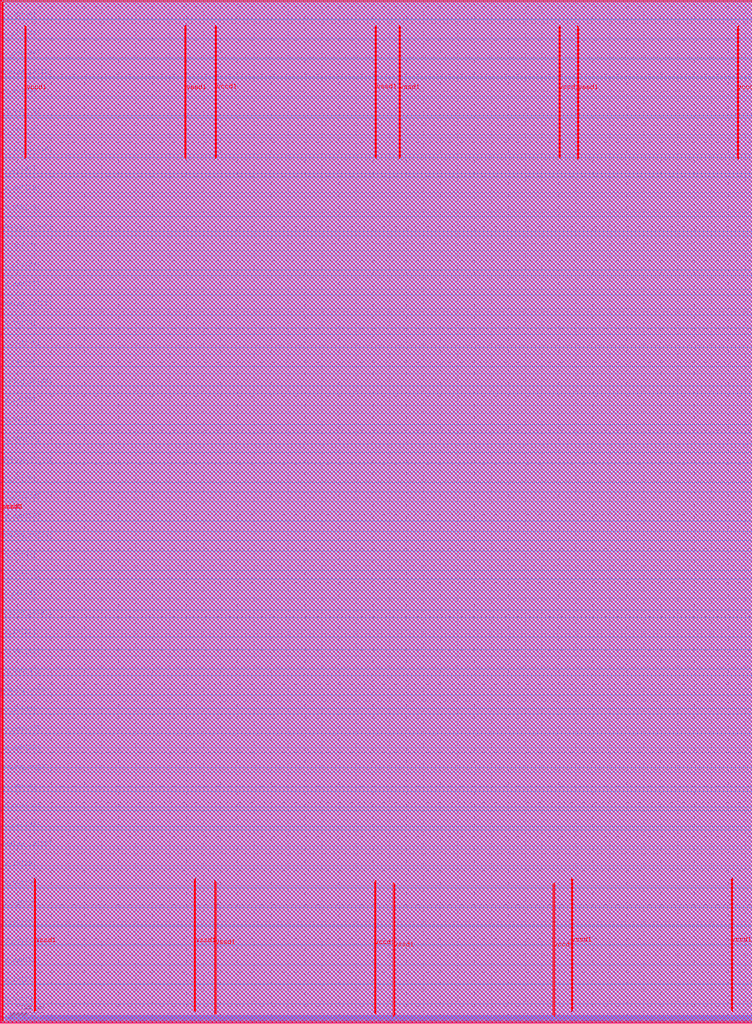
<source format=lef>
##
## LEF for PtnCells ;
## created by Innovus v20.10-p004_1 on Fri Jun 18 18:35:52 2021
##

VERSION 5.8 ;

BUSBITCHARS "[]" ;
DIVIDERCHAR "/" ;

MACRO user_proj_example
  CLASS BLOCK ;
  SIZE 2220.420000 BY 3019.880000 ;
  FOREIGN user_proj_example 0.000000 0.000000 ;
  ORIGIN 0 0 ;
  SYMMETRY X Y R90 ;
  PIN wb_clk_i
    DIRECTION INPUT ;
    USE SIGNAL ;
    PORT
      LAYER met2 ;
        RECT 1.540000 0.000000 1.680000 0.485000 ;
    END
  END wb_clk_i
  PIN wb_rst_i
    DIRECTION INPUT ;
    USE SIGNAL ;
    PORT
      LAYER met2 ;
        RECT 4.300000 0.000000 4.440000 0.485000 ;
    END
  END wb_rst_i
  PIN wbs_stb_i
    DIRECTION INPUT ;
    USE SIGNAL ;
    PORT
      LAYER met2 ;
        RECT 467.980000 0.000000 468.120000 0.485000 ;
    END
  END wbs_stb_i
  PIN wbs_cyc_i
    DIRECTION INPUT ;
    USE SIGNAL ;
    PORT
      LAYER met2 ;
        RECT 157.480000 0.000000 157.620000 0.485000 ;
    END
  END wbs_cyc_i
  PIN wbs_we_i
    DIRECTION INPUT ;
    USE SIGNAL ;
    PORT
      LAYER met2 ;
        RECT 472.580000 0.000000 472.720000 0.485000 ;
    END
  END wbs_we_i
  PIN wbs_sel_i[3]
    DIRECTION INPUT ;
    USE SIGNAL ;
    PORT
      LAYER met2 ;
        RECT 463.380000 0.000000 463.520000 0.485000 ;
    END
  END wbs_sel_i[3]
  PIN wbs_sel_i[2]
    DIRECTION INPUT ;
    USE SIGNAL ;
    PORT
      LAYER met2 ;
        RECT 458.780000 0.000000 458.920000 0.485000 ;
    END
  END wbs_sel_i[2]
  PIN wbs_sel_i[1]
    DIRECTION INPUT ;
    USE SIGNAL ;
    PORT
      LAYER met2 ;
        RECT 454.640000 0.000000 454.780000 0.485000 ;
    END
  END wbs_sel_i[1]
  PIN wbs_sel_i[0]
    DIRECTION INPUT ;
    USE SIGNAL ;
    PORT
      LAYER met2 ;
        RECT 450.040000 0.000000 450.180000 0.485000 ;
    END
  END wbs_sel_i[0]
  PIN wbs_dat_i[31]
    DIRECTION INPUT ;
    USE SIGNAL ;
    PORT
      LAYER met2 ;
        RECT 301.460000 0.000000 301.600000 0.485000 ;
    END
  END wbs_dat_i[31]
  PIN wbs_dat_i[30]
    DIRECTION INPUT ;
    USE SIGNAL ;
    PORT
      LAYER met2 ;
        RECT 296.860000 0.000000 297.000000 0.485000 ;
    END
  END wbs_dat_i[30]
  PIN wbs_dat_i[29]
    DIRECTION INPUT ;
    USE SIGNAL ;
    PORT
      LAYER met2 ;
        RECT 292.260000 0.000000 292.400000 0.485000 ;
    END
  END wbs_dat_i[29]
  PIN wbs_dat_i[28]
    DIRECTION INPUT ;
    USE SIGNAL ;
    PORT
      LAYER met2 ;
        RECT 288.120000 0.000000 288.260000 0.485000 ;
    END
  END wbs_dat_i[28]
  PIN wbs_dat_i[27]
    DIRECTION INPUT ;
    USE SIGNAL ;
    PORT
      LAYER met2 ;
        RECT 283.520000 0.000000 283.660000 0.485000 ;
    END
  END wbs_dat_i[27]
  PIN wbs_dat_i[26]
    DIRECTION INPUT ;
    USE SIGNAL ;
    PORT
      LAYER met2 ;
        RECT 278.920000 0.000000 279.060000 0.485000 ;
    END
  END wbs_dat_i[26]
  PIN wbs_dat_i[25]
    DIRECTION INPUT ;
    USE SIGNAL ;
    PORT
      LAYER met2 ;
        RECT 274.320000 0.000000 274.460000 0.485000 ;
    END
  END wbs_dat_i[25]
  PIN wbs_dat_i[24]
    DIRECTION INPUT ;
    USE SIGNAL ;
    PORT
      LAYER met2 ;
        RECT 269.720000 0.000000 269.860000 0.485000 ;
    END
  END wbs_dat_i[24]
  PIN wbs_dat_i[23]
    DIRECTION INPUT ;
    USE SIGNAL ;
    PORT
      LAYER met2 ;
        RECT 265.580000 0.000000 265.720000 0.485000 ;
    END
  END wbs_dat_i[23]
  PIN wbs_dat_i[22]
    DIRECTION INPUT ;
    USE SIGNAL ;
    PORT
      LAYER met2 ;
        RECT 260.980000 0.000000 261.120000 0.485000 ;
    END
  END wbs_dat_i[22]
  PIN wbs_dat_i[21]
    DIRECTION INPUT ;
    USE SIGNAL ;
    PORT
      LAYER met2 ;
        RECT 256.380000 0.000000 256.520000 0.485000 ;
    END
  END wbs_dat_i[21]
  PIN wbs_dat_i[20]
    DIRECTION INPUT ;
    USE SIGNAL ;
    PORT
      LAYER met2 ;
        RECT 251.780000 0.000000 251.920000 0.485000 ;
    END
  END wbs_dat_i[20]
  PIN wbs_dat_i[19]
    DIRECTION INPUT ;
    USE SIGNAL ;
    PORT
      LAYER met2 ;
        RECT 247.180000 0.000000 247.320000 0.485000 ;
    END
  END wbs_dat_i[19]
  PIN wbs_dat_i[18]
    DIRECTION INPUT ;
    USE SIGNAL ;
    PORT
      LAYER met2 ;
        RECT 243.040000 0.000000 243.180000 0.485000 ;
    END
  END wbs_dat_i[18]
  PIN wbs_dat_i[17]
    DIRECTION INPUT ;
    USE SIGNAL ;
    PORT
      LAYER met2 ;
        RECT 238.440000 0.000000 238.580000 0.485000 ;
    END
  END wbs_dat_i[17]
  PIN wbs_dat_i[16]
    DIRECTION INPUT ;
    USE SIGNAL ;
    PORT
      LAYER met2 ;
        RECT 233.840000 0.000000 233.980000 0.485000 ;
    END
  END wbs_dat_i[16]
  PIN wbs_dat_i[15]
    DIRECTION INPUT ;
    USE SIGNAL ;
    PORT
      LAYER met2 ;
        RECT 229.240000 0.000000 229.380000 0.485000 ;
    END
  END wbs_dat_i[15]
  PIN wbs_dat_i[14]
    DIRECTION INPUT ;
    USE SIGNAL ;
    PORT
      LAYER met2 ;
        RECT 224.640000 0.000000 224.780000 0.485000 ;
    END
  END wbs_dat_i[14]
  PIN wbs_dat_i[13]
    DIRECTION INPUT ;
    USE SIGNAL ;
    PORT
      LAYER met2 ;
        RECT 220.500000 0.000000 220.640000 0.485000 ;
    END
  END wbs_dat_i[13]
  PIN wbs_dat_i[12]
    DIRECTION INPUT ;
    USE SIGNAL ;
    PORT
      LAYER met2 ;
        RECT 215.900000 0.000000 216.040000 0.485000 ;
    END
  END wbs_dat_i[12]
  PIN wbs_dat_i[11]
    DIRECTION INPUT ;
    USE SIGNAL ;
    PORT
      LAYER met2 ;
        RECT 211.300000 0.000000 211.440000 0.485000 ;
    END
  END wbs_dat_i[11]
  PIN wbs_dat_i[10]
    DIRECTION INPUT ;
    USE SIGNAL ;
    PORT
      LAYER met2 ;
        RECT 206.700000 0.000000 206.840000 0.485000 ;
    END
  END wbs_dat_i[10]
  PIN wbs_dat_i[9]
    DIRECTION INPUT ;
    USE SIGNAL ;
    PORT
      LAYER met2 ;
        RECT 202.560000 0.000000 202.700000 0.485000 ;
    END
  END wbs_dat_i[9]
  PIN wbs_dat_i[8]
    DIRECTION INPUT ;
    USE SIGNAL ;
    PORT
      LAYER met2 ;
        RECT 197.960000 0.000000 198.100000 0.485000 ;
    END
  END wbs_dat_i[8]
  PIN wbs_dat_i[7]
    DIRECTION INPUT ;
    USE SIGNAL ;
    PORT
      LAYER met2 ;
        RECT 193.360000 0.000000 193.500000 0.485000 ;
    END
  END wbs_dat_i[7]
  PIN wbs_dat_i[6]
    DIRECTION INPUT ;
    USE SIGNAL ;
    PORT
      LAYER met2 ;
        RECT 188.760000 0.000000 188.900000 0.485000 ;
    END
  END wbs_dat_i[6]
  PIN wbs_dat_i[5]
    DIRECTION INPUT ;
    USE SIGNAL ;
    PORT
      LAYER met2 ;
        RECT 184.160000 0.000000 184.300000 0.485000 ;
    END
  END wbs_dat_i[5]
  PIN wbs_dat_i[4]
    DIRECTION INPUT ;
    USE SIGNAL ;
    PORT
      LAYER met2 ;
        RECT 180.020000 0.000000 180.160000 0.485000 ;
    END
  END wbs_dat_i[4]
  PIN wbs_dat_i[3]
    DIRECTION INPUT ;
    USE SIGNAL ;
    PORT
      LAYER met2 ;
        RECT 175.420000 0.000000 175.560000 0.485000 ;
    END
  END wbs_dat_i[3]
  PIN wbs_dat_i[2]
    DIRECTION INPUT ;
    USE SIGNAL ;
    PORT
      LAYER met2 ;
        RECT 170.820000 0.000000 170.960000 0.485000 ;
    END
  END wbs_dat_i[2]
  PIN wbs_dat_i[1]
    DIRECTION INPUT ;
    USE SIGNAL ;
    PORT
      LAYER met2 ;
        RECT 166.220000 0.000000 166.360000 0.485000 ;
    END
  END wbs_dat_i[1]
  PIN wbs_dat_i[0]
    DIRECTION INPUT ;
    USE SIGNAL ;
    PORT
      LAYER met2 ;
        RECT 161.620000 0.000000 161.760000 0.485000 ;
    END
  END wbs_dat_i[0]
  PIN wbs_adr_i[31]
    DIRECTION INPUT ;
    USE SIGNAL ;
    PORT
      LAYER met2 ;
        RECT 152.880000 0.000000 153.020000 0.485000 ;
    END
  END wbs_adr_i[31]
  PIN wbs_adr_i[30]
    DIRECTION INPUT ;
    USE SIGNAL ;
    PORT
      LAYER met2 ;
        RECT 148.280000 0.000000 148.420000 0.485000 ;
    END
  END wbs_adr_i[30]
  PIN wbs_adr_i[29]
    DIRECTION INPUT ;
    USE SIGNAL ;
    PORT
      LAYER met2 ;
        RECT 143.680000 0.000000 143.820000 0.485000 ;
    END
  END wbs_adr_i[29]
  PIN wbs_adr_i[28]
    DIRECTION INPUT ;
    USE SIGNAL ;
    PORT
      LAYER met2 ;
        RECT 139.080000 0.000000 139.220000 0.485000 ;
    END
  END wbs_adr_i[28]
  PIN wbs_adr_i[27]
    DIRECTION INPUT ;
    USE SIGNAL ;
    PORT
      LAYER met2 ;
        RECT 134.940000 0.000000 135.080000 0.485000 ;
    END
  END wbs_adr_i[27]
  PIN wbs_adr_i[26]
    DIRECTION INPUT ;
    USE SIGNAL ;
    PORT
      LAYER met2 ;
        RECT 130.340000 0.000000 130.480000 0.485000 ;
    END
  END wbs_adr_i[26]
  PIN wbs_adr_i[25]
    DIRECTION INPUT ;
    USE SIGNAL ;
    PORT
      LAYER met2 ;
        RECT 125.740000 0.000000 125.880000 0.485000 ;
    END
  END wbs_adr_i[25]
  PIN wbs_adr_i[24]
    DIRECTION INPUT ;
    USE SIGNAL ;
    PORT
      LAYER met2 ;
        RECT 121.140000 0.000000 121.280000 0.485000 ;
    END
  END wbs_adr_i[24]
  PIN wbs_adr_i[23]
    DIRECTION INPUT ;
    USE SIGNAL ;
    PORT
      LAYER met2 ;
        RECT 117.000000 0.000000 117.140000 0.485000 ;
    END
  END wbs_adr_i[23]
  PIN wbs_adr_i[22]
    DIRECTION INPUT ;
    USE SIGNAL ;
    PORT
      LAYER met2 ;
        RECT 112.400000 0.000000 112.540000 0.485000 ;
    END
  END wbs_adr_i[22]
  PIN wbs_adr_i[21]
    DIRECTION INPUT ;
    USE SIGNAL ;
    PORT
      LAYER met2 ;
        RECT 107.800000 0.000000 107.940000 0.485000 ;
    END
  END wbs_adr_i[21]
  PIN wbs_adr_i[20]
    DIRECTION INPUT ;
    USE SIGNAL ;
    PORT
      LAYER met2 ;
        RECT 103.200000 0.000000 103.340000 0.485000 ;
    END
  END wbs_adr_i[20]
  PIN wbs_adr_i[19]
    DIRECTION INPUT ;
    USE SIGNAL ;
    PORT
      LAYER met2 ;
        RECT 98.600000 0.000000 98.740000 0.485000 ;
    END
  END wbs_adr_i[19]
  PIN wbs_adr_i[18]
    DIRECTION INPUT ;
    USE SIGNAL ;
    PORT
      LAYER met2 ;
        RECT 94.460000 0.000000 94.600000 0.485000 ;
    END
  END wbs_adr_i[18]
  PIN wbs_adr_i[17]
    DIRECTION INPUT ;
    USE SIGNAL ;
    PORT
      LAYER met2 ;
        RECT 89.860000 0.000000 90.000000 0.485000 ;
    END
  END wbs_adr_i[17]
  PIN wbs_adr_i[16]
    DIRECTION INPUT ;
    USE SIGNAL ;
    PORT
      LAYER met2 ;
        RECT 85.260000 0.000000 85.400000 0.485000 ;
    END
  END wbs_adr_i[16]
  PIN wbs_adr_i[15]
    DIRECTION INPUT ;
    USE SIGNAL ;
    PORT
      LAYER met2 ;
        RECT 80.660000 0.000000 80.800000 0.485000 ;
    END
  END wbs_adr_i[15]
  PIN wbs_adr_i[14]
    DIRECTION INPUT ;
    USE SIGNAL ;
    PORT
      LAYER met2 ;
        RECT 76.060000 0.000000 76.200000 0.485000 ;
    END
  END wbs_adr_i[14]
  PIN wbs_adr_i[13]
    DIRECTION INPUT ;
    USE SIGNAL ;
    PORT
      LAYER met2 ;
        RECT 71.920000 0.000000 72.060000 0.485000 ;
    END
  END wbs_adr_i[13]
  PIN wbs_adr_i[12]
    DIRECTION INPUT ;
    USE SIGNAL ;
    PORT
      LAYER met2 ;
        RECT 67.320000 0.000000 67.460000 0.485000 ;
    END
  END wbs_adr_i[12]
  PIN wbs_adr_i[11]
    DIRECTION INPUT ;
    USE SIGNAL ;
    PORT
      LAYER met2 ;
        RECT 62.720000 0.000000 62.860000 0.485000 ;
    END
  END wbs_adr_i[11]
  PIN wbs_adr_i[10]
    DIRECTION INPUT ;
    USE SIGNAL ;
    PORT
      LAYER met2 ;
        RECT 58.120000 0.000000 58.260000 0.485000 ;
    END
  END wbs_adr_i[10]
  PIN wbs_adr_i[9]
    DIRECTION INPUT ;
    USE SIGNAL ;
    PORT
      LAYER met2 ;
        RECT 53.520000 0.000000 53.660000 0.485000 ;
    END
  END wbs_adr_i[9]
  PIN wbs_adr_i[8]
    DIRECTION INPUT ;
    USE SIGNAL ;
    PORT
      LAYER met2 ;
        RECT 49.380000 0.000000 49.520000 0.485000 ;
    END
  END wbs_adr_i[8]
  PIN wbs_adr_i[7]
    DIRECTION INPUT ;
    USE SIGNAL ;
    PORT
      LAYER met2 ;
        RECT 44.780000 0.000000 44.920000 0.485000 ;
    END
  END wbs_adr_i[7]
  PIN wbs_adr_i[6]
    DIRECTION INPUT ;
    USE SIGNAL ;
    PORT
      LAYER met2 ;
        RECT 40.180000 0.000000 40.320000 0.485000 ;
    END
  END wbs_adr_i[6]
  PIN wbs_adr_i[5]
    DIRECTION INPUT ;
    USE SIGNAL ;
    PORT
      LAYER met2 ;
        RECT 35.580000 0.000000 35.720000 0.485000 ;
    END
  END wbs_adr_i[5]
  PIN wbs_adr_i[4]
    DIRECTION INPUT ;
    USE SIGNAL ;
    PORT
      LAYER met2 ;
        RECT 31.440000 0.000000 31.580000 0.485000 ;
    END
  END wbs_adr_i[4]
  PIN wbs_adr_i[3]
    DIRECTION INPUT ;
    USE SIGNAL ;
    PORT
      LAYER met2 ;
        RECT 26.840000 0.000000 26.980000 0.485000 ;
    END
  END wbs_adr_i[3]
  PIN wbs_adr_i[2]
    DIRECTION INPUT ;
    USE SIGNAL ;
    PORT
      LAYER met2 ;
        RECT 22.240000 0.000000 22.380000 0.485000 ;
    END
  END wbs_adr_i[2]
  PIN wbs_adr_i[1]
    DIRECTION INPUT ;
    USE SIGNAL ;
    PORT
      LAYER met2 ;
        RECT 17.640000 0.000000 17.780000 0.485000 ;
    END
  END wbs_adr_i[1]
  PIN wbs_adr_i[0]
    DIRECTION INPUT ;
    USE SIGNAL ;
    PORT
      LAYER met2 ;
        RECT 13.040000 0.000000 13.180000 0.485000 ;
    END
  END wbs_adr_i[0]
  PIN wbs_ack_o
    DIRECTION OUTPUT ;
    USE SIGNAL ;
    PORT
      LAYER met2 ;
        RECT 8.900000 0.000000 9.040000 0.485000 ;
    END
  END wbs_ack_o
  PIN wbs_dat_o[31]
    DIRECTION OUTPUT ;
    USE SIGNAL ;
    PORT
      LAYER met2 ;
        RECT 445.440000 0.000000 445.580000 0.485000 ;
    END
  END wbs_dat_o[31]
  PIN wbs_dat_o[30]
    DIRECTION OUTPUT ;
    USE SIGNAL ;
    PORT
      LAYER met2 ;
        RECT 440.840000 0.000000 440.980000 0.485000 ;
    END
  END wbs_dat_o[30]
  PIN wbs_dat_o[29]
    DIRECTION OUTPUT ;
    USE SIGNAL ;
    PORT
      LAYER met2 ;
        RECT 436.700000 0.000000 436.840000 0.485000 ;
    END
  END wbs_dat_o[29]
  PIN wbs_dat_o[28]
    DIRECTION OUTPUT ;
    USE SIGNAL ;
    PORT
      LAYER met2 ;
        RECT 432.100000 0.000000 432.240000 0.485000 ;
    END
  END wbs_dat_o[28]
  PIN wbs_dat_o[27]
    DIRECTION OUTPUT ;
    USE SIGNAL ;
    PORT
      LAYER met2 ;
        RECT 427.500000 0.000000 427.640000 0.485000 ;
    END
  END wbs_dat_o[27]
  PIN wbs_dat_o[26]
    DIRECTION OUTPUT ;
    USE SIGNAL ;
    PORT
      LAYER met2 ;
        RECT 422.900000 0.000000 423.040000 0.485000 ;
    END
  END wbs_dat_o[26]
  PIN wbs_dat_o[25]
    DIRECTION OUTPUT ;
    USE SIGNAL ;
    PORT
      LAYER met2 ;
        RECT 418.300000 0.000000 418.440000 0.485000 ;
    END
  END wbs_dat_o[25]
  PIN wbs_dat_o[24]
    DIRECTION OUTPUT ;
    USE SIGNAL ;
    PORT
      LAYER met2 ;
        RECT 414.160000 0.000000 414.300000 0.485000 ;
    END
  END wbs_dat_o[24]
  PIN wbs_dat_o[23]
    DIRECTION OUTPUT ;
    USE SIGNAL ;
    PORT
      LAYER met2 ;
        RECT 409.560000 0.000000 409.700000 0.485000 ;
    END
  END wbs_dat_o[23]
  PIN wbs_dat_o[22]
    DIRECTION OUTPUT ;
    USE SIGNAL ;
    PORT
      LAYER met2 ;
        RECT 404.960000 0.000000 405.100000 0.485000 ;
    END
  END wbs_dat_o[22]
  PIN wbs_dat_o[21]
    DIRECTION OUTPUT ;
    USE SIGNAL ;
    PORT
      LAYER met2 ;
        RECT 400.360000 0.000000 400.500000 0.485000 ;
    END
  END wbs_dat_o[21]
  PIN wbs_dat_o[20]
    DIRECTION OUTPUT ;
    USE SIGNAL ;
    PORT
      LAYER met2 ;
        RECT 395.760000 0.000000 395.900000 0.485000 ;
    END
  END wbs_dat_o[20]
  PIN wbs_dat_o[19]
    DIRECTION OUTPUT ;
    USE SIGNAL ;
    PORT
      LAYER met2 ;
        RECT 391.620000 0.000000 391.760000 0.485000 ;
    END
  END wbs_dat_o[19]
  PIN wbs_dat_o[18]
    DIRECTION OUTPUT ;
    USE SIGNAL ;
    PORT
      LAYER met2 ;
        RECT 387.020000 0.000000 387.160000 0.485000 ;
    END
  END wbs_dat_o[18]
  PIN wbs_dat_o[17]
    DIRECTION OUTPUT ;
    USE SIGNAL ;
    PORT
      LAYER met2 ;
        RECT 382.420000 0.000000 382.560000 0.485000 ;
    END
  END wbs_dat_o[17]
  PIN wbs_dat_o[16]
    DIRECTION OUTPUT ;
    USE SIGNAL ;
    PORT
      LAYER met2 ;
        RECT 377.820000 0.000000 377.960000 0.485000 ;
    END
  END wbs_dat_o[16]
  PIN wbs_dat_o[15]
    DIRECTION OUTPUT ;
    USE SIGNAL ;
    PORT
      LAYER met2 ;
        RECT 373.680000 0.000000 373.820000 0.485000 ;
    END
  END wbs_dat_o[15]
  PIN wbs_dat_o[14]
    DIRECTION OUTPUT ;
    USE SIGNAL ;
    PORT
      LAYER met2 ;
        RECT 369.080000 0.000000 369.220000 0.485000 ;
    END
  END wbs_dat_o[14]
  PIN wbs_dat_o[13]
    DIRECTION OUTPUT ;
    USE SIGNAL ;
    PORT
      LAYER met2 ;
        RECT 364.480000 0.000000 364.620000 0.485000 ;
    END
  END wbs_dat_o[13]
  PIN wbs_dat_o[12]
    DIRECTION OUTPUT ;
    USE SIGNAL ;
    PORT
      LAYER met2 ;
        RECT 359.880000 0.000000 360.020000 0.485000 ;
    END
  END wbs_dat_o[12]
  PIN wbs_dat_o[11]
    DIRECTION OUTPUT ;
    USE SIGNAL ;
    PORT
      LAYER met2 ;
        RECT 355.280000 0.000000 355.420000 0.485000 ;
    END
  END wbs_dat_o[11]
  PIN wbs_dat_o[10]
    DIRECTION OUTPUT ;
    USE SIGNAL ;
    PORT
      LAYER met2 ;
        RECT 351.140000 0.000000 351.280000 0.485000 ;
    END
  END wbs_dat_o[10]
  PIN wbs_dat_o[9]
    DIRECTION OUTPUT ;
    USE SIGNAL ;
    PORT
      LAYER met2 ;
        RECT 346.540000 0.000000 346.680000 0.485000 ;
    END
  END wbs_dat_o[9]
  PIN wbs_dat_o[8]
    DIRECTION OUTPUT ;
    USE SIGNAL ;
    PORT
      LAYER met2 ;
        RECT 341.940000 0.000000 342.080000 0.485000 ;
    END
  END wbs_dat_o[8]
  PIN wbs_dat_o[7]
    DIRECTION OUTPUT ;
    USE SIGNAL ;
    PORT
      LAYER met2 ;
        RECT 337.340000 0.000000 337.480000 0.485000 ;
    END
  END wbs_dat_o[7]
  PIN wbs_dat_o[6]
    DIRECTION OUTPUT ;
    USE SIGNAL ;
    PORT
      LAYER met2 ;
        RECT 332.740000 0.000000 332.880000 0.485000 ;
    END
  END wbs_dat_o[6]
  PIN wbs_dat_o[5]
    DIRECTION OUTPUT ;
    USE SIGNAL ;
    PORT
      LAYER met2 ;
        RECT 328.600000 0.000000 328.740000 0.485000 ;
    END
  END wbs_dat_o[5]
  PIN wbs_dat_o[4]
    DIRECTION OUTPUT ;
    USE SIGNAL ;
    PORT
      LAYER met2 ;
        RECT 324.000000 0.000000 324.140000 0.485000 ;
    END
  END wbs_dat_o[4]
  PIN wbs_dat_o[3]
    DIRECTION OUTPUT ;
    USE SIGNAL ;
    PORT
      LAYER met2 ;
        RECT 319.400000 0.000000 319.540000 0.485000 ;
    END
  END wbs_dat_o[3]
  PIN wbs_dat_o[2]
    DIRECTION OUTPUT ;
    USE SIGNAL ;
    PORT
      LAYER met2 ;
        RECT 314.800000 0.000000 314.940000 0.485000 ;
    END
  END wbs_dat_o[2]
  PIN wbs_dat_o[1]
    DIRECTION OUTPUT ;
    USE SIGNAL ;
    PORT
      LAYER met2 ;
        RECT 310.200000 0.000000 310.340000 0.485000 ;
    END
  END wbs_dat_o[1]
  PIN wbs_dat_o[0]
    DIRECTION OUTPUT ;
    USE SIGNAL ;
    PORT
      LAYER met2 ;
        RECT 306.060000 0.000000 306.200000 0.485000 ;
    END
  END wbs_dat_o[0]
  PIN la_data_in[127]
    DIRECTION INPUT ;
    USE SIGNAL ;
    PORT
      LAYER met2 ;
        RECT 1048.960000 0.000000 1049.100000 0.485000 ;
    END
  END la_data_in[127]
  PIN la_data_in[126]
    DIRECTION INPUT ;
    USE SIGNAL ;
    PORT
      LAYER met2 ;
        RECT 1044.360000 0.000000 1044.500000 0.485000 ;
    END
  END la_data_in[126]
  PIN la_data_in[125]
    DIRECTION INPUT ;
    USE SIGNAL ;
    PORT
      LAYER met2 ;
        RECT 1039.760000 0.000000 1039.900000 0.485000 ;
    END
  END la_data_in[125]
  PIN la_data_in[124]
    DIRECTION INPUT ;
    USE SIGNAL ;
    PORT
      LAYER met2 ;
        RECT 1035.620000 0.000000 1035.760000 0.485000 ;
    END
  END la_data_in[124]
  PIN la_data_in[123]
    DIRECTION INPUT ;
    USE SIGNAL ;
    PORT
      LAYER met2 ;
        RECT 1031.020000 0.000000 1031.160000 0.485000 ;
    END
  END la_data_in[123]
  PIN la_data_in[122]
    DIRECTION INPUT ;
    USE SIGNAL ;
    PORT
      LAYER met2 ;
        RECT 1026.420000 0.000000 1026.560000 0.485000 ;
    END
  END la_data_in[122]
  PIN la_data_in[121]
    DIRECTION INPUT ;
    USE SIGNAL ;
    PORT
      LAYER met2 ;
        RECT 1021.820000 0.000000 1021.960000 0.485000 ;
    END
  END la_data_in[121]
  PIN la_data_in[120]
    DIRECTION INPUT ;
    USE SIGNAL ;
    PORT
      LAYER met2 ;
        RECT 1017.220000 0.000000 1017.360000 0.485000 ;
    END
  END la_data_in[120]
  PIN la_data_in[119]
    DIRECTION INPUT ;
    USE SIGNAL ;
    PORT
      LAYER met2 ;
        RECT 1013.080000 0.000000 1013.220000 0.485000 ;
    END
  END la_data_in[119]
  PIN la_data_in[118]
    DIRECTION INPUT ;
    USE SIGNAL ;
    PORT
      LAYER met2 ;
        RECT 1008.480000 0.000000 1008.620000 0.485000 ;
    END
  END la_data_in[118]
  PIN la_data_in[117]
    DIRECTION INPUT ;
    USE SIGNAL ;
    PORT
      LAYER met2 ;
        RECT 1003.880000 0.000000 1004.020000 0.485000 ;
    END
  END la_data_in[117]
  PIN la_data_in[116]
    DIRECTION INPUT ;
    USE SIGNAL ;
    PORT
      LAYER met2 ;
        RECT 999.280000 0.000000 999.420000 0.485000 ;
    END
  END la_data_in[116]
  PIN la_data_in[115]
    DIRECTION INPUT ;
    USE SIGNAL ;
    PORT
      LAYER met2 ;
        RECT 994.680000 0.000000 994.820000 0.485000 ;
    END
  END la_data_in[115]
  PIN la_data_in[114]
    DIRECTION INPUT ;
    USE SIGNAL ;
    PORT
      LAYER met2 ;
        RECT 990.540000 0.000000 990.680000 0.485000 ;
    END
  END la_data_in[114]
  PIN la_data_in[113]
    DIRECTION INPUT ;
    USE SIGNAL ;
    PORT
      LAYER met2 ;
        RECT 985.940000 0.000000 986.080000 0.485000 ;
    END
  END la_data_in[113]
  PIN la_data_in[112]
    DIRECTION INPUT ;
    USE SIGNAL ;
    PORT
      LAYER met2 ;
        RECT 981.340000 0.000000 981.480000 0.485000 ;
    END
  END la_data_in[112]
  PIN la_data_in[111]
    DIRECTION INPUT ;
    USE SIGNAL ;
    PORT
      LAYER met2 ;
        RECT 976.740000 0.000000 976.880000 0.485000 ;
    END
  END la_data_in[111]
  PIN la_data_in[110]
    DIRECTION INPUT ;
    USE SIGNAL ;
    PORT
      LAYER met2 ;
        RECT 972.140000 0.000000 972.280000 0.485000 ;
    END
  END la_data_in[110]
  PIN la_data_in[109]
    DIRECTION INPUT ;
    USE SIGNAL ;
    PORT
      LAYER met2 ;
        RECT 968.000000 0.000000 968.140000 0.485000 ;
    END
  END la_data_in[109]
  PIN la_data_in[108]
    DIRECTION INPUT ;
    USE SIGNAL ;
    PORT
      LAYER met2 ;
        RECT 963.400000 0.000000 963.540000 0.485000 ;
    END
  END la_data_in[108]
  PIN la_data_in[107]
    DIRECTION INPUT ;
    USE SIGNAL ;
    PORT
      LAYER met2 ;
        RECT 958.800000 0.000000 958.940000 0.485000 ;
    END
  END la_data_in[107]
  PIN la_data_in[106]
    DIRECTION INPUT ;
    USE SIGNAL ;
    PORT
      LAYER met2 ;
        RECT 954.200000 0.000000 954.340000 0.485000 ;
    END
  END la_data_in[106]
  PIN la_data_in[105]
    DIRECTION INPUT ;
    USE SIGNAL ;
    PORT
      LAYER met2 ;
        RECT 950.060000 0.000000 950.200000 0.485000 ;
    END
  END la_data_in[105]
  PIN la_data_in[104]
    DIRECTION INPUT ;
    USE SIGNAL ;
    PORT
      LAYER met2 ;
        RECT 945.460000 0.000000 945.600000 0.485000 ;
    END
  END la_data_in[104]
  PIN la_data_in[103]
    DIRECTION INPUT ;
    USE SIGNAL ;
    PORT
      LAYER met2 ;
        RECT 940.860000 0.000000 941.000000 0.485000 ;
    END
  END la_data_in[103]
  PIN la_data_in[102]
    DIRECTION INPUT ;
    USE SIGNAL ;
    PORT
      LAYER met2 ;
        RECT 936.260000 0.000000 936.400000 0.485000 ;
    END
  END la_data_in[102]
  PIN la_data_in[101]
    DIRECTION INPUT ;
    USE SIGNAL ;
    PORT
      LAYER met2 ;
        RECT 931.660000 0.000000 931.800000 0.485000 ;
    END
  END la_data_in[101]
  PIN la_data_in[100]
    DIRECTION INPUT ;
    USE SIGNAL ;
    PORT
      LAYER met2 ;
        RECT 927.520000 0.000000 927.660000 0.485000 ;
    END
  END la_data_in[100]
  PIN la_data_in[99]
    DIRECTION INPUT ;
    USE SIGNAL ;
    PORT
      LAYER met2 ;
        RECT 922.920000 0.000000 923.060000 0.485000 ;
    END
  END la_data_in[99]
  PIN la_data_in[98]
    DIRECTION INPUT ;
    USE SIGNAL ;
    PORT
      LAYER met2 ;
        RECT 918.320000 0.000000 918.460000 0.485000 ;
    END
  END la_data_in[98]
  PIN la_data_in[97]
    DIRECTION INPUT ;
    USE SIGNAL ;
    PORT
      LAYER met2 ;
        RECT 913.720000 0.000000 913.860000 0.485000 ;
    END
  END la_data_in[97]
  PIN la_data_in[96]
    DIRECTION INPUT ;
    USE SIGNAL ;
    PORT
      LAYER met2 ;
        RECT 909.120000 0.000000 909.260000 0.485000 ;
    END
  END la_data_in[96]
  PIN la_data_in[95]
    DIRECTION INPUT ;
    USE SIGNAL ;
    PORT
      LAYER met2 ;
        RECT 904.980000 0.000000 905.120000 0.485000 ;
    END
  END la_data_in[95]
  PIN la_data_in[94]
    DIRECTION INPUT ;
    USE SIGNAL ;
    PORT
      LAYER met2 ;
        RECT 900.380000 0.000000 900.520000 0.485000 ;
    END
  END la_data_in[94]
  PIN la_data_in[93]
    DIRECTION INPUT ;
    USE SIGNAL ;
    PORT
      LAYER met2 ;
        RECT 895.780000 0.000000 895.920000 0.485000 ;
    END
  END la_data_in[93]
  PIN la_data_in[92]
    DIRECTION INPUT ;
    USE SIGNAL ;
    PORT
      LAYER met2 ;
        RECT 891.180000 0.000000 891.320000 0.485000 ;
    END
  END la_data_in[92]
  PIN la_data_in[91]
    DIRECTION INPUT ;
    USE SIGNAL ;
    PORT
      LAYER met2 ;
        RECT 886.580000 0.000000 886.720000 0.485000 ;
    END
  END la_data_in[91]
  PIN la_data_in[90]
    DIRECTION INPUT ;
    USE SIGNAL ;
    PORT
      LAYER met2 ;
        RECT 882.440000 0.000000 882.580000 0.485000 ;
    END
  END la_data_in[90]
  PIN la_data_in[89]
    DIRECTION INPUT ;
    USE SIGNAL ;
    PORT
      LAYER met2 ;
        RECT 877.840000 0.000000 877.980000 0.485000 ;
    END
  END la_data_in[89]
  PIN la_data_in[88]
    DIRECTION INPUT ;
    USE SIGNAL ;
    PORT
      LAYER met2 ;
        RECT 873.240000 0.000000 873.380000 0.485000 ;
    END
  END la_data_in[88]
  PIN la_data_in[87]
    DIRECTION INPUT ;
    USE SIGNAL ;
    PORT
      LAYER met2 ;
        RECT 868.640000 0.000000 868.780000 0.485000 ;
    END
  END la_data_in[87]
  PIN la_data_in[86]
    DIRECTION INPUT ;
    USE SIGNAL ;
    PORT
      LAYER met2 ;
        RECT 864.500000 0.000000 864.640000 0.485000 ;
    END
  END la_data_in[86]
  PIN la_data_in[85]
    DIRECTION INPUT ;
    USE SIGNAL ;
    PORT
      LAYER met2 ;
        RECT 859.900000 0.000000 860.040000 0.485000 ;
    END
  END la_data_in[85]
  PIN la_data_in[84]
    DIRECTION INPUT ;
    USE SIGNAL ;
    PORT
      LAYER met2 ;
        RECT 855.300000 0.000000 855.440000 0.485000 ;
    END
  END la_data_in[84]
  PIN la_data_in[83]
    DIRECTION INPUT ;
    USE SIGNAL ;
    PORT
      LAYER met2 ;
        RECT 850.700000 0.000000 850.840000 0.485000 ;
    END
  END la_data_in[83]
  PIN la_data_in[82]
    DIRECTION INPUT ;
    USE SIGNAL ;
    PORT
      LAYER met2 ;
        RECT 846.100000 0.000000 846.240000 0.485000 ;
    END
  END la_data_in[82]
  PIN la_data_in[81]
    DIRECTION INPUT ;
    USE SIGNAL ;
    PORT
      LAYER met2 ;
        RECT 841.960000 0.000000 842.100000 0.485000 ;
    END
  END la_data_in[81]
  PIN la_data_in[80]
    DIRECTION INPUT ;
    USE SIGNAL ;
    PORT
      LAYER met2 ;
        RECT 837.360000 0.000000 837.500000 0.485000 ;
    END
  END la_data_in[80]
  PIN la_data_in[79]
    DIRECTION INPUT ;
    USE SIGNAL ;
    PORT
      LAYER met2 ;
        RECT 832.760000 0.000000 832.900000 0.485000 ;
    END
  END la_data_in[79]
  PIN la_data_in[78]
    DIRECTION INPUT ;
    USE SIGNAL ;
    PORT
      LAYER met2 ;
        RECT 828.160000 0.000000 828.300000 0.485000 ;
    END
  END la_data_in[78]
  PIN la_data_in[77]
    DIRECTION INPUT ;
    USE SIGNAL ;
    PORT
      LAYER met2 ;
        RECT 823.560000 0.000000 823.700000 0.485000 ;
    END
  END la_data_in[77]
  PIN la_data_in[76]
    DIRECTION INPUT ;
    USE SIGNAL ;
    PORT
      LAYER met2 ;
        RECT 819.420000 0.000000 819.560000 0.485000 ;
    END
  END la_data_in[76]
  PIN la_data_in[75]
    DIRECTION INPUT ;
    USE SIGNAL ;
    PORT
      LAYER met2 ;
        RECT 814.820000 0.000000 814.960000 0.485000 ;
    END
  END la_data_in[75]
  PIN la_data_in[74]
    DIRECTION INPUT ;
    USE SIGNAL ;
    PORT
      LAYER met2 ;
        RECT 810.220000 0.000000 810.360000 0.485000 ;
    END
  END la_data_in[74]
  PIN la_data_in[73]
    DIRECTION INPUT ;
    USE SIGNAL ;
    PORT
      LAYER met2 ;
        RECT 805.620000 0.000000 805.760000 0.485000 ;
    END
  END la_data_in[73]
  PIN la_data_in[72]
    DIRECTION INPUT ;
    USE SIGNAL ;
    PORT
      LAYER met2 ;
        RECT 801.020000 0.000000 801.160000 0.485000 ;
    END
  END la_data_in[72]
  PIN la_data_in[71]
    DIRECTION INPUT ;
    USE SIGNAL ;
    PORT
      LAYER met2 ;
        RECT 796.880000 0.000000 797.020000 0.485000 ;
    END
  END la_data_in[71]
  PIN la_data_in[70]
    DIRECTION INPUT ;
    USE SIGNAL ;
    PORT
      LAYER met2 ;
        RECT 792.280000 0.000000 792.420000 0.485000 ;
    END
  END la_data_in[70]
  PIN la_data_in[69]
    DIRECTION INPUT ;
    USE SIGNAL ;
    PORT
      LAYER met2 ;
        RECT 787.680000 0.000000 787.820000 0.485000 ;
    END
  END la_data_in[69]
  PIN la_data_in[68]
    DIRECTION INPUT ;
    USE SIGNAL ;
    PORT
      LAYER met2 ;
        RECT 783.080000 0.000000 783.220000 0.485000 ;
    END
  END la_data_in[68]
  PIN la_data_in[67]
    DIRECTION INPUT ;
    USE SIGNAL ;
    PORT
      LAYER met2 ;
        RECT 778.940000 0.000000 779.080000 0.485000 ;
    END
  END la_data_in[67]
  PIN la_data_in[66]
    DIRECTION INPUT ;
    USE SIGNAL ;
    PORT
      LAYER met2 ;
        RECT 774.340000 0.000000 774.480000 0.485000 ;
    END
  END la_data_in[66]
  PIN la_data_in[65]
    DIRECTION INPUT ;
    USE SIGNAL ;
    PORT
      LAYER met2 ;
        RECT 769.740000 0.000000 769.880000 0.485000 ;
    END
  END la_data_in[65]
  PIN la_data_in[64]
    DIRECTION INPUT ;
    USE SIGNAL ;
    PORT
      LAYER met2 ;
        RECT 765.140000 0.000000 765.280000 0.485000 ;
    END
  END la_data_in[64]
  PIN la_data_in[63]
    DIRECTION INPUT ;
    USE SIGNAL ;
    PORT
      LAYER met2 ;
        RECT 760.540000 0.000000 760.680000 0.485000 ;
    END
  END la_data_in[63]
  PIN la_data_in[62]
    DIRECTION INPUT ;
    USE SIGNAL ;
    PORT
      LAYER met2 ;
        RECT 756.400000 0.000000 756.540000 0.485000 ;
    END
  END la_data_in[62]
  PIN la_data_in[61]
    DIRECTION INPUT ;
    USE SIGNAL ;
    PORT
      LAYER met2 ;
        RECT 751.800000 0.000000 751.940000 0.485000 ;
    END
  END la_data_in[61]
  PIN la_data_in[60]
    DIRECTION INPUT ;
    USE SIGNAL ;
    PORT
      LAYER met2 ;
        RECT 747.200000 0.000000 747.340000 0.485000 ;
    END
  END la_data_in[60]
  PIN la_data_in[59]
    DIRECTION INPUT ;
    USE SIGNAL ;
    PORT
      LAYER met2 ;
        RECT 742.600000 0.000000 742.740000 0.485000 ;
    END
  END la_data_in[59]
  PIN la_data_in[58]
    DIRECTION INPUT ;
    USE SIGNAL ;
    PORT
      LAYER met2 ;
        RECT 738.000000 0.000000 738.140000 0.485000 ;
    END
  END la_data_in[58]
  PIN la_data_in[57]
    DIRECTION INPUT ;
    USE SIGNAL ;
    PORT
      LAYER met2 ;
        RECT 733.860000 0.000000 734.000000 0.485000 ;
    END
  END la_data_in[57]
  PIN la_data_in[56]
    DIRECTION INPUT ;
    USE SIGNAL ;
    PORT
      LAYER met2 ;
        RECT 729.260000 0.000000 729.400000 0.485000 ;
    END
  END la_data_in[56]
  PIN la_data_in[55]
    DIRECTION INPUT ;
    USE SIGNAL ;
    PORT
      LAYER met2 ;
        RECT 724.660000 0.000000 724.800000 0.485000 ;
    END
  END la_data_in[55]
  PIN la_data_in[54]
    DIRECTION INPUT ;
    USE SIGNAL ;
    PORT
      LAYER met2 ;
        RECT 720.060000 0.000000 720.200000 0.485000 ;
    END
  END la_data_in[54]
  PIN la_data_in[53]
    DIRECTION INPUT ;
    USE SIGNAL ;
    PORT
      LAYER met2 ;
        RECT 715.460000 0.000000 715.600000 0.485000 ;
    END
  END la_data_in[53]
  PIN la_data_in[52]
    DIRECTION INPUT ;
    USE SIGNAL ;
    PORT
      LAYER met2 ;
        RECT 711.320000 0.000000 711.460000 0.485000 ;
    END
  END la_data_in[52]
  PIN la_data_in[51]
    DIRECTION INPUT ;
    USE SIGNAL ;
    PORT
      LAYER met2 ;
        RECT 706.720000 0.000000 706.860000 0.485000 ;
    END
  END la_data_in[51]
  PIN la_data_in[50]
    DIRECTION INPUT ;
    USE SIGNAL ;
    PORT
      LAYER met2 ;
        RECT 702.120000 0.000000 702.260000 0.485000 ;
    END
  END la_data_in[50]
  PIN la_data_in[49]
    DIRECTION INPUT ;
    USE SIGNAL ;
    PORT
      LAYER met2 ;
        RECT 697.520000 0.000000 697.660000 0.485000 ;
    END
  END la_data_in[49]
  PIN la_data_in[48]
    DIRECTION INPUT ;
    USE SIGNAL ;
    PORT
      LAYER met2 ;
        RECT 693.380000 0.000000 693.520000 0.485000 ;
    END
  END la_data_in[48]
  PIN la_data_in[47]
    DIRECTION INPUT ;
    USE SIGNAL ;
    PORT
      LAYER met2 ;
        RECT 688.780000 0.000000 688.920000 0.485000 ;
    END
  END la_data_in[47]
  PIN la_data_in[46]
    DIRECTION INPUT ;
    USE SIGNAL ;
    PORT
      LAYER met2 ;
        RECT 684.180000 0.000000 684.320000 0.485000 ;
    END
  END la_data_in[46]
  PIN la_data_in[45]
    DIRECTION INPUT ;
    USE SIGNAL ;
    PORT
      LAYER met2 ;
        RECT 679.580000 0.000000 679.720000 0.485000 ;
    END
  END la_data_in[45]
  PIN la_data_in[44]
    DIRECTION INPUT ;
    USE SIGNAL ;
    PORT
      LAYER met2 ;
        RECT 674.980000 0.000000 675.120000 0.485000 ;
    END
  END la_data_in[44]
  PIN la_data_in[43]
    DIRECTION INPUT ;
    USE SIGNAL ;
    PORT
      LAYER met2 ;
        RECT 670.840000 0.000000 670.980000 0.485000 ;
    END
  END la_data_in[43]
  PIN la_data_in[42]
    DIRECTION INPUT ;
    USE SIGNAL ;
    PORT
      LAYER met2 ;
        RECT 666.240000 0.000000 666.380000 0.485000 ;
    END
  END la_data_in[42]
  PIN la_data_in[41]
    DIRECTION INPUT ;
    USE SIGNAL ;
    PORT
      LAYER met2 ;
        RECT 661.640000 0.000000 661.780000 0.485000 ;
    END
  END la_data_in[41]
  PIN la_data_in[40]
    DIRECTION INPUT ;
    USE SIGNAL ;
    PORT
      LAYER met2 ;
        RECT 657.040000 0.000000 657.180000 0.485000 ;
    END
  END la_data_in[40]
  PIN la_data_in[39]
    DIRECTION INPUT ;
    USE SIGNAL ;
    PORT
      LAYER met2 ;
        RECT 652.440000 0.000000 652.580000 0.485000 ;
    END
  END la_data_in[39]
  PIN la_data_in[38]
    DIRECTION INPUT ;
    USE SIGNAL ;
    PORT
      LAYER met2 ;
        RECT 648.300000 0.000000 648.440000 0.485000 ;
    END
  END la_data_in[38]
  PIN la_data_in[37]
    DIRECTION INPUT ;
    USE SIGNAL ;
    PORT
      LAYER met2 ;
        RECT 643.700000 0.000000 643.840000 0.485000 ;
    END
  END la_data_in[37]
  PIN la_data_in[36]
    DIRECTION INPUT ;
    USE SIGNAL ;
    PORT
      LAYER met2 ;
        RECT 639.100000 0.000000 639.240000 0.485000 ;
    END
  END la_data_in[36]
  PIN la_data_in[35]
    DIRECTION INPUT ;
    USE SIGNAL ;
    PORT
      LAYER met2 ;
        RECT 634.500000 0.000000 634.640000 0.485000 ;
    END
  END la_data_in[35]
  PIN la_data_in[34]
    DIRECTION INPUT ;
    USE SIGNAL ;
    PORT
      LAYER met2 ;
        RECT 629.900000 0.000000 630.040000 0.485000 ;
    END
  END la_data_in[34]
  PIN la_data_in[33]
    DIRECTION INPUT ;
    USE SIGNAL ;
    PORT
      LAYER met2 ;
        RECT 625.760000 0.000000 625.900000 0.485000 ;
    END
  END la_data_in[33]
  PIN la_data_in[32]
    DIRECTION INPUT ;
    USE SIGNAL ;
    PORT
      LAYER met2 ;
        RECT 621.160000 0.000000 621.300000 0.485000 ;
    END
  END la_data_in[32]
  PIN la_data_in[31]
    DIRECTION INPUT ;
    USE SIGNAL ;
    PORT
      LAYER met2 ;
        RECT 616.560000 0.000000 616.700000 0.485000 ;
    END
  END la_data_in[31]
  PIN la_data_in[30]
    DIRECTION INPUT ;
    USE SIGNAL ;
    PORT
      LAYER met2 ;
        RECT 611.960000 0.000000 612.100000 0.485000 ;
    END
  END la_data_in[30]
  PIN la_data_in[29]
    DIRECTION INPUT ;
    USE SIGNAL ;
    PORT
      LAYER met2 ;
        RECT 607.820000 0.000000 607.960000 0.485000 ;
    END
  END la_data_in[29]
  PIN la_data_in[28]
    DIRECTION INPUT ;
    USE SIGNAL ;
    PORT
      LAYER met2 ;
        RECT 603.220000 0.000000 603.360000 0.485000 ;
    END
  END la_data_in[28]
  PIN la_data_in[27]
    DIRECTION INPUT ;
    USE SIGNAL ;
    PORT
      LAYER met2 ;
        RECT 598.620000 0.000000 598.760000 0.485000 ;
    END
  END la_data_in[27]
  PIN la_data_in[26]
    DIRECTION INPUT ;
    USE SIGNAL ;
    PORT
      LAYER met2 ;
        RECT 594.020000 0.000000 594.160000 0.485000 ;
    END
  END la_data_in[26]
  PIN la_data_in[25]
    DIRECTION INPUT ;
    USE SIGNAL ;
    PORT
      LAYER met2 ;
        RECT 589.420000 0.000000 589.560000 0.485000 ;
    END
  END la_data_in[25]
  PIN la_data_in[24]
    DIRECTION INPUT ;
    USE SIGNAL ;
    PORT
      LAYER met2 ;
        RECT 585.280000 0.000000 585.420000 0.485000 ;
    END
  END la_data_in[24]
  PIN la_data_in[23]
    DIRECTION INPUT ;
    USE SIGNAL ;
    PORT
      LAYER met2 ;
        RECT 580.680000 0.000000 580.820000 0.485000 ;
    END
  END la_data_in[23]
  PIN la_data_in[22]
    DIRECTION INPUT ;
    USE SIGNAL ;
    PORT
      LAYER met2 ;
        RECT 576.080000 0.000000 576.220000 0.485000 ;
    END
  END la_data_in[22]
  PIN la_data_in[21]
    DIRECTION INPUT ;
    USE SIGNAL ;
    PORT
      LAYER met2 ;
        RECT 571.480000 0.000000 571.620000 0.485000 ;
    END
  END la_data_in[21]
  PIN la_data_in[20]
    DIRECTION INPUT ;
    USE SIGNAL ;
    PORT
      LAYER met2 ;
        RECT 566.880000 0.000000 567.020000 0.485000 ;
    END
  END la_data_in[20]
  PIN la_data_in[19]
    DIRECTION INPUT ;
    USE SIGNAL ;
    PORT
      LAYER met2 ;
        RECT 562.740000 0.000000 562.880000 0.485000 ;
    END
  END la_data_in[19]
  PIN la_data_in[18]
    DIRECTION INPUT ;
    USE SIGNAL ;
    PORT
      LAYER met2 ;
        RECT 558.140000 0.000000 558.280000 0.485000 ;
    END
  END la_data_in[18]
  PIN la_data_in[17]
    DIRECTION INPUT ;
    USE SIGNAL ;
    PORT
      LAYER met2 ;
        RECT 553.540000 0.000000 553.680000 0.485000 ;
    END
  END la_data_in[17]
  PIN la_data_in[16]
    DIRECTION INPUT ;
    USE SIGNAL ;
    PORT
      LAYER met2 ;
        RECT 548.940000 0.000000 549.080000 0.485000 ;
    END
  END la_data_in[16]
  PIN la_data_in[15]
    DIRECTION INPUT ;
    USE SIGNAL ;
    PORT
      LAYER met2 ;
        RECT 544.340000 0.000000 544.480000 0.485000 ;
    END
  END la_data_in[15]
  PIN la_data_in[14]
    DIRECTION INPUT ;
    USE SIGNAL ;
    PORT
      LAYER met2 ;
        RECT 540.200000 0.000000 540.340000 0.485000 ;
    END
  END la_data_in[14]
  PIN la_data_in[13]
    DIRECTION INPUT ;
    USE SIGNAL ;
    PORT
      LAYER met2 ;
        RECT 535.600000 0.000000 535.740000 0.485000 ;
    END
  END la_data_in[13]
  PIN la_data_in[12]
    DIRECTION INPUT ;
    USE SIGNAL ;
    PORT
      LAYER met2 ;
        RECT 531.000000 0.000000 531.140000 0.485000 ;
    END
  END la_data_in[12]
  PIN la_data_in[11]
    DIRECTION INPUT ;
    USE SIGNAL ;
    PORT
      LAYER met2 ;
        RECT 526.400000 0.000000 526.540000 0.485000 ;
    END
  END la_data_in[11]
  PIN la_data_in[10]
    DIRECTION INPUT ;
    USE SIGNAL ;
    PORT
      LAYER met2 ;
        RECT 522.260000 0.000000 522.400000 0.485000 ;
    END
  END la_data_in[10]
  PIN la_data_in[9]
    DIRECTION INPUT ;
    USE SIGNAL ;
    PORT
      LAYER met2 ;
        RECT 517.660000 0.000000 517.800000 0.485000 ;
    END
  END la_data_in[9]
  PIN la_data_in[8]
    DIRECTION INPUT ;
    USE SIGNAL ;
    PORT
      LAYER met2 ;
        RECT 513.060000 0.000000 513.200000 0.485000 ;
    END
  END la_data_in[8]
  PIN la_data_in[7]
    DIRECTION INPUT ;
    USE SIGNAL ;
    PORT
      LAYER met2 ;
        RECT 508.460000 0.000000 508.600000 0.485000 ;
    END
  END la_data_in[7]
  PIN la_data_in[6]
    DIRECTION INPUT ;
    USE SIGNAL ;
    PORT
      LAYER met2 ;
        RECT 503.860000 0.000000 504.000000 0.485000 ;
    END
  END la_data_in[6]
  PIN la_data_in[5]
    DIRECTION INPUT ;
    USE SIGNAL ;
    PORT
      LAYER met2 ;
        RECT 499.720000 0.000000 499.860000 0.485000 ;
    END
  END la_data_in[5]
  PIN la_data_in[4]
    DIRECTION INPUT ;
    USE SIGNAL ;
    PORT
      LAYER met2 ;
        RECT 495.120000 0.000000 495.260000 0.485000 ;
    END
  END la_data_in[4]
  PIN la_data_in[3]
    DIRECTION INPUT ;
    USE SIGNAL ;
    PORT
      LAYER met2 ;
        RECT 490.520000 0.000000 490.660000 0.485000 ;
    END
  END la_data_in[3]
  PIN la_data_in[2]
    DIRECTION INPUT ;
    USE SIGNAL ;
    PORT
      LAYER met2 ;
        RECT 485.920000 0.000000 486.060000 0.485000 ;
    END
  END la_data_in[2]
  PIN la_data_in[1]
    DIRECTION INPUT ;
    USE SIGNAL ;
    PORT
      LAYER met2 ;
        RECT 481.320000 0.000000 481.460000 0.485000 ;
    END
  END la_data_in[1]
  PIN la_data_in[0]
    DIRECTION INPUT ;
    USE SIGNAL ;
    PORT
      LAYER met2 ;
        RECT 477.180000 0.000000 477.320000 0.485000 ;
    END
  END la_data_in[0]
  PIN la_data_out[127]
    DIRECTION OUTPUT ;
    USE SIGNAL ;
    PORT
      LAYER met2 ;
        RECT 1625.340000 0.000000 1625.480000 0.485000 ;
    END
  END la_data_out[127]
  PIN la_data_out[126]
    DIRECTION OUTPUT ;
    USE SIGNAL ;
    PORT
      LAYER met2 ;
        RECT 1620.740000 0.000000 1620.880000 0.485000 ;
    END
  END la_data_out[126]
  PIN la_data_out[125]
    DIRECTION OUTPUT ;
    USE SIGNAL ;
    PORT
      LAYER met2 ;
        RECT 1616.140000 0.000000 1616.280000 0.485000 ;
    END
  END la_data_out[125]
  PIN la_data_out[124]
    DIRECTION OUTPUT ;
    USE SIGNAL ;
    PORT
      LAYER met2 ;
        RECT 1612.000000 0.000000 1612.140000 0.485000 ;
    END
  END la_data_out[124]
  PIN la_data_out[123]
    DIRECTION OUTPUT ;
    USE SIGNAL ;
    PORT
      LAYER met2 ;
        RECT 1607.400000 0.000000 1607.540000 0.485000 ;
    END
  END la_data_out[123]
  PIN la_data_out[122]
    DIRECTION OUTPUT ;
    USE SIGNAL ;
    PORT
      LAYER met2 ;
        RECT 1602.800000 0.000000 1602.940000 0.485000 ;
    END
  END la_data_out[122]
  PIN la_data_out[121]
    DIRECTION OUTPUT ;
    USE SIGNAL ;
    PORT
      LAYER met2 ;
        RECT 1598.200000 0.000000 1598.340000 0.485000 ;
    END
  END la_data_out[121]
  PIN la_data_out[120]
    DIRECTION OUTPUT ;
    USE SIGNAL ;
    PORT
      LAYER met2 ;
        RECT 1593.600000 0.000000 1593.740000 0.485000 ;
    END
  END la_data_out[120]
  PIN la_data_out[119]
    DIRECTION OUTPUT ;
    USE SIGNAL ;
    PORT
      LAYER met2 ;
        RECT 1589.460000 0.000000 1589.600000 0.485000 ;
    END
  END la_data_out[119]
  PIN la_data_out[118]
    DIRECTION OUTPUT ;
    USE SIGNAL ;
    PORT
      LAYER met2 ;
        RECT 1584.860000 0.000000 1585.000000 0.485000 ;
    END
  END la_data_out[118]
  PIN la_data_out[117]
    DIRECTION OUTPUT ;
    USE SIGNAL ;
    PORT
      LAYER met2 ;
        RECT 1580.260000 0.000000 1580.400000 0.485000 ;
    END
  END la_data_out[117]
  PIN la_data_out[116]
    DIRECTION OUTPUT ;
    USE SIGNAL ;
    PORT
      LAYER met2 ;
        RECT 1575.660000 0.000000 1575.800000 0.485000 ;
    END
  END la_data_out[116]
  PIN la_data_out[115]
    DIRECTION OUTPUT ;
    USE SIGNAL ;
    PORT
      LAYER met2 ;
        RECT 1571.060000 0.000000 1571.200000 0.485000 ;
    END
  END la_data_out[115]
  PIN la_data_out[114]
    DIRECTION OUTPUT ;
    USE SIGNAL ;
    PORT
      LAYER met2 ;
        RECT 1566.920000 0.000000 1567.060000 0.485000 ;
    END
  END la_data_out[114]
  PIN la_data_out[113]
    DIRECTION OUTPUT ;
    USE SIGNAL ;
    PORT
      LAYER met2 ;
        RECT 1562.320000 0.000000 1562.460000 0.485000 ;
    END
  END la_data_out[113]
  PIN la_data_out[112]
    DIRECTION OUTPUT ;
    USE SIGNAL ;
    PORT
      LAYER met2 ;
        RECT 1557.720000 0.000000 1557.860000 0.485000 ;
    END
  END la_data_out[112]
  PIN la_data_out[111]
    DIRECTION OUTPUT ;
    USE SIGNAL ;
    PORT
      LAYER met2 ;
        RECT 1553.120000 0.000000 1553.260000 0.485000 ;
    END
  END la_data_out[111]
  PIN la_data_out[110]
    DIRECTION OUTPUT ;
    USE SIGNAL ;
    PORT
      LAYER met2 ;
        RECT 1548.520000 0.000000 1548.660000 0.485000 ;
    END
  END la_data_out[110]
  PIN la_data_out[109]
    DIRECTION OUTPUT ;
    USE SIGNAL ;
    PORT
      LAYER met2 ;
        RECT 1544.380000 0.000000 1544.520000 0.485000 ;
    END
  END la_data_out[109]
  PIN la_data_out[108]
    DIRECTION OUTPUT ;
    USE SIGNAL ;
    PORT
      LAYER met2 ;
        RECT 1539.780000 0.000000 1539.920000 0.485000 ;
    END
  END la_data_out[108]
  PIN la_data_out[107]
    DIRECTION OUTPUT ;
    USE SIGNAL ;
    PORT
      LAYER met2 ;
        RECT 1535.180000 0.000000 1535.320000 0.485000 ;
    END
  END la_data_out[107]
  PIN la_data_out[106]
    DIRECTION OUTPUT ;
    USE SIGNAL ;
    PORT
      LAYER met2 ;
        RECT 1530.580000 0.000000 1530.720000 0.485000 ;
    END
  END la_data_out[106]
  PIN la_data_out[105]
    DIRECTION OUTPUT ;
    USE SIGNAL ;
    PORT
      LAYER met2 ;
        RECT 1526.440000 0.000000 1526.580000 0.485000 ;
    END
  END la_data_out[105]
  PIN la_data_out[104]
    DIRECTION OUTPUT ;
    USE SIGNAL ;
    PORT
      LAYER met2 ;
        RECT 1521.840000 0.000000 1521.980000 0.485000 ;
    END
  END la_data_out[104]
  PIN la_data_out[103]
    DIRECTION OUTPUT ;
    USE SIGNAL ;
    PORT
      LAYER met2 ;
        RECT 1517.240000 0.000000 1517.380000 0.485000 ;
    END
  END la_data_out[103]
  PIN la_data_out[102]
    DIRECTION OUTPUT ;
    USE SIGNAL ;
    PORT
      LAYER met2 ;
        RECT 1512.640000 0.000000 1512.780000 0.485000 ;
    END
  END la_data_out[102]
  PIN la_data_out[101]
    DIRECTION OUTPUT ;
    USE SIGNAL ;
    PORT
      LAYER met2 ;
        RECT 1508.040000 0.000000 1508.180000 0.485000 ;
    END
  END la_data_out[101]
  PIN la_data_out[100]
    DIRECTION OUTPUT ;
    USE SIGNAL ;
    PORT
      LAYER met2 ;
        RECT 1503.900000 0.000000 1504.040000 0.485000 ;
    END
  END la_data_out[100]
  PIN la_data_out[99]
    DIRECTION OUTPUT ;
    USE SIGNAL ;
    PORT
      LAYER met2 ;
        RECT 1499.300000 0.000000 1499.440000 0.485000 ;
    END
  END la_data_out[99]
  PIN la_data_out[98]
    DIRECTION OUTPUT ;
    USE SIGNAL ;
    PORT
      LAYER met2 ;
        RECT 1494.700000 0.000000 1494.840000 0.485000 ;
    END
  END la_data_out[98]
  PIN la_data_out[97]
    DIRECTION OUTPUT ;
    USE SIGNAL ;
    PORT
      LAYER met2 ;
        RECT 1490.100000 0.000000 1490.240000 0.485000 ;
    END
  END la_data_out[97]
  PIN la_data_out[96]
    DIRECTION OUTPUT ;
    USE SIGNAL ;
    PORT
      LAYER met2 ;
        RECT 1485.500000 0.000000 1485.640000 0.485000 ;
    END
  END la_data_out[96]
  PIN la_data_out[95]
    DIRECTION OUTPUT ;
    USE SIGNAL ;
    PORT
      LAYER met2 ;
        RECT 1481.360000 0.000000 1481.500000 0.485000 ;
    END
  END la_data_out[95]
  PIN la_data_out[94]
    DIRECTION OUTPUT ;
    USE SIGNAL ;
    PORT
      LAYER met2 ;
        RECT 1476.760000 0.000000 1476.900000 0.485000 ;
    END
  END la_data_out[94]
  PIN la_data_out[93]
    DIRECTION OUTPUT ;
    USE SIGNAL ;
    PORT
      LAYER met2 ;
        RECT 1472.160000 0.000000 1472.300000 0.485000 ;
    END
  END la_data_out[93]
  PIN la_data_out[92]
    DIRECTION OUTPUT ;
    USE SIGNAL ;
    PORT
      LAYER met2 ;
        RECT 1467.560000 0.000000 1467.700000 0.485000 ;
    END
  END la_data_out[92]
  PIN la_data_out[91]
    DIRECTION OUTPUT ;
    USE SIGNAL ;
    PORT
      LAYER met2 ;
        RECT 1462.960000 0.000000 1463.100000 0.485000 ;
    END
  END la_data_out[91]
  PIN la_data_out[90]
    DIRECTION OUTPUT ;
    USE SIGNAL ;
    PORT
      LAYER met2 ;
        RECT 1458.820000 0.000000 1458.960000 0.485000 ;
    END
  END la_data_out[90]
  PIN la_data_out[89]
    DIRECTION OUTPUT ;
    USE SIGNAL ;
    PORT
      LAYER met2 ;
        RECT 1454.220000 0.000000 1454.360000 0.485000 ;
    END
  END la_data_out[89]
  PIN la_data_out[88]
    DIRECTION OUTPUT ;
    USE SIGNAL ;
    PORT
      LAYER met2 ;
        RECT 1449.620000 0.000000 1449.760000 0.485000 ;
    END
  END la_data_out[88]
  PIN la_data_out[87]
    DIRECTION OUTPUT ;
    USE SIGNAL ;
    PORT
      LAYER met2 ;
        RECT 1445.020000 0.000000 1445.160000 0.485000 ;
    END
  END la_data_out[87]
  PIN la_data_out[86]
    DIRECTION OUTPUT ;
    USE SIGNAL ;
    PORT
      LAYER met2 ;
        RECT 1440.880000 0.000000 1441.020000 0.485000 ;
    END
  END la_data_out[86]
  PIN la_data_out[85]
    DIRECTION OUTPUT ;
    USE SIGNAL ;
    PORT
      LAYER met2 ;
        RECT 1436.280000 0.000000 1436.420000 0.485000 ;
    END
  END la_data_out[85]
  PIN la_data_out[84]
    DIRECTION OUTPUT ;
    USE SIGNAL ;
    PORT
      LAYER met2 ;
        RECT 1431.680000 0.000000 1431.820000 0.485000 ;
    END
  END la_data_out[84]
  PIN la_data_out[83]
    DIRECTION OUTPUT ;
    USE SIGNAL ;
    PORT
      LAYER met2 ;
        RECT 1427.080000 0.000000 1427.220000 0.485000 ;
    END
  END la_data_out[83]
  PIN la_data_out[82]
    DIRECTION OUTPUT ;
    USE SIGNAL ;
    PORT
      LAYER met2 ;
        RECT 1422.480000 0.000000 1422.620000 0.485000 ;
    END
  END la_data_out[82]
  PIN la_data_out[81]
    DIRECTION OUTPUT ;
    USE SIGNAL ;
    PORT
      LAYER met2 ;
        RECT 1418.340000 0.000000 1418.480000 0.485000 ;
    END
  END la_data_out[81]
  PIN la_data_out[80]
    DIRECTION OUTPUT ;
    USE SIGNAL ;
    PORT
      LAYER met2 ;
        RECT 1413.740000 0.000000 1413.880000 0.485000 ;
    END
  END la_data_out[80]
  PIN la_data_out[79]
    DIRECTION OUTPUT ;
    USE SIGNAL ;
    PORT
      LAYER met2 ;
        RECT 1409.140000 0.000000 1409.280000 0.485000 ;
    END
  END la_data_out[79]
  PIN la_data_out[78]
    DIRECTION OUTPUT ;
    USE SIGNAL ;
    PORT
      LAYER met2 ;
        RECT 1404.540000 0.000000 1404.680000 0.485000 ;
    END
  END la_data_out[78]
  PIN la_data_out[77]
    DIRECTION OUTPUT ;
    USE SIGNAL ;
    PORT
      LAYER met2 ;
        RECT 1399.940000 0.000000 1400.080000 0.485000 ;
    END
  END la_data_out[77]
  PIN la_data_out[76]
    DIRECTION OUTPUT ;
    USE SIGNAL ;
    PORT
      LAYER met2 ;
        RECT 1395.800000 0.000000 1395.940000 0.485000 ;
    END
  END la_data_out[76]
  PIN la_data_out[75]
    DIRECTION OUTPUT ;
    USE SIGNAL ;
    PORT
      LAYER met2 ;
        RECT 1391.200000 0.000000 1391.340000 0.485000 ;
    END
  END la_data_out[75]
  PIN la_data_out[74]
    DIRECTION OUTPUT ;
    USE SIGNAL ;
    PORT
      LAYER met2 ;
        RECT 1386.600000 0.000000 1386.740000 0.485000 ;
    END
  END la_data_out[74]
  PIN la_data_out[73]
    DIRECTION OUTPUT ;
    USE SIGNAL ;
    PORT
      LAYER met2 ;
        RECT 1382.000000 0.000000 1382.140000 0.485000 ;
    END
  END la_data_out[73]
  PIN la_data_out[72]
    DIRECTION OUTPUT ;
    USE SIGNAL ;
    PORT
      LAYER met2 ;
        RECT 1377.400000 0.000000 1377.540000 0.485000 ;
    END
  END la_data_out[72]
  PIN la_data_out[71]
    DIRECTION OUTPUT ;
    USE SIGNAL ;
    PORT
      LAYER met2 ;
        RECT 1373.260000 0.000000 1373.400000 0.485000 ;
    END
  END la_data_out[71]
  PIN la_data_out[70]
    DIRECTION OUTPUT ;
    USE SIGNAL ;
    PORT
      LAYER met2 ;
        RECT 1368.660000 0.000000 1368.800000 0.485000 ;
    END
  END la_data_out[70]
  PIN la_data_out[69]
    DIRECTION OUTPUT ;
    USE SIGNAL ;
    PORT
      LAYER met2 ;
        RECT 1364.060000 0.000000 1364.200000 0.485000 ;
    END
  END la_data_out[69]
  PIN la_data_out[68]
    DIRECTION OUTPUT ;
    USE SIGNAL ;
    PORT
      LAYER met2 ;
        RECT 1359.460000 0.000000 1359.600000 0.485000 ;
    END
  END la_data_out[68]
  PIN la_data_out[67]
    DIRECTION OUTPUT ;
    USE SIGNAL ;
    PORT
      LAYER met2 ;
        RECT 1355.320000 0.000000 1355.460000 0.485000 ;
    END
  END la_data_out[67]
  PIN la_data_out[66]
    DIRECTION OUTPUT ;
    USE SIGNAL ;
    PORT
      LAYER met2 ;
        RECT 1350.720000 0.000000 1350.860000 0.485000 ;
    END
  END la_data_out[66]
  PIN la_data_out[65]
    DIRECTION OUTPUT ;
    USE SIGNAL ;
    PORT
      LAYER met2 ;
        RECT 1346.120000 0.000000 1346.260000 0.485000 ;
    END
  END la_data_out[65]
  PIN la_data_out[64]
    DIRECTION OUTPUT ;
    USE SIGNAL ;
    PORT
      LAYER met2 ;
        RECT 1341.520000 0.000000 1341.660000 0.485000 ;
    END
  END la_data_out[64]
  PIN la_data_out[63]
    DIRECTION OUTPUT ;
    USE SIGNAL ;
    PORT
      LAYER met2 ;
        RECT 1336.920000 0.000000 1337.060000 0.485000 ;
    END
  END la_data_out[63]
  PIN la_data_out[62]
    DIRECTION OUTPUT ;
    USE SIGNAL ;
    PORT
      LAYER met2 ;
        RECT 1332.780000 0.000000 1332.920000 0.485000 ;
    END
  END la_data_out[62]
  PIN la_data_out[61]
    DIRECTION OUTPUT ;
    USE SIGNAL ;
    PORT
      LAYER met2 ;
        RECT 1328.180000 0.000000 1328.320000 0.485000 ;
    END
  END la_data_out[61]
  PIN la_data_out[60]
    DIRECTION OUTPUT ;
    USE SIGNAL ;
    PORT
      LAYER met2 ;
        RECT 1323.580000 0.000000 1323.720000 0.485000 ;
    END
  END la_data_out[60]
  PIN la_data_out[59]
    DIRECTION OUTPUT ;
    USE SIGNAL ;
    PORT
      LAYER met2 ;
        RECT 1318.980000 0.000000 1319.120000 0.485000 ;
    END
  END la_data_out[59]
  PIN la_data_out[58]
    DIRECTION OUTPUT ;
    USE SIGNAL ;
    PORT
      LAYER met2 ;
        RECT 1314.380000 0.000000 1314.520000 0.485000 ;
    END
  END la_data_out[58]
  PIN la_data_out[57]
    DIRECTION OUTPUT ;
    USE SIGNAL ;
    PORT
      LAYER met2 ;
        RECT 1310.240000 0.000000 1310.380000 0.485000 ;
    END
  END la_data_out[57]
  PIN la_data_out[56]
    DIRECTION OUTPUT ;
    USE SIGNAL ;
    PORT
      LAYER met2 ;
        RECT 1305.640000 0.000000 1305.780000 0.485000 ;
    END
  END la_data_out[56]
  PIN la_data_out[55]
    DIRECTION OUTPUT ;
    USE SIGNAL ;
    PORT
      LAYER met2 ;
        RECT 1301.040000 0.000000 1301.180000 0.485000 ;
    END
  END la_data_out[55]
  PIN la_data_out[54]
    DIRECTION OUTPUT ;
    USE SIGNAL ;
    PORT
      LAYER met2 ;
        RECT 1296.440000 0.000000 1296.580000 0.485000 ;
    END
  END la_data_out[54]
  PIN la_data_out[53]
    DIRECTION OUTPUT ;
    USE SIGNAL ;
    PORT
      LAYER met2 ;
        RECT 1291.840000 0.000000 1291.980000 0.485000 ;
    END
  END la_data_out[53]
  PIN la_data_out[52]
    DIRECTION OUTPUT ;
    USE SIGNAL ;
    PORT
      LAYER met2 ;
        RECT 1287.700000 0.000000 1287.840000 0.485000 ;
    END
  END la_data_out[52]
  PIN la_data_out[51]
    DIRECTION OUTPUT ;
    USE SIGNAL ;
    PORT
      LAYER met2 ;
        RECT 1283.100000 0.000000 1283.240000 0.485000 ;
    END
  END la_data_out[51]
  PIN la_data_out[50]
    DIRECTION OUTPUT ;
    USE SIGNAL ;
    PORT
      LAYER met2 ;
        RECT 1278.500000 0.000000 1278.640000 0.485000 ;
    END
  END la_data_out[50]
  PIN la_data_out[49]
    DIRECTION OUTPUT ;
    USE SIGNAL ;
    PORT
      LAYER met2 ;
        RECT 1273.900000 0.000000 1274.040000 0.485000 ;
    END
  END la_data_out[49]
  PIN la_data_out[48]
    DIRECTION OUTPUT ;
    USE SIGNAL ;
    PORT
      LAYER met2 ;
        RECT 1269.760000 0.000000 1269.900000 0.485000 ;
    END
  END la_data_out[48]
  PIN la_data_out[47]
    DIRECTION OUTPUT ;
    USE SIGNAL ;
    PORT
      LAYER met2 ;
        RECT 1265.160000 0.000000 1265.300000 0.485000 ;
    END
  END la_data_out[47]
  PIN la_data_out[46]
    DIRECTION OUTPUT ;
    USE SIGNAL ;
    PORT
      LAYER met2 ;
        RECT 1260.560000 0.000000 1260.700000 0.485000 ;
    END
  END la_data_out[46]
  PIN la_data_out[45]
    DIRECTION OUTPUT ;
    USE SIGNAL ;
    PORT
      LAYER met2 ;
        RECT 1255.960000 0.000000 1256.100000 0.485000 ;
    END
  END la_data_out[45]
  PIN la_data_out[44]
    DIRECTION OUTPUT ;
    USE SIGNAL ;
    PORT
      LAYER met2 ;
        RECT 1251.360000 0.000000 1251.500000 0.485000 ;
    END
  END la_data_out[44]
  PIN la_data_out[43]
    DIRECTION OUTPUT ;
    USE SIGNAL ;
    PORT
      LAYER met2 ;
        RECT 1247.220000 0.000000 1247.360000 0.485000 ;
    END
  END la_data_out[43]
  PIN la_data_out[42]
    DIRECTION OUTPUT ;
    USE SIGNAL ;
    PORT
      LAYER met2 ;
        RECT 1242.620000 0.000000 1242.760000 0.485000 ;
    END
  END la_data_out[42]
  PIN la_data_out[41]
    DIRECTION OUTPUT ;
    USE SIGNAL ;
    PORT
      LAYER met2 ;
        RECT 1238.020000 0.000000 1238.160000 0.485000 ;
    END
  END la_data_out[41]
  PIN la_data_out[40]
    DIRECTION OUTPUT ;
    USE SIGNAL ;
    PORT
      LAYER met2 ;
        RECT 1233.420000 0.000000 1233.560000 0.485000 ;
    END
  END la_data_out[40]
  PIN la_data_out[39]
    DIRECTION OUTPUT ;
    USE SIGNAL ;
    PORT
      LAYER met2 ;
        RECT 1228.820000 0.000000 1228.960000 0.485000 ;
    END
  END la_data_out[39]
  PIN la_data_out[38]
    DIRECTION OUTPUT ;
    USE SIGNAL ;
    PORT
      LAYER met2 ;
        RECT 1224.680000 0.000000 1224.820000 0.485000 ;
    END
  END la_data_out[38]
  PIN la_data_out[37]
    DIRECTION OUTPUT ;
    USE SIGNAL ;
    PORT
      LAYER met2 ;
        RECT 1220.080000 0.000000 1220.220000 0.485000 ;
    END
  END la_data_out[37]
  PIN la_data_out[36]
    DIRECTION OUTPUT ;
    USE SIGNAL ;
    PORT
      LAYER met2 ;
        RECT 1215.480000 0.000000 1215.620000 0.485000 ;
    END
  END la_data_out[36]
  PIN la_data_out[35]
    DIRECTION OUTPUT ;
    USE SIGNAL ;
    PORT
      LAYER met2 ;
        RECT 1210.880000 0.000000 1211.020000 0.485000 ;
    END
  END la_data_out[35]
  PIN la_data_out[34]
    DIRECTION OUTPUT ;
    USE SIGNAL ;
    PORT
      LAYER met2 ;
        RECT 1206.280000 0.000000 1206.420000 0.485000 ;
    END
  END la_data_out[34]
  PIN la_data_out[33]
    DIRECTION OUTPUT ;
    USE SIGNAL ;
    PORT
      LAYER met2 ;
        RECT 1202.140000 0.000000 1202.280000 0.485000 ;
    END
  END la_data_out[33]
  PIN la_data_out[32]
    DIRECTION OUTPUT ;
    USE SIGNAL ;
    PORT
      LAYER met2 ;
        RECT 1197.540000 0.000000 1197.680000 0.485000 ;
    END
  END la_data_out[32]
  PIN la_data_out[31]
    DIRECTION OUTPUT ;
    USE SIGNAL ;
    PORT
      LAYER met2 ;
        RECT 1192.940000 0.000000 1193.080000 0.485000 ;
    END
  END la_data_out[31]
  PIN la_data_out[30]
    DIRECTION OUTPUT ;
    USE SIGNAL ;
    PORT
      LAYER met2 ;
        RECT 1188.340000 0.000000 1188.480000 0.485000 ;
    END
  END la_data_out[30]
  PIN la_data_out[29]
    DIRECTION OUTPUT ;
    USE SIGNAL ;
    PORT
      LAYER met2 ;
        RECT 1184.200000 0.000000 1184.340000 0.485000 ;
    END
  END la_data_out[29]
  PIN la_data_out[28]
    DIRECTION OUTPUT ;
    USE SIGNAL ;
    PORT
      LAYER met2 ;
        RECT 1179.600000 0.000000 1179.740000 0.485000 ;
    END
  END la_data_out[28]
  PIN la_data_out[27]
    DIRECTION OUTPUT ;
    USE SIGNAL ;
    PORT
      LAYER met2 ;
        RECT 1175.000000 0.000000 1175.140000 0.485000 ;
    END
  END la_data_out[27]
  PIN la_data_out[26]
    DIRECTION OUTPUT ;
    USE SIGNAL ;
    PORT
      LAYER met2 ;
        RECT 1170.400000 0.000000 1170.540000 0.485000 ;
    END
  END la_data_out[26]
  PIN la_data_out[25]
    DIRECTION OUTPUT ;
    USE SIGNAL ;
    PORT
      LAYER met2 ;
        RECT 1165.800000 0.000000 1165.940000 0.485000 ;
    END
  END la_data_out[25]
  PIN la_data_out[24]
    DIRECTION OUTPUT ;
    USE SIGNAL ;
    PORT
      LAYER met2 ;
        RECT 1161.660000 0.000000 1161.800000 0.485000 ;
    END
  END la_data_out[24]
  PIN la_data_out[23]
    DIRECTION OUTPUT ;
    USE SIGNAL ;
    PORT
      LAYER met2 ;
        RECT 1157.060000 0.000000 1157.200000 0.485000 ;
    END
  END la_data_out[23]
  PIN la_data_out[22]
    DIRECTION OUTPUT ;
    USE SIGNAL ;
    PORT
      LAYER met2 ;
        RECT 1152.460000 0.000000 1152.600000 0.485000 ;
    END
  END la_data_out[22]
  PIN la_data_out[21]
    DIRECTION OUTPUT ;
    USE SIGNAL ;
    PORT
      LAYER met2 ;
        RECT 1147.860000 0.000000 1148.000000 0.485000 ;
    END
  END la_data_out[21]
  PIN la_data_out[20]
    DIRECTION OUTPUT ;
    USE SIGNAL ;
    PORT
      LAYER met2 ;
        RECT 1143.260000 0.000000 1143.400000 0.485000 ;
    END
  END la_data_out[20]
  PIN la_data_out[19]
    DIRECTION OUTPUT ;
    USE SIGNAL ;
    PORT
      LAYER met2 ;
        RECT 1139.120000 0.000000 1139.260000 0.485000 ;
    END
  END la_data_out[19]
  PIN la_data_out[18]
    DIRECTION OUTPUT ;
    USE SIGNAL ;
    PORT
      LAYER met2 ;
        RECT 1134.520000 0.000000 1134.660000 0.485000 ;
    END
  END la_data_out[18]
  PIN la_data_out[17]
    DIRECTION OUTPUT ;
    USE SIGNAL ;
    PORT
      LAYER met2 ;
        RECT 1129.920000 0.000000 1130.060000 0.485000 ;
    END
  END la_data_out[17]
  PIN la_data_out[16]
    DIRECTION OUTPUT ;
    USE SIGNAL ;
    PORT
      LAYER met2 ;
        RECT 1125.320000 0.000000 1125.460000 0.485000 ;
    END
  END la_data_out[16]
  PIN la_data_out[15]
    DIRECTION OUTPUT ;
    USE SIGNAL ;
    PORT
      LAYER met2 ;
        RECT 1120.720000 0.000000 1120.860000 0.485000 ;
    END
  END la_data_out[15]
  PIN la_data_out[14]
    DIRECTION OUTPUT ;
    USE SIGNAL ;
    PORT
      LAYER met2 ;
        RECT 1116.580000 0.000000 1116.720000 0.485000 ;
    END
  END la_data_out[14]
  PIN la_data_out[13]
    DIRECTION OUTPUT ;
    USE SIGNAL ;
    PORT
      LAYER met2 ;
        RECT 1111.980000 0.000000 1112.120000 0.485000 ;
    END
  END la_data_out[13]
  PIN la_data_out[12]
    DIRECTION OUTPUT ;
    USE SIGNAL ;
    PORT
      LAYER met2 ;
        RECT 1107.380000 0.000000 1107.520000 0.485000 ;
    END
  END la_data_out[12]
  PIN la_data_out[11]
    DIRECTION OUTPUT ;
    USE SIGNAL ;
    PORT
      LAYER met2 ;
        RECT 1102.780000 0.000000 1102.920000 0.485000 ;
    END
  END la_data_out[11]
  PIN la_data_out[10]
    DIRECTION OUTPUT ;
    USE SIGNAL ;
    PORT
      LAYER met2 ;
        RECT 1098.640000 0.000000 1098.780000 0.485000 ;
    END
  END la_data_out[10]
  PIN la_data_out[9]
    DIRECTION OUTPUT ;
    USE SIGNAL ;
    PORT
      LAYER met2 ;
        RECT 1094.040000 0.000000 1094.180000 0.485000 ;
    END
  END la_data_out[9]
  PIN la_data_out[8]
    DIRECTION OUTPUT ;
    USE SIGNAL ;
    PORT
      LAYER met2 ;
        RECT 1089.440000 0.000000 1089.580000 0.485000 ;
    END
  END la_data_out[8]
  PIN la_data_out[7]
    DIRECTION OUTPUT ;
    USE SIGNAL ;
    PORT
      LAYER met2 ;
        RECT 1084.840000 0.000000 1084.980000 0.485000 ;
    END
  END la_data_out[7]
  PIN la_data_out[6]
    DIRECTION OUTPUT ;
    USE SIGNAL ;
    PORT
      LAYER met2 ;
        RECT 1080.240000 0.000000 1080.380000 0.485000 ;
    END
  END la_data_out[6]
  PIN la_data_out[5]
    DIRECTION OUTPUT ;
    USE SIGNAL ;
    PORT
      LAYER met2 ;
        RECT 1076.100000 0.000000 1076.240000 0.485000 ;
    END
  END la_data_out[5]
  PIN la_data_out[4]
    DIRECTION OUTPUT ;
    USE SIGNAL ;
    PORT
      LAYER met2 ;
        RECT 1071.500000 0.000000 1071.640000 0.485000 ;
    END
  END la_data_out[4]
  PIN la_data_out[3]
    DIRECTION OUTPUT ;
    USE SIGNAL ;
    PORT
      LAYER met2 ;
        RECT 1066.900000 0.000000 1067.040000 0.485000 ;
    END
  END la_data_out[3]
  PIN la_data_out[2]
    DIRECTION OUTPUT ;
    USE SIGNAL ;
    PORT
      LAYER met2 ;
        RECT 1062.300000 0.000000 1062.440000 0.485000 ;
    END
  END la_data_out[2]
  PIN la_data_out[1]
    DIRECTION OUTPUT ;
    USE SIGNAL ;
    PORT
      LAYER met2 ;
        RECT 1057.700000 0.000000 1057.840000 0.485000 ;
    END
  END la_data_out[1]
  PIN la_data_out[0]
    DIRECTION OUTPUT ;
    USE SIGNAL ;
    PORT
      LAYER met2 ;
        RECT 1053.560000 0.000000 1053.700000 0.485000 ;
    END
  END la_data_out[0]
  PIN la_oenb[127]
    DIRECTION INPUT ;
    USE SIGNAL ;
    PORT
      LAYER met2 ;
        RECT 2201.720000 0.000000 2201.860000 0.485000 ;
    END
  END la_oenb[127]
  PIN la_oenb[126]
    DIRECTION INPUT ;
    USE SIGNAL ;
    PORT
      LAYER met2 ;
        RECT 2197.120000 0.000000 2197.260000 0.485000 ;
    END
  END la_oenb[126]
  PIN la_oenb[125]
    DIRECTION INPUT ;
    USE SIGNAL ;
    PORT
      LAYER met2 ;
        RECT 2192.520000 0.000000 2192.660000 0.485000 ;
    END
  END la_oenb[125]
  PIN la_oenb[124]
    DIRECTION INPUT ;
    USE SIGNAL ;
    PORT
      LAYER met2 ;
        RECT 2188.380000 0.000000 2188.520000 0.485000 ;
    END
  END la_oenb[124]
  PIN la_oenb[123]
    DIRECTION INPUT ;
    USE SIGNAL ;
    PORT
      LAYER met2 ;
        RECT 2183.780000 0.000000 2183.920000 0.485000 ;
    END
  END la_oenb[123]
  PIN la_oenb[122]
    DIRECTION INPUT ;
    USE SIGNAL ;
    PORT
      LAYER met2 ;
        RECT 2179.180000 0.000000 2179.320000 0.485000 ;
    END
  END la_oenb[122]
  PIN la_oenb[121]
    DIRECTION INPUT ;
    USE SIGNAL ;
    PORT
      LAYER met2 ;
        RECT 2174.580000 0.000000 2174.720000 0.485000 ;
    END
  END la_oenb[121]
  PIN la_oenb[120]
    DIRECTION INPUT ;
    USE SIGNAL ;
    PORT
      LAYER met2 ;
        RECT 2169.980000 0.000000 2170.120000 0.485000 ;
    END
  END la_oenb[120]
  PIN la_oenb[119]
    DIRECTION INPUT ;
    USE SIGNAL ;
    PORT
      LAYER met2 ;
        RECT 2165.840000 0.000000 2165.980000 0.485000 ;
    END
  END la_oenb[119]
  PIN la_oenb[118]
    DIRECTION INPUT ;
    USE SIGNAL ;
    PORT
      LAYER met2 ;
        RECT 2161.240000 0.000000 2161.380000 0.485000 ;
    END
  END la_oenb[118]
  PIN la_oenb[117]
    DIRECTION INPUT ;
    USE SIGNAL ;
    PORT
      LAYER met2 ;
        RECT 2156.640000 0.000000 2156.780000 0.485000 ;
    END
  END la_oenb[117]
  PIN la_oenb[116]
    DIRECTION INPUT ;
    USE SIGNAL ;
    PORT
      LAYER met2 ;
        RECT 2152.040000 0.000000 2152.180000 0.485000 ;
    END
  END la_oenb[116]
  PIN la_oenb[115]
    DIRECTION INPUT ;
    USE SIGNAL ;
    PORT
      LAYER met2 ;
        RECT 2147.440000 0.000000 2147.580000 0.485000 ;
    END
  END la_oenb[115]
  PIN la_oenb[114]
    DIRECTION INPUT ;
    USE SIGNAL ;
    PORT
      LAYER met2 ;
        RECT 2143.300000 0.000000 2143.440000 0.485000 ;
    END
  END la_oenb[114]
  PIN la_oenb[113]
    DIRECTION INPUT ;
    USE SIGNAL ;
    PORT
      LAYER met2 ;
        RECT 2138.700000 0.000000 2138.840000 0.485000 ;
    END
  END la_oenb[113]
  PIN la_oenb[112]
    DIRECTION INPUT ;
    USE SIGNAL ;
    PORT
      LAYER met2 ;
        RECT 2134.100000 0.000000 2134.240000 0.485000 ;
    END
  END la_oenb[112]
  PIN la_oenb[111]
    DIRECTION INPUT ;
    USE SIGNAL ;
    PORT
      LAYER met2 ;
        RECT 2129.500000 0.000000 2129.640000 0.485000 ;
    END
  END la_oenb[111]
  PIN la_oenb[110]
    DIRECTION INPUT ;
    USE SIGNAL ;
    PORT
      LAYER met2 ;
        RECT 2124.900000 0.000000 2125.040000 0.485000 ;
    END
  END la_oenb[110]
  PIN la_oenb[109]
    DIRECTION INPUT ;
    USE SIGNAL ;
    PORT
      LAYER met2 ;
        RECT 2120.760000 0.000000 2120.900000 0.485000 ;
    END
  END la_oenb[109]
  PIN la_oenb[108]
    DIRECTION INPUT ;
    USE SIGNAL ;
    PORT
      LAYER met2 ;
        RECT 2116.160000 0.000000 2116.300000 0.485000 ;
    END
  END la_oenb[108]
  PIN la_oenb[107]
    DIRECTION INPUT ;
    USE SIGNAL ;
    PORT
      LAYER met2 ;
        RECT 2111.560000 0.000000 2111.700000 0.485000 ;
    END
  END la_oenb[107]
  PIN la_oenb[106]
    DIRECTION INPUT ;
    USE SIGNAL ;
    PORT
      LAYER met2 ;
        RECT 2106.960000 0.000000 2107.100000 0.485000 ;
    END
  END la_oenb[106]
  PIN la_oenb[105]
    DIRECTION INPUT ;
    USE SIGNAL ;
    PORT
      LAYER met2 ;
        RECT 2102.820000 0.000000 2102.960000 0.485000 ;
    END
  END la_oenb[105]
  PIN la_oenb[104]
    DIRECTION INPUT ;
    USE SIGNAL ;
    PORT
      LAYER met2 ;
        RECT 2098.220000 0.000000 2098.360000 0.485000 ;
    END
  END la_oenb[104]
  PIN la_oenb[103]
    DIRECTION INPUT ;
    USE SIGNAL ;
    PORT
      LAYER met2 ;
        RECT 2093.620000 0.000000 2093.760000 0.485000 ;
    END
  END la_oenb[103]
  PIN la_oenb[102]
    DIRECTION INPUT ;
    USE SIGNAL ;
    PORT
      LAYER met2 ;
        RECT 2089.020000 0.000000 2089.160000 0.485000 ;
    END
  END la_oenb[102]
  PIN la_oenb[101]
    DIRECTION INPUT ;
    USE SIGNAL ;
    PORT
      LAYER met2 ;
        RECT 2084.420000 0.000000 2084.560000 0.485000 ;
    END
  END la_oenb[101]
  PIN la_oenb[100]
    DIRECTION INPUT ;
    USE SIGNAL ;
    PORT
      LAYER met2 ;
        RECT 2080.280000 0.000000 2080.420000 0.485000 ;
    END
  END la_oenb[100]
  PIN la_oenb[99]
    DIRECTION INPUT ;
    USE SIGNAL ;
    PORT
      LAYER met2 ;
        RECT 2075.680000 0.000000 2075.820000 0.485000 ;
    END
  END la_oenb[99]
  PIN la_oenb[98]
    DIRECTION INPUT ;
    USE SIGNAL ;
    PORT
      LAYER met2 ;
        RECT 2071.080000 0.000000 2071.220000 0.485000 ;
    END
  END la_oenb[98]
  PIN la_oenb[97]
    DIRECTION INPUT ;
    USE SIGNAL ;
    PORT
      LAYER met2 ;
        RECT 2066.480000 0.000000 2066.620000 0.485000 ;
    END
  END la_oenb[97]
  PIN la_oenb[96]
    DIRECTION INPUT ;
    USE SIGNAL ;
    PORT
      LAYER met2 ;
        RECT 2061.880000 0.000000 2062.020000 0.485000 ;
    END
  END la_oenb[96]
  PIN la_oenb[95]
    DIRECTION INPUT ;
    USE SIGNAL ;
    PORT
      LAYER met2 ;
        RECT 2057.740000 0.000000 2057.880000 0.485000 ;
    END
  END la_oenb[95]
  PIN la_oenb[94]
    DIRECTION INPUT ;
    USE SIGNAL ;
    PORT
      LAYER met2 ;
        RECT 2053.140000 0.000000 2053.280000 0.485000 ;
    END
  END la_oenb[94]
  PIN la_oenb[93]
    DIRECTION INPUT ;
    USE SIGNAL ;
    PORT
      LAYER met2 ;
        RECT 2048.540000 0.000000 2048.680000 0.485000 ;
    END
  END la_oenb[93]
  PIN la_oenb[92]
    DIRECTION INPUT ;
    USE SIGNAL ;
    PORT
      LAYER met2 ;
        RECT 2043.940000 0.000000 2044.080000 0.485000 ;
    END
  END la_oenb[92]
  PIN la_oenb[91]
    DIRECTION INPUT ;
    USE SIGNAL ;
    PORT
      LAYER met2 ;
        RECT 2039.340000 0.000000 2039.480000 0.485000 ;
    END
  END la_oenb[91]
  PIN la_oenb[90]
    DIRECTION INPUT ;
    USE SIGNAL ;
    PORT
      LAYER met2 ;
        RECT 2035.200000 0.000000 2035.340000 0.485000 ;
    END
  END la_oenb[90]
  PIN la_oenb[89]
    DIRECTION INPUT ;
    USE SIGNAL ;
    PORT
      LAYER met2 ;
        RECT 2030.600000 0.000000 2030.740000 0.485000 ;
    END
  END la_oenb[89]
  PIN la_oenb[88]
    DIRECTION INPUT ;
    USE SIGNAL ;
    PORT
      LAYER met2 ;
        RECT 2026.000000 0.000000 2026.140000 0.485000 ;
    END
  END la_oenb[88]
  PIN la_oenb[87]
    DIRECTION INPUT ;
    USE SIGNAL ;
    PORT
      LAYER met2 ;
        RECT 2021.400000 0.000000 2021.540000 0.485000 ;
    END
  END la_oenb[87]
  PIN la_oenb[86]
    DIRECTION INPUT ;
    USE SIGNAL ;
    PORT
      LAYER met2 ;
        RECT 2017.260000 0.000000 2017.400000 0.485000 ;
    END
  END la_oenb[86]
  PIN la_oenb[85]
    DIRECTION INPUT ;
    USE SIGNAL ;
    PORT
      LAYER met2 ;
        RECT 2012.660000 0.000000 2012.800000 0.485000 ;
    END
  END la_oenb[85]
  PIN la_oenb[84]
    DIRECTION INPUT ;
    USE SIGNAL ;
    PORT
      LAYER met2 ;
        RECT 2008.060000 0.000000 2008.200000 0.485000 ;
    END
  END la_oenb[84]
  PIN la_oenb[83]
    DIRECTION INPUT ;
    USE SIGNAL ;
    PORT
      LAYER met2 ;
        RECT 2003.460000 0.000000 2003.600000 0.485000 ;
    END
  END la_oenb[83]
  PIN la_oenb[82]
    DIRECTION INPUT ;
    USE SIGNAL ;
    PORT
      LAYER met2 ;
        RECT 1998.860000 0.000000 1999.000000 0.485000 ;
    END
  END la_oenb[82]
  PIN la_oenb[81]
    DIRECTION INPUT ;
    USE SIGNAL ;
    PORT
      LAYER met2 ;
        RECT 1994.720000 0.000000 1994.860000 0.485000 ;
    END
  END la_oenb[81]
  PIN la_oenb[80]
    DIRECTION INPUT ;
    USE SIGNAL ;
    PORT
      LAYER met2 ;
        RECT 1990.120000 0.000000 1990.260000 0.485000 ;
    END
  END la_oenb[80]
  PIN la_oenb[79]
    DIRECTION INPUT ;
    USE SIGNAL ;
    PORT
      LAYER met2 ;
        RECT 1985.520000 0.000000 1985.660000 0.485000 ;
    END
  END la_oenb[79]
  PIN la_oenb[78]
    DIRECTION INPUT ;
    USE SIGNAL ;
    PORT
      LAYER met2 ;
        RECT 1980.920000 0.000000 1981.060000 0.485000 ;
    END
  END la_oenb[78]
  PIN la_oenb[77]
    DIRECTION INPUT ;
    USE SIGNAL ;
    PORT
      LAYER met2 ;
        RECT 1976.320000 0.000000 1976.460000 0.485000 ;
    END
  END la_oenb[77]
  PIN la_oenb[76]
    DIRECTION INPUT ;
    USE SIGNAL ;
    PORT
      LAYER met2 ;
        RECT 1972.180000 0.000000 1972.320000 0.485000 ;
    END
  END la_oenb[76]
  PIN la_oenb[75]
    DIRECTION INPUT ;
    USE SIGNAL ;
    PORT
      LAYER met2 ;
        RECT 1967.580000 0.000000 1967.720000 0.485000 ;
    END
  END la_oenb[75]
  PIN la_oenb[74]
    DIRECTION INPUT ;
    USE SIGNAL ;
    PORT
      LAYER met2 ;
        RECT 1962.980000 0.000000 1963.120000 0.485000 ;
    END
  END la_oenb[74]
  PIN la_oenb[73]
    DIRECTION INPUT ;
    USE SIGNAL ;
    PORT
      LAYER met2 ;
        RECT 1958.380000 0.000000 1958.520000 0.485000 ;
    END
  END la_oenb[73]
  PIN la_oenb[72]
    DIRECTION INPUT ;
    USE SIGNAL ;
    PORT
      LAYER met2 ;
        RECT 1953.780000 0.000000 1953.920000 0.485000 ;
    END
  END la_oenb[72]
  PIN la_oenb[71]
    DIRECTION INPUT ;
    USE SIGNAL ;
    PORT
      LAYER met2 ;
        RECT 1949.640000 0.000000 1949.780000 0.485000 ;
    END
  END la_oenb[71]
  PIN la_oenb[70]
    DIRECTION INPUT ;
    USE SIGNAL ;
    PORT
      LAYER met2 ;
        RECT 1945.040000 0.000000 1945.180000 0.485000 ;
    END
  END la_oenb[70]
  PIN la_oenb[69]
    DIRECTION INPUT ;
    USE SIGNAL ;
    PORT
      LAYER met2 ;
        RECT 1940.440000 0.000000 1940.580000 0.485000 ;
    END
  END la_oenb[69]
  PIN la_oenb[68]
    DIRECTION INPUT ;
    USE SIGNAL ;
    PORT
      LAYER met2 ;
        RECT 1935.840000 0.000000 1935.980000 0.485000 ;
    END
  END la_oenb[68]
  PIN la_oenb[67]
    DIRECTION INPUT ;
    USE SIGNAL ;
    PORT
      LAYER met2 ;
        RECT 1931.700000 0.000000 1931.840000 0.485000 ;
    END
  END la_oenb[67]
  PIN la_oenb[66]
    DIRECTION INPUT ;
    USE SIGNAL ;
    PORT
      LAYER met2 ;
        RECT 1927.100000 0.000000 1927.240000 0.485000 ;
    END
  END la_oenb[66]
  PIN la_oenb[65]
    DIRECTION INPUT ;
    USE SIGNAL ;
    PORT
      LAYER met2 ;
        RECT 1922.500000 0.000000 1922.640000 0.485000 ;
    END
  END la_oenb[65]
  PIN la_oenb[64]
    DIRECTION INPUT ;
    USE SIGNAL ;
    PORT
      LAYER met2 ;
        RECT 1917.900000 0.000000 1918.040000 0.485000 ;
    END
  END la_oenb[64]
  PIN la_oenb[63]
    DIRECTION INPUT ;
    USE SIGNAL ;
    PORT
      LAYER met2 ;
        RECT 1913.300000 0.000000 1913.440000 0.485000 ;
    END
  END la_oenb[63]
  PIN la_oenb[62]
    DIRECTION INPUT ;
    USE SIGNAL ;
    PORT
      LAYER met2 ;
        RECT 1909.160000 0.000000 1909.300000 0.485000 ;
    END
  END la_oenb[62]
  PIN la_oenb[61]
    DIRECTION INPUT ;
    USE SIGNAL ;
    PORT
      LAYER met2 ;
        RECT 1904.560000 0.000000 1904.700000 0.485000 ;
    END
  END la_oenb[61]
  PIN la_oenb[60]
    DIRECTION INPUT ;
    USE SIGNAL ;
    PORT
      LAYER met2 ;
        RECT 1899.960000 0.000000 1900.100000 0.485000 ;
    END
  END la_oenb[60]
  PIN la_oenb[59]
    DIRECTION INPUT ;
    USE SIGNAL ;
    PORT
      LAYER met2 ;
        RECT 1895.360000 0.000000 1895.500000 0.485000 ;
    END
  END la_oenb[59]
  PIN la_oenb[58]
    DIRECTION INPUT ;
    USE SIGNAL ;
    PORT
      LAYER met2 ;
        RECT 1890.760000 0.000000 1890.900000 0.485000 ;
    END
  END la_oenb[58]
  PIN la_oenb[57]
    DIRECTION INPUT ;
    USE SIGNAL ;
    PORT
      LAYER met2 ;
        RECT 1886.620000 0.000000 1886.760000 0.485000 ;
    END
  END la_oenb[57]
  PIN la_oenb[56]
    DIRECTION INPUT ;
    USE SIGNAL ;
    PORT
      LAYER met2 ;
        RECT 1882.020000 0.000000 1882.160000 0.485000 ;
    END
  END la_oenb[56]
  PIN la_oenb[55]
    DIRECTION INPUT ;
    USE SIGNAL ;
    PORT
      LAYER met2 ;
        RECT 1877.420000 0.000000 1877.560000 0.485000 ;
    END
  END la_oenb[55]
  PIN la_oenb[54]
    DIRECTION INPUT ;
    USE SIGNAL ;
    PORT
      LAYER met2 ;
        RECT 1872.820000 0.000000 1872.960000 0.485000 ;
    END
  END la_oenb[54]
  PIN la_oenb[53]
    DIRECTION INPUT ;
    USE SIGNAL ;
    PORT
      LAYER met2 ;
        RECT 1868.220000 0.000000 1868.360000 0.485000 ;
    END
  END la_oenb[53]
  PIN la_oenb[52]
    DIRECTION INPUT ;
    USE SIGNAL ;
    PORT
      LAYER met2 ;
        RECT 1864.080000 0.000000 1864.220000 0.485000 ;
    END
  END la_oenb[52]
  PIN la_oenb[51]
    DIRECTION INPUT ;
    USE SIGNAL ;
    PORT
      LAYER met2 ;
        RECT 1859.480000 0.000000 1859.620000 0.485000 ;
    END
  END la_oenb[51]
  PIN la_oenb[50]
    DIRECTION INPUT ;
    USE SIGNAL ;
    PORT
      LAYER met2 ;
        RECT 1854.880000 0.000000 1855.020000 0.485000 ;
    END
  END la_oenb[50]
  PIN la_oenb[49]
    DIRECTION INPUT ;
    USE SIGNAL ;
    PORT
      LAYER met2 ;
        RECT 1850.280000 0.000000 1850.420000 0.485000 ;
    END
  END la_oenb[49]
  PIN la_oenb[48]
    DIRECTION INPUT ;
    USE SIGNAL ;
    PORT
      LAYER met2 ;
        RECT 1846.140000 0.000000 1846.280000 0.485000 ;
    END
  END la_oenb[48]
  PIN la_oenb[47]
    DIRECTION INPUT ;
    USE SIGNAL ;
    PORT
      LAYER met2 ;
        RECT 1841.540000 0.000000 1841.680000 0.485000 ;
    END
  END la_oenb[47]
  PIN la_oenb[46]
    DIRECTION INPUT ;
    USE SIGNAL ;
    PORT
      LAYER met2 ;
        RECT 1836.940000 0.000000 1837.080000 0.485000 ;
    END
  END la_oenb[46]
  PIN la_oenb[45]
    DIRECTION INPUT ;
    USE SIGNAL ;
    PORT
      LAYER met2 ;
        RECT 1832.340000 0.000000 1832.480000 0.485000 ;
    END
  END la_oenb[45]
  PIN la_oenb[44]
    DIRECTION INPUT ;
    USE SIGNAL ;
    PORT
      LAYER met2 ;
        RECT 1827.740000 0.000000 1827.880000 0.485000 ;
    END
  END la_oenb[44]
  PIN la_oenb[43]
    DIRECTION INPUT ;
    USE SIGNAL ;
    PORT
      LAYER met2 ;
        RECT 1823.600000 0.000000 1823.740000 0.485000 ;
    END
  END la_oenb[43]
  PIN la_oenb[42]
    DIRECTION INPUT ;
    USE SIGNAL ;
    PORT
      LAYER met2 ;
        RECT 1819.000000 0.000000 1819.140000 0.485000 ;
    END
  END la_oenb[42]
  PIN la_oenb[41]
    DIRECTION INPUT ;
    USE SIGNAL ;
    PORT
      LAYER met2 ;
        RECT 1814.400000 0.000000 1814.540000 0.485000 ;
    END
  END la_oenb[41]
  PIN la_oenb[40]
    DIRECTION INPUT ;
    USE SIGNAL ;
    PORT
      LAYER met2 ;
        RECT 1809.800000 0.000000 1809.940000 0.485000 ;
    END
  END la_oenb[40]
  PIN la_oenb[39]
    DIRECTION INPUT ;
    USE SIGNAL ;
    PORT
      LAYER met2 ;
        RECT 1805.200000 0.000000 1805.340000 0.485000 ;
    END
  END la_oenb[39]
  PIN la_oenb[38]
    DIRECTION INPUT ;
    USE SIGNAL ;
    PORT
      LAYER met2 ;
        RECT 1801.060000 0.000000 1801.200000 0.485000 ;
    END
  END la_oenb[38]
  PIN la_oenb[37]
    DIRECTION INPUT ;
    USE SIGNAL ;
    PORT
      LAYER met2 ;
        RECT 1796.460000 0.000000 1796.600000 0.485000 ;
    END
  END la_oenb[37]
  PIN la_oenb[36]
    DIRECTION INPUT ;
    USE SIGNAL ;
    PORT
      LAYER met2 ;
        RECT 1791.860000 0.000000 1792.000000 0.485000 ;
    END
  END la_oenb[36]
  PIN la_oenb[35]
    DIRECTION INPUT ;
    USE SIGNAL ;
    PORT
      LAYER met2 ;
        RECT 1787.260000 0.000000 1787.400000 0.485000 ;
    END
  END la_oenb[35]
  PIN la_oenb[34]
    DIRECTION INPUT ;
    USE SIGNAL ;
    PORT
      LAYER met2 ;
        RECT 1783.120000 0.000000 1783.260000 0.485000 ;
    END
  END la_oenb[34]
  PIN la_oenb[33]
    DIRECTION INPUT ;
    USE SIGNAL ;
    PORT
      LAYER met2 ;
        RECT 1778.520000 0.000000 1778.660000 0.485000 ;
    END
  END la_oenb[33]
  PIN la_oenb[32]
    DIRECTION INPUT ;
    USE SIGNAL ;
    PORT
      LAYER met2 ;
        RECT 1773.920000 0.000000 1774.060000 0.485000 ;
    END
  END la_oenb[32]
  PIN la_oenb[31]
    DIRECTION INPUT ;
    USE SIGNAL ;
    PORT
      LAYER met2 ;
        RECT 1769.320000 0.000000 1769.460000 0.485000 ;
    END
  END la_oenb[31]
  PIN la_oenb[30]
    DIRECTION INPUT ;
    USE SIGNAL ;
    PORT
      LAYER met2 ;
        RECT 1764.720000 0.000000 1764.860000 0.485000 ;
    END
  END la_oenb[30]
  PIN la_oenb[29]
    DIRECTION INPUT ;
    USE SIGNAL ;
    PORT
      LAYER met2 ;
        RECT 1760.580000 0.000000 1760.720000 0.485000 ;
    END
  END la_oenb[29]
  PIN la_oenb[28]
    DIRECTION INPUT ;
    USE SIGNAL ;
    PORT
      LAYER met2 ;
        RECT 1755.980000 0.000000 1756.120000 0.485000 ;
    END
  END la_oenb[28]
  PIN la_oenb[27]
    DIRECTION INPUT ;
    USE SIGNAL ;
    PORT
      LAYER met2 ;
        RECT 1751.380000 0.000000 1751.520000 0.485000 ;
    END
  END la_oenb[27]
  PIN la_oenb[26]
    DIRECTION INPUT ;
    USE SIGNAL ;
    PORT
      LAYER met2 ;
        RECT 1746.780000 0.000000 1746.920000 0.485000 ;
    END
  END la_oenb[26]
  PIN la_oenb[25]
    DIRECTION INPUT ;
    USE SIGNAL ;
    PORT
      LAYER met2 ;
        RECT 1742.180000 0.000000 1742.320000 0.485000 ;
    END
  END la_oenb[25]
  PIN la_oenb[24]
    DIRECTION INPUT ;
    USE SIGNAL ;
    PORT
      LAYER met2 ;
        RECT 1738.040000 0.000000 1738.180000 0.485000 ;
    END
  END la_oenb[24]
  PIN la_oenb[23]
    DIRECTION INPUT ;
    USE SIGNAL ;
    PORT
      LAYER met2 ;
        RECT 1733.440000 0.000000 1733.580000 0.485000 ;
    END
  END la_oenb[23]
  PIN la_oenb[22]
    DIRECTION INPUT ;
    USE SIGNAL ;
    PORT
      LAYER met2 ;
        RECT 1728.840000 0.000000 1728.980000 0.485000 ;
    END
  END la_oenb[22]
  PIN la_oenb[21]
    DIRECTION INPUT ;
    USE SIGNAL ;
    PORT
      LAYER met2 ;
        RECT 1724.240000 0.000000 1724.380000 0.485000 ;
    END
  END la_oenb[21]
  PIN la_oenb[20]
    DIRECTION INPUT ;
    USE SIGNAL ;
    PORT
      LAYER met2 ;
        RECT 1719.640000 0.000000 1719.780000 0.485000 ;
    END
  END la_oenb[20]
  PIN la_oenb[19]
    DIRECTION INPUT ;
    USE SIGNAL ;
    PORT
      LAYER met2 ;
        RECT 1715.500000 0.000000 1715.640000 0.485000 ;
    END
  END la_oenb[19]
  PIN la_oenb[18]
    DIRECTION INPUT ;
    USE SIGNAL ;
    PORT
      LAYER met2 ;
        RECT 1710.900000 0.000000 1711.040000 0.485000 ;
    END
  END la_oenb[18]
  PIN la_oenb[17]
    DIRECTION INPUT ;
    USE SIGNAL ;
    PORT
      LAYER met2 ;
        RECT 1706.300000 0.000000 1706.440000 0.485000 ;
    END
  END la_oenb[17]
  PIN la_oenb[16]
    DIRECTION INPUT ;
    USE SIGNAL ;
    PORT
      LAYER met2 ;
        RECT 1701.700000 0.000000 1701.840000 0.485000 ;
    END
  END la_oenb[16]
  PIN la_oenb[15]
    DIRECTION INPUT ;
    USE SIGNAL ;
    PORT
      LAYER met2 ;
        RECT 1697.560000 0.000000 1697.700000 0.485000 ;
    END
  END la_oenb[15]
  PIN la_oenb[14]
    DIRECTION INPUT ;
    USE SIGNAL ;
    PORT
      LAYER met2 ;
        RECT 1692.960000 0.000000 1693.100000 0.485000 ;
    END
  END la_oenb[14]
  PIN la_oenb[13]
    DIRECTION INPUT ;
    USE SIGNAL ;
    PORT
      LAYER met2 ;
        RECT 1688.360000 0.000000 1688.500000 0.485000 ;
    END
  END la_oenb[13]
  PIN la_oenb[12]
    DIRECTION INPUT ;
    USE SIGNAL ;
    PORT
      LAYER met2 ;
        RECT 1683.760000 0.000000 1683.900000 0.485000 ;
    END
  END la_oenb[12]
  PIN la_oenb[11]
    DIRECTION INPUT ;
    USE SIGNAL ;
    PORT
      LAYER met2 ;
        RECT 1679.160000 0.000000 1679.300000 0.485000 ;
    END
  END la_oenb[11]
  PIN la_oenb[10]
    DIRECTION INPUT ;
    USE SIGNAL ;
    PORT
      LAYER met2 ;
        RECT 1675.020000 0.000000 1675.160000 0.485000 ;
    END
  END la_oenb[10]
  PIN la_oenb[9]
    DIRECTION INPUT ;
    USE SIGNAL ;
    PORT
      LAYER met2 ;
        RECT 1670.420000 0.000000 1670.560000 0.485000 ;
    END
  END la_oenb[9]
  PIN la_oenb[8]
    DIRECTION INPUT ;
    USE SIGNAL ;
    PORT
      LAYER met2 ;
        RECT 1665.820000 0.000000 1665.960000 0.485000 ;
    END
  END la_oenb[8]
  PIN la_oenb[7]
    DIRECTION INPUT ;
    USE SIGNAL ;
    PORT
      LAYER met2 ;
        RECT 1661.220000 0.000000 1661.360000 0.485000 ;
    END
  END la_oenb[7]
  PIN la_oenb[6]
    DIRECTION INPUT ;
    USE SIGNAL ;
    PORT
      LAYER met2 ;
        RECT 1656.620000 0.000000 1656.760000 0.485000 ;
    END
  END la_oenb[6]
  PIN la_oenb[5]
    DIRECTION INPUT ;
    USE SIGNAL ;
    PORT
      LAYER met2 ;
        RECT 1652.480000 0.000000 1652.620000 0.485000 ;
    END
  END la_oenb[5]
  PIN la_oenb[4]
    DIRECTION INPUT ;
    USE SIGNAL ;
    PORT
      LAYER met2 ;
        RECT 1647.880000 0.000000 1648.020000 0.485000 ;
    END
  END la_oenb[4]
  PIN la_oenb[3]
    DIRECTION INPUT ;
    USE SIGNAL ;
    PORT
      LAYER met2 ;
        RECT 1643.280000 0.000000 1643.420000 0.485000 ;
    END
  END la_oenb[3]
  PIN la_oenb[2]
    DIRECTION INPUT ;
    USE SIGNAL ;
    PORT
      LAYER met2 ;
        RECT 1638.680000 0.000000 1638.820000 0.485000 ;
    END
  END la_oenb[2]
  PIN la_oenb[1]
    DIRECTION INPUT ;
    USE SIGNAL ;
    PORT
      LAYER met2 ;
        RECT 1634.080000 0.000000 1634.220000 0.485000 ;
    END
  END la_oenb[1]
  PIN la_oenb[0]
    DIRECTION INPUT ;
    USE SIGNAL ;
    PORT
      LAYER met2 ;
        RECT 1629.940000 0.000000 1630.080000 0.485000 ;
    END
  END la_oenb[0]
  PIN io_in[37]
    DIRECTION INPUT ;
    USE SIGNAL ;
    PORT
      LAYER met3 ;
        RECT 0.000000 114.190000 0.800000 114.490000 ;
    END
  END io_in[37]
  PIN io_in[36]
    DIRECTION INPUT ;
    USE SIGNAL ;
    PORT
      LAYER met3 ;
        RECT 0.000000 284.990000 0.800000 285.290000 ;
    END
  END io_in[36]
  PIN io_in[35]
    DIRECTION INPUT ;
    USE SIGNAL ;
    PORT
      LAYER met3 ;
        RECT 0.000000 455.790000 0.800000 456.090000 ;
    END
  END io_in[35]
  PIN io_in[34]
    DIRECTION INPUT ;
    USE SIGNAL ;
    PORT
      LAYER met3 ;
        RECT 0.000000 683.930000 0.800000 684.230000 ;
    END
  END io_in[34]
  PIN io_in[33]
    DIRECTION INPUT ;
    USE SIGNAL ;
    PORT
      LAYER met3 ;
        RECT 0.000000 912.070000 0.800000 912.370000 ;
    END
  END io_in[33]
  PIN io_in[32]
    DIRECTION INPUT ;
    USE SIGNAL ;
    PORT
      LAYER met3 ;
        RECT 0.000000 1139.600000 0.800000 1139.900000 ;
    END
  END io_in[32]
  PIN io_in[31]
    DIRECTION INPUT ;
    USE SIGNAL ;
    PORT
      LAYER met3 ;
        RECT 0.000000 1367.740000 0.800000 1368.040000 ;
    END
  END io_in[31]
  PIN io_in[30]
    DIRECTION INPUT ;
    USE SIGNAL ;
    PORT
      LAYER met3 ;
        RECT 0.000000 1595.270000 0.800000 1595.570000 ;
    END
  END io_in[30]
  PIN io_in[29]
    DIRECTION INPUT ;
    USE SIGNAL ;
    PORT
      LAYER met3 ;
        RECT 0.000000 1823.410000 0.800000 1823.710000 ;
    END
  END io_in[29]
  PIN io_in[28]
    DIRECTION INPUT ;
    USE SIGNAL ;
    PORT
      LAYER met3 ;
        RECT 0.000000 2051.550000 0.800000 2051.850000 ;
    END
  END io_in[28]
  PIN io_in[27]
    DIRECTION INPUT ;
    USE SIGNAL ;
    PORT
      LAYER met3 ;
        RECT 0.000000 2279.080000 0.800000 2279.380000 ;
    END
  END io_in[27]
  PIN io_in[26]
    DIRECTION INPUT ;
    USE SIGNAL ;
    PORT
      LAYER met3 ;
        RECT 0.000000 2507.220000 0.800000 2507.520000 ;
    END
  END io_in[26]
  PIN io_in[25]
    DIRECTION INPUT ;
    USE SIGNAL ;
    PORT
      LAYER met3 ;
        RECT 0.000000 2735.360000 0.800000 2735.660000 ;
    END
  END io_in[25]
  PIN io_in[24]
    DIRECTION INPUT ;
    USE SIGNAL ;
    PORT
      LAYER met3 ;
        RECT 0.000000 2962.890000 0.800000 2963.190000 ;
    END
  END io_in[24]
  PIN io_in[23]
    DIRECTION INPUT ;
    USE SIGNAL ;
    PORT
      LAYER met2 ;
        RECT 127.120000 3019.395000 127.260000 3019.880000 ;
    END
  END io_in[23]
  PIN io_in[22]
    DIRECTION INPUT ;
    USE SIGNAL ;
    PORT
      LAYER met2 ;
        RECT 380.580000 3019.395000 380.720000 3019.880000 ;
    END
  END io_in[22]
  PIN io_in[21]
    DIRECTION INPUT ;
    USE SIGNAL ;
    PORT
      LAYER met2 ;
        RECT 634.500000 3019.395000 634.640000 3019.880000 ;
    END
  END io_in[21]
  PIN io_in[20]
    DIRECTION INPUT ;
    USE SIGNAL ;
    PORT
      LAYER met2 ;
        RECT 888.420000 3019.395000 888.560000 3019.880000 ;
    END
  END io_in[20]
  PIN io_in[19]
    DIRECTION INPUT ;
    USE SIGNAL ;
    PORT
      LAYER met2 ;
        RECT 1141.880000 3019.395000 1142.020000 3019.880000 ;
    END
  END io_in[19]
  PIN io_in[18]
    DIRECTION INPUT ;
    USE SIGNAL ;
    PORT
      LAYER met2 ;
        RECT 1395.800000 3019.395000 1395.940000 3019.880000 ;
    END
  END io_in[18]
  PIN io_in[17]
    DIRECTION INPUT ;
    USE SIGNAL ;
    PORT
      LAYER met2 ;
        RECT 1649.720000 3019.395000 1649.860000 3019.880000 ;
    END
  END io_in[17]
  PIN io_in[16]
    DIRECTION INPUT ;
    USE SIGNAL ;
    PORT
      LAYER met2 ;
        RECT 1903.180000 3019.395000 1903.320000 3019.880000 ;
    END
  END io_in[16]
  PIN io_in[15]
    DIRECTION INPUT ;
    USE SIGNAL ;
    PORT
      LAYER met2 ;
        RECT 2157.100000 3019.395000 2157.240000 3019.880000 ;
    END
  END io_in[15]
  PIN io_in[14]
    DIRECTION INPUT ;
    USE SIGNAL ;
    PORT
      LAYER met3 ;
        RECT 2219.620000 2903.110000 2220.420000 2903.410000 ;
    END
  END io_in[14]
  PIN io_in[13]
    DIRECTION INPUT ;
    USE SIGNAL ;
    PORT
      LAYER met3 ;
        RECT 2219.620000 2670.700000 2220.420000 2671.000000 ;
    END
  END io_in[13]
  PIN io_in[12]
    DIRECTION INPUT ;
    USE SIGNAL ;
    PORT
      LAYER met3 ;
        RECT 2219.620000 2438.900000 2220.420000 2439.200000 ;
    END
  END io_in[12]
  PIN io_in[11]
    DIRECTION INPUT ;
    USE SIGNAL ;
    PORT
      LAYER met3 ;
        RECT 2219.620000 2206.490000 2220.420000 2206.790000 ;
    END
  END io_in[11]
  PIN io_in[10]
    DIRECTION INPUT ;
    USE SIGNAL ;
    PORT
      LAYER met3 ;
        RECT 2219.620000 1974.080000 2220.420000 1974.380000 ;
    END
  END io_in[10]
  PIN io_in[9]
    DIRECTION INPUT ;
    USE SIGNAL ;
    PORT
      LAYER met3 ;
        RECT 2219.620000 1741.670000 2220.420000 1741.970000 ;
    END
  END io_in[9]
  PIN io_in[8]
    DIRECTION INPUT ;
    USE SIGNAL ;
    PORT
      LAYER met3 ;
        RECT 2219.620000 1509.260000 2220.420000 1509.560000 ;
    END
  END io_in[8]
  PIN io_in[7]
    DIRECTION INPUT ;
    USE SIGNAL ;
    PORT
      LAYER met3 ;
        RECT 2219.620000 1277.460000 2220.420000 1277.760000 ;
    END
  END io_in[7]
  PIN io_in[6]
    DIRECTION INPUT ;
    USE SIGNAL ;
    PORT
      LAYER met3 ;
        RECT 2219.620000 1045.050000 2220.420000 1045.350000 ;
    END
  END io_in[6]
  PIN io_in[5]
    DIRECTION INPUT ;
    USE SIGNAL ;
    PORT
      LAYER met3 ;
        RECT 2219.620000 870.590000 2220.420000 870.890000 ;
    END
  END io_in[5]
  PIN io_in[4]
    DIRECTION INPUT ;
    USE SIGNAL ;
    PORT
      LAYER met3 ;
        RECT 2219.620000 696.740000 2220.420000 697.040000 ;
    END
  END io_in[4]
  PIN io_in[3]
    DIRECTION INPUT ;
    USE SIGNAL ;
    PORT
      LAYER met3 ;
        RECT 2219.620000 522.280000 2220.420000 522.580000 ;
    END
  END io_in[3]
  PIN io_in[2]
    DIRECTION INPUT ;
    USE SIGNAL ;
    PORT
      LAYER met3 ;
        RECT 2219.620000 347.820000 2220.420000 348.120000 ;
    END
  END io_in[2]
  PIN io_in[1]
    DIRECTION INPUT ;
    USE SIGNAL ;
    PORT
      LAYER met3 ;
        RECT 2219.620000 173.970000 2220.420000 174.270000 ;
    END
  END io_in[1]
  PIN io_in[0]
    DIRECTION INPUT ;
    USE SIGNAL ;
    PORT
      LAYER met3 ;
        RECT 2219.620000 1.340000 2220.420000 1.640000 ;
    END
  END io_in[0]
  PIN io_out[37]
    DIRECTION OUTPUT ;
    USE SIGNAL ;
    PORT
      LAYER met3 ;
        RECT 0.000000 56.850000 0.800000 57.150000 ;
    END
  END io_out[37]
  PIN io_out[36]
    DIRECTION OUTPUT ;
    USE SIGNAL ;
    PORT
      LAYER met3 ;
        RECT 0.000000 228.260000 0.800000 228.560000 ;
    END
  END io_out[36]
  PIN io_out[35]
    DIRECTION OUTPUT ;
    USE SIGNAL ;
    PORT
      LAYER met3 ;
        RECT 0.000000 399.060000 0.800000 399.360000 ;
    END
  END io_out[35]
  PIN io_out[34]
    DIRECTION OUTPUT ;
    USE SIGNAL ;
    PORT
      LAYER met3 ;
        RECT 0.000000 627.200000 0.800000 627.500000 ;
    END
  END io_out[34]
  PIN io_out[33]
    DIRECTION OUTPUT ;
    USE SIGNAL ;
    PORT
      LAYER met3 ;
        RECT 0.000000 854.730000 0.800000 855.030000 ;
    END
  END io_out[33]
  PIN io_out[32]
    DIRECTION OUTPUT ;
    USE SIGNAL ;
    PORT
      LAYER met3 ;
        RECT 0.000000 1082.870000 0.800000 1083.170000 ;
    END
  END io_out[32]
  PIN io_out[31]
    DIRECTION OUTPUT ;
    USE SIGNAL ;
    PORT
      LAYER met3 ;
        RECT 0.000000 1310.400000 0.800000 1310.700000 ;
    END
  END io_out[31]
  PIN io_out[30]
    DIRECTION OUTPUT ;
    USE SIGNAL ;
    PORT
      LAYER met3 ;
        RECT 0.000000 1538.540000 0.800000 1538.840000 ;
    END
  END io_out[30]
  PIN io_out[29]
    DIRECTION OUTPUT ;
    USE SIGNAL ;
    PORT
      LAYER met3 ;
        RECT 0.000000 1766.680000 0.800000 1766.980000 ;
    END
  END io_out[29]
  PIN io_out[28]
    DIRECTION OUTPUT ;
    USE SIGNAL ;
    PORT
      LAYER met3 ;
        RECT 0.000000 1994.210000 0.800000 1994.510000 ;
    END
  END io_out[28]
  PIN io_out[27]
    DIRECTION OUTPUT ;
    USE SIGNAL ;
    PORT
      LAYER met3 ;
        RECT 0.000000 2222.350000 0.800000 2222.650000 ;
    END
  END io_out[27]
  PIN io_out[26]
    DIRECTION OUTPUT ;
    USE SIGNAL ;
    PORT
      LAYER met3 ;
        RECT 0.000000 2450.490000 0.800000 2450.790000 ;
    END
  END io_out[26]
  PIN io_out[25]
    DIRECTION OUTPUT ;
    USE SIGNAL ;
    PORT
      LAYER met3 ;
        RECT 0.000000 2678.020000 0.800000 2678.320000 ;
    END
  END io_out[25]
  PIN io_out[24]
    DIRECTION OUTPUT ;
    USE SIGNAL ;
    PORT
      LAYER met3 ;
        RECT 0.000000 2906.160000 0.800000 2906.460000 ;
    END
  END io_out[24]
  PIN io_out[23]
    DIRECTION OUTPUT ;
    USE SIGNAL ;
    PORT
      LAYER met2 ;
        RECT 63.640000 3019.395000 63.780000 3019.880000 ;
    END
  END io_out[23]
  PIN io_out[22]
    DIRECTION OUTPUT ;
    USE SIGNAL ;
    PORT
      LAYER met2 ;
        RECT 317.560000 3019.395000 317.700000 3019.880000 ;
    END
  END io_out[22]
  PIN io_out[21]
    DIRECTION OUTPUT ;
    USE SIGNAL ;
    PORT
      LAYER met2 ;
        RECT 571.020000 3019.395000 571.160000 3019.880000 ;
    END
  END io_out[21]
  PIN io_out[20]
    DIRECTION OUTPUT ;
    USE SIGNAL ;
    PORT
      LAYER met2 ;
        RECT 824.940000 3019.395000 825.080000 3019.880000 ;
    END
  END io_out[20]
  PIN io_out[19]
    DIRECTION OUTPUT ;
    USE SIGNAL ;
    PORT
      LAYER met2 ;
        RECT 1078.860000 3019.395000 1079.000000 3019.880000 ;
    END
  END io_out[19]
  PIN io_out[18]
    DIRECTION OUTPUT ;
    USE SIGNAL ;
    PORT
      LAYER met2 ;
        RECT 1332.320000 3019.395000 1332.460000 3019.880000 ;
    END
  END io_out[18]
  PIN io_out[17]
    DIRECTION OUTPUT ;
    USE SIGNAL ;
    PORT
      LAYER met2 ;
        RECT 1586.240000 3019.395000 1586.380000 3019.880000 ;
    END
  END io_out[17]
  PIN io_out[16]
    DIRECTION OUTPUT ;
    USE SIGNAL ;
    PORT
      LAYER met2 ;
        RECT 1839.700000 3019.395000 1839.840000 3019.880000 ;
    END
  END io_out[16]
  PIN io_out[15]
    DIRECTION OUTPUT ;
    USE SIGNAL ;
    PORT
      LAYER met2 ;
        RECT 2093.620000 3019.395000 2093.760000 3019.880000 ;
    END
  END io_out[15]
  PIN io_out[14]
    DIRECTION OUTPUT ;
    USE SIGNAL ;
    PORT
      LAYER met3 ;
        RECT 2219.620000 2961.060000 2220.420000 2961.360000 ;
    END
  END io_out[14]
  PIN io_out[13]
    DIRECTION OUTPUT ;
    USE SIGNAL ;
    PORT
      LAYER met3 ;
        RECT 2219.620000 2729.260000 2220.420000 2729.560000 ;
    END
  END io_out[13]
  PIN io_out[12]
    DIRECTION OUTPUT ;
    USE SIGNAL ;
    PORT
      LAYER met3 ;
        RECT 2219.620000 2496.850000 2220.420000 2497.150000 ;
    END
  END io_out[12]
  PIN io_out[11]
    DIRECTION OUTPUT ;
    USE SIGNAL ;
    PORT
      LAYER met3 ;
        RECT 2219.620000 2264.440000 2220.420000 2264.740000 ;
    END
  END io_out[11]
  PIN io_out[10]
    DIRECTION OUTPUT ;
    USE SIGNAL ;
    PORT
      LAYER met3 ;
        RECT 2219.620000 2032.030000 2220.420000 2032.330000 ;
    END
  END io_out[10]
  PIN io_out[9]
    DIRECTION OUTPUT ;
    USE SIGNAL ;
    PORT
      LAYER met3 ;
        RECT 2219.620000 1799.620000 2220.420000 1799.920000 ;
    END
  END io_out[9]
  PIN io_out[8]
    DIRECTION OUTPUT ;
    USE SIGNAL ;
    PORT
      LAYER met3 ;
        RECT 2219.620000 1567.820000 2220.420000 1568.120000 ;
    END
  END io_out[8]
  PIN io_out[7]
    DIRECTION OUTPUT ;
    USE SIGNAL ;
    PORT
      LAYER met3 ;
        RECT 2219.620000 1335.410000 2220.420000 1335.710000 ;
    END
  END io_out[7]
  PIN io_out[6]
    DIRECTION OUTPUT ;
    USE SIGNAL ;
    PORT
      LAYER met3 ;
        RECT 2219.620000 1103.000000 2220.420000 1103.300000 ;
    END
  END io_out[6]
  PIN io_out[5]
    DIRECTION OUTPUT ;
    USE SIGNAL ;
    PORT
      LAYER met3 ;
        RECT 2219.620000 928.540000 2220.420000 928.840000 ;
    END
  END io_out[5]
  PIN io_out[4]
    DIRECTION OUTPUT ;
    USE SIGNAL ;
    PORT
      LAYER met3 ;
        RECT 2219.620000 754.690000 2220.420000 754.990000 ;
    END
  END io_out[4]
  PIN io_out[3]
    DIRECTION OUTPUT ;
    USE SIGNAL ;
    PORT
      LAYER met3 ;
        RECT 2219.620000 580.230000 2220.420000 580.530000 ;
    END
  END io_out[3]
  PIN io_out[2]
    DIRECTION OUTPUT ;
    USE SIGNAL ;
    PORT
      LAYER met3 ;
        RECT 2219.620000 405.770000 2220.420000 406.070000 ;
    END
  END io_out[2]
  PIN io_out[1]
    DIRECTION OUTPUT ;
    USE SIGNAL ;
    PORT
      LAYER met3 ;
        RECT 2219.620000 231.920000 2220.420000 232.220000 ;
    END
  END io_out[1]
  PIN io_out[0]
    DIRECTION OUTPUT ;
    USE SIGNAL ;
    PORT
      LAYER met3 ;
        RECT 2219.620000 57.460000 2220.420000 57.760000 ;
    END
  END io_out[0]
  PIN io_oeb[37]
    DIRECTION OUTPUT ;
    USE SIGNAL ;
    PORT
      LAYER met3 ;
        RECT 0.000000 2.560000 0.800000 2.860000 ;
    END
  END io_oeb[37]
  PIN io_oeb[36]
    DIRECTION OUTPUT ;
    USE SIGNAL ;
    PORT
      LAYER met3 ;
        RECT 0.000000 170.920000 0.800000 171.220000 ;
    END
  END io_oeb[36]
  PIN io_oeb[35]
    DIRECTION OUTPUT ;
    USE SIGNAL ;
    PORT
      LAYER met3 ;
        RECT 0.000000 341.720000 0.800000 342.020000 ;
    END
  END io_oeb[35]
  PIN io_oeb[34]
    DIRECTION OUTPUT ;
    USE SIGNAL ;
    PORT
      LAYER met3 ;
        RECT 0.000000 569.860000 0.800000 570.160000 ;
    END
  END io_oeb[34]
  PIN io_oeb[33]
    DIRECTION OUTPUT ;
    USE SIGNAL ;
    PORT
      LAYER met3 ;
        RECT 0.000000 798.000000 0.800000 798.300000 ;
    END
  END io_oeb[33]
  PIN io_oeb[32]
    DIRECTION OUTPUT ;
    USE SIGNAL ;
    PORT
      LAYER met3 ;
        RECT 0.000000 1025.530000 0.800000 1025.830000 ;
    END
  END io_oeb[32]
  PIN io_oeb[31]
    DIRECTION OUTPUT ;
    USE SIGNAL ;
    PORT
      LAYER met3 ;
        RECT 0.000000 1253.670000 0.800000 1253.970000 ;
    END
  END io_oeb[31]
  PIN io_oeb[30]
    DIRECTION OUTPUT ;
    USE SIGNAL ;
    PORT
      LAYER met3 ;
        RECT 0.000000 1481.810000 0.800000 1482.110000 ;
    END
  END io_oeb[30]
  PIN io_oeb[29]
    DIRECTION OUTPUT ;
    USE SIGNAL ;
    PORT
      LAYER met3 ;
        RECT 0.000000 1709.340000 0.800000 1709.640000 ;
    END
  END io_oeb[29]
  PIN io_oeb[28]
    DIRECTION OUTPUT ;
    USE SIGNAL ;
    PORT
      LAYER met3 ;
        RECT 0.000000 1937.480000 0.800000 1937.780000 ;
    END
  END io_oeb[28]
  PIN io_oeb[27]
    DIRECTION OUTPUT ;
    USE SIGNAL ;
    PORT
      LAYER met3 ;
        RECT 0.000000 2165.620000 0.800000 2165.920000 ;
    END
  END io_oeb[27]
  PIN io_oeb[26]
    DIRECTION OUTPUT ;
    USE SIGNAL ;
    PORT
      LAYER met3 ;
        RECT 0.000000 2393.150000 0.800000 2393.450000 ;
    END
  END io_oeb[26]
  PIN io_oeb[25]
    DIRECTION OUTPUT ;
    USE SIGNAL ;
    PORT
      LAYER met3 ;
        RECT 0.000000 2621.290000 0.800000 2621.590000 ;
    END
  END io_oeb[25]
  PIN io_oeb[24]
    DIRECTION OUTPUT ;
    USE SIGNAL ;
    PORT
      LAYER met3 ;
        RECT 0.000000 2848.820000 0.800000 2849.120000 ;
    END
  END io_oeb[24]
  PIN io_oeb[23]
    DIRECTION OUTPUT ;
    USE SIGNAL ;
    PORT
      LAYER met2 ;
        RECT 2.000000 3019.395000 2.140000 3019.880000 ;
    END
  END io_oeb[23]
  PIN io_oeb[22]
    DIRECTION OUTPUT ;
    USE SIGNAL ;
    PORT
      LAYER met2 ;
        RECT 254.080000 3019.395000 254.220000 3019.880000 ;
    END
  END io_oeb[22]
  PIN io_oeb[21]
    DIRECTION OUTPUT ;
    USE SIGNAL ;
    PORT
      LAYER met2 ;
        RECT 507.540000 3019.395000 507.680000 3019.880000 ;
    END
  END io_oeb[21]
  PIN io_oeb[20]
    DIRECTION OUTPUT ;
    USE SIGNAL ;
    PORT
      LAYER met2 ;
        RECT 761.460000 3019.395000 761.600000 3019.880000 ;
    END
  END io_oeb[20]
  PIN io_oeb[19]
    DIRECTION OUTPUT ;
    USE SIGNAL ;
    PORT
      LAYER met2 ;
        RECT 1015.380000 3019.395000 1015.520000 3019.880000 ;
    END
  END io_oeb[19]
  PIN io_oeb[18]
    DIRECTION OUTPUT ;
    USE SIGNAL ;
    PORT
      LAYER met2 ;
        RECT 1268.840000 3019.395000 1268.980000 3019.880000 ;
    END
  END io_oeb[18]
  PIN io_oeb[17]
    DIRECTION OUTPUT ;
    USE SIGNAL ;
    PORT
      LAYER met2 ;
        RECT 1522.760000 3019.395000 1522.900000 3019.880000 ;
    END
  END io_oeb[17]
  PIN io_oeb[16]
    DIRECTION OUTPUT ;
    USE SIGNAL ;
    PORT
      LAYER met2 ;
        RECT 1776.680000 3019.395000 1776.820000 3019.880000 ;
    END
  END io_oeb[16]
  PIN io_oeb[15]
    DIRECTION OUTPUT ;
    USE SIGNAL ;
    PORT
      LAYER met2 ;
        RECT 2030.140000 3019.395000 2030.280000 3019.880000 ;
    END
  END io_oeb[15]
  PIN io_oeb[14]
    DIRECTION OUTPUT ;
    USE SIGNAL ;
    PORT
      LAYER met3 ;
        RECT 2219.620000 3014.740000 2220.420000 3015.040000 ;
    END
  END io_oeb[14]
  PIN io_oeb[13]
    DIRECTION OUTPUT ;
    USE SIGNAL ;
    PORT
      LAYER met3 ;
        RECT 2219.620000 2787.210000 2220.420000 2787.510000 ;
    END
  END io_oeb[13]
  PIN io_oeb[12]
    DIRECTION OUTPUT ;
    USE SIGNAL ;
    PORT
      LAYER met3 ;
        RECT 2219.620000 2554.800000 2220.420000 2555.100000 ;
    END
  END io_oeb[12]
  PIN io_oeb[11]
    DIRECTION OUTPUT ;
    USE SIGNAL ;
    PORT
      LAYER met3 ;
        RECT 2219.620000 2322.390000 2220.420000 2322.690000 ;
    END
  END io_oeb[11]
  PIN io_oeb[10]
    DIRECTION OUTPUT ;
    USE SIGNAL ;
    PORT
      LAYER met3 ;
        RECT 2219.620000 2089.980000 2220.420000 2090.280000 ;
    END
  END io_oeb[10]
  PIN io_oeb[9]
    DIRECTION OUTPUT ;
    USE SIGNAL ;
    PORT
      LAYER met3 ;
        RECT 2219.620000 1858.180000 2220.420000 1858.480000 ;
    END
  END io_oeb[9]
  PIN io_oeb[8]
    DIRECTION OUTPUT ;
    USE SIGNAL ;
    PORT
      LAYER met3 ;
        RECT 2219.620000 1625.770000 2220.420000 1626.070000 ;
    END
  END io_oeb[8]
  PIN io_oeb[7]
    DIRECTION OUTPUT ;
    USE SIGNAL ;
    PORT
      LAYER met3 ;
        RECT 2219.620000 1393.360000 2220.420000 1393.660000 ;
    END
  END io_oeb[7]
  PIN io_oeb[6]
    DIRECTION OUTPUT ;
    USE SIGNAL ;
    PORT
      LAYER met3 ;
        RECT 2219.620000 1160.950000 2220.420000 1161.250000 ;
    END
  END io_oeb[6]
  PIN io_oeb[5]
    DIRECTION OUTPUT ;
    USE SIGNAL ;
    PORT
      LAYER met3 ;
        RECT 2219.620000 987.100000 2220.420000 987.400000 ;
    END
  END io_oeb[5]
  PIN io_oeb[4]
    DIRECTION OUTPUT ;
    USE SIGNAL ;
    PORT
      LAYER met3 ;
        RECT 2219.620000 812.640000 2220.420000 812.940000 ;
    END
  END io_oeb[4]
  PIN io_oeb[3]
    DIRECTION OUTPUT ;
    USE SIGNAL ;
    PORT
      LAYER met3 ;
        RECT 2219.620000 638.180000 2220.420000 638.480000 ;
    END
  END io_oeb[3]
  PIN io_oeb[2]
    DIRECTION OUTPUT ;
    USE SIGNAL ;
    PORT
      LAYER met3 ;
        RECT 2219.620000 464.330000 2220.420000 464.630000 ;
    END
  END io_oeb[2]
  PIN io_oeb[1]
    DIRECTION OUTPUT ;
    USE SIGNAL ;
    PORT
      LAYER met3 ;
        RECT 2219.620000 289.870000 2220.420000 290.170000 ;
    END
  END io_oeb[1]
  PIN io_oeb[0]
    DIRECTION OUTPUT ;
    USE SIGNAL ;
    PORT
      LAYER met3 ;
        RECT 2219.620000 115.410000 2220.420000 115.710000 ;
    END
  END io_oeb[0]
  PIN analog_io[28]
    DIRECTION INOUT ;
    USE SIGNAL ;
    PORT
      LAYER met3 ;
        RECT 0.000000 513.130000 0.800000 513.430000 ;
    END
  END analog_io[28]
  PIN analog_io[27]
    DIRECTION INOUT ;
    USE SIGNAL ;
    PORT
      LAYER met3 ;
        RECT 0.000000 740.660000 0.800000 740.960000 ;
    END
  END analog_io[27]
  PIN analog_io[26]
    DIRECTION INOUT ;
    USE SIGNAL ;
    PORT
      LAYER met3 ;
        RECT 0.000000 968.800000 0.800000 969.100000 ;
    END
  END analog_io[26]
  PIN analog_io[25]
    DIRECTION INOUT ;
    USE SIGNAL ;
    PORT
      LAYER met3 ;
        RECT 0.000000 1196.940000 0.800000 1197.240000 ;
    END
  END analog_io[25]
  PIN analog_io[24]
    DIRECTION INOUT ;
    USE SIGNAL ;
    PORT
      LAYER met3 ;
        RECT 0.000000 1424.470000 0.800000 1424.770000 ;
    END
  END analog_io[24]
  PIN analog_io[23]
    DIRECTION INOUT ;
    USE SIGNAL ;
    PORT
      LAYER met3 ;
        RECT 0.000000 1652.610000 0.800000 1652.910000 ;
    END
  END analog_io[23]
  PIN analog_io[22]
    DIRECTION INOUT ;
    USE SIGNAL ;
    PORT
      LAYER met3 ;
        RECT 0.000000 1880.140000 0.800000 1880.440000 ;
    END
  END analog_io[22]
  PIN analog_io[21]
    DIRECTION INOUT ;
    USE SIGNAL ;
    PORT
      LAYER met3 ;
        RECT 0.000000 2108.280000 0.800000 2108.580000 ;
    END
  END analog_io[21]
  PIN analog_io[20]
    DIRECTION INOUT ;
    USE SIGNAL ;
    PORT
      LAYER met3 ;
        RECT 0.000000 2336.420000 0.800000 2336.720000 ;
    END
  END analog_io[20]
  PIN analog_io[19]
    DIRECTION INOUT ;
    USE SIGNAL ;
    PORT
      LAYER met3 ;
        RECT 0.000000 2563.950000 0.800000 2564.250000 ;
    END
  END analog_io[19]
  PIN analog_io[18]
    DIRECTION INOUT ;
    USE SIGNAL ;
    PORT
      LAYER met3 ;
        RECT 0.000000 2792.090000 0.800000 2792.390000 ;
    END
  END analog_io[18]
  PIN analog_io[17]
    DIRECTION INOUT ;
    USE SIGNAL ;
    PORT
      LAYER met3 ;
        RECT 0.000000 3015.350000 0.800000 3015.650000 ;
    END
  END analog_io[17]
  PIN analog_io[16]
    DIRECTION INOUT ;
    USE SIGNAL ;
    PORT
      LAYER met2 ;
        RECT 190.600000 3019.395000 190.740000 3019.880000 ;
    END
  END analog_io[16]
  PIN analog_io[15]
    DIRECTION INOUT ;
    USE SIGNAL ;
    PORT
      LAYER met2 ;
        RECT 444.060000 3019.395000 444.200000 3019.880000 ;
    END
  END analog_io[15]
  PIN analog_io[14]
    DIRECTION INOUT ;
    USE SIGNAL ;
    PORT
      LAYER met2 ;
        RECT 697.980000 3019.395000 698.120000 3019.880000 ;
    END
  END analog_io[14]
  PIN analog_io[13]
    DIRECTION INOUT ;
    USE SIGNAL ;
    PORT
      LAYER met2 ;
        RECT 951.900000 3019.395000 952.040000 3019.880000 ;
    END
  END analog_io[13]
  PIN analog_io[12]
    DIRECTION INOUT ;
    USE SIGNAL ;
    PORT
      LAYER met2 ;
        RECT 1205.360000 3019.395000 1205.500000 3019.880000 ;
    END
  END analog_io[12]
  PIN analog_io[11]
    DIRECTION INOUT ;
    USE SIGNAL ;
    PORT
      LAYER met2 ;
        RECT 1459.280000 3019.395000 1459.420000 3019.880000 ;
    END
  END analog_io[11]
  PIN analog_io[10]
    DIRECTION INOUT ;
    USE SIGNAL ;
    PORT
      LAYER met2 ;
        RECT 1713.200000 3019.395000 1713.340000 3019.880000 ;
    END
  END analog_io[10]
  PIN analog_io[9]
    DIRECTION INOUT ;
    USE SIGNAL ;
    PORT
      LAYER met2 ;
        RECT 1966.660000 3019.395000 1966.800000 3019.880000 ;
    END
  END analog_io[9]
  PIN analog_io[8]
    DIRECTION INOUT ;
    USE SIGNAL ;
    PORT
      LAYER met2 ;
        RECT 2215.060000 3019.395000 2215.200000 3019.880000 ;
    END
  END analog_io[8]
  PIN analog_io[7]
    DIRECTION INOUT ;
    USE SIGNAL ;
    PORT
      LAYER met3 ;
        RECT 2219.620000 2845.160000 2220.420000 2845.460000 ;
    END
  END analog_io[7]
  PIN analog_io[6]
    DIRECTION INOUT ;
    USE SIGNAL ;
    PORT
      LAYER met3 ;
        RECT 2219.620000 2612.750000 2220.420000 2613.050000 ;
    END
  END analog_io[6]
  PIN analog_io[5]
    DIRECTION INOUT ;
    USE SIGNAL ;
    PORT
      LAYER met3 ;
        RECT 2219.620000 2380.340000 2220.420000 2380.640000 ;
    END
  END analog_io[5]
  PIN analog_io[4]
    DIRECTION INOUT ;
    USE SIGNAL ;
    PORT
      LAYER met3 ;
        RECT 2219.620000 2148.540000 2220.420000 2148.840000 ;
    END
  END analog_io[4]
  PIN analog_io[3]
    DIRECTION INOUT ;
    USE SIGNAL ;
    PORT
      LAYER met3 ;
        RECT 2219.620000 1916.130000 2220.420000 1916.430000 ;
    END
  END analog_io[3]
  PIN analog_io[2]
    DIRECTION INOUT ;
    USE SIGNAL ;
    PORT
      LAYER met3 ;
        RECT 2219.620000 1683.720000 2220.420000 1684.020000 ;
    END
  END analog_io[2]
  PIN analog_io[1]
    DIRECTION INOUT ;
    USE SIGNAL ;
    PORT
      LAYER met3 ;
        RECT 2219.620000 1451.310000 2220.420000 1451.610000 ;
    END
  END analog_io[1]
  PIN analog_io[0]
    DIRECTION INOUT ;
    USE SIGNAL ;
    PORT
      LAYER met3 ;
        RECT 2219.620000 1218.900000 2220.420000 1219.200000 ;
    END
  END analog_io[0]
  PIN user_clock2
    DIRECTION INPUT ;
    USE SIGNAL ;
    PORT
      LAYER met2 ;
        RECT 2206.320000 0.000000 2206.460000 0.485000 ;
    END
  END user_clock2
  PIN user_irq[2]
    DIRECTION OUTPUT ;
    USE SIGNAL ;
    PORT
      LAYER met2 ;
        RECT 2219.660000 0.000000 2219.800000 0.485000 ;
    END
  END user_irq[2]
  PIN user_irq[1]
    DIRECTION OUTPUT ;
    USE SIGNAL ;
    PORT
      LAYER met2 ;
        RECT 2215.060000 0.000000 2215.200000 0.485000 ;
    END
  END user_irq[1]
  PIN user_irq[0]
    DIRECTION OUTPUT ;
    USE SIGNAL ;
    PORT
      LAYER met2 ;
        RECT 2210.460000 0.000000 2210.600000 0.485000 ;
    END
  END user_irq[0]
  PIN vssd1
    DIRECTION INOUT ;
    USE GROUND ;
    PORT
      LAYER met4 ;
        RECT 2.160000 2.030000 4.160000 3017.849000 ;
    END

# P/G pin shape extracted from block 'sky130_sram_1kbyte_1rw1r_32x256_8'
    PORT
      LAYER met4 ;
        RECT 1652.635000 2550.185000 1654.375000 2944.965000 ;
      LAYER met4 ;
        RECT 1177.315000 2550.185000 1179.055000 2944.965000 ;
    END
# end of P/G pin shape extracted from block 'sky130_sram_1kbyte_1rw1r_32x256_8'


# P/G pin shape extracted from block 'sky130_sram_1kbyte_1rw1r_32x256_8'
    PORT
      LAYER met4 ;
        RECT 2179.275000 2549.165000 2181.015000 2943.945000 ;
      LAYER met4 ;
        RECT 1703.955000 2549.165000 1705.695000 2943.945000 ;
    END
# end of P/G pin shape extracted from block 'sky130_sram_1kbyte_1rw1r_32x256_8'


# P/G pin shape extracted from block 'sky130_sram_1kbyte_1rw1r_32x256_8'
    PORT
      LAYER met4 ;
        RECT 634.140000 2550.670000 635.880000 2945.450000 ;
      LAYER met4 ;
        RECT 1109.460000 2550.670000 1111.200000 2945.450000 ;
    END
# end of P/G pin shape extracted from block 'sky130_sram_1kbyte_1rw1r_32x256_8'


# P/G pin shape extracted from block 'sky130_sram_1kbyte_1rw1r_32x256_8'
    PORT
      LAYER met4 ;
        RECT 72.250000 2550.290000 73.990000 2945.070000 ;
      LAYER met4 ;
        RECT 547.570000 2550.290000 549.310000 2945.070000 ;
    END
# end of P/G pin shape extracted from block 'sky130_sram_1kbyte_1rw1r_32x256_8'


# P/G pin shape extracted from block 'sky130_sram_1kbyte_1rw1r_32x256_8'
    PORT
      LAYER met4 ;
        RECT 2161.300000 34.040000 2163.040000 428.820000 ;
      LAYER met4 ;
        RECT 1685.980000 34.040000 1687.720000 428.820000 ;
    END
# end of P/G pin shape extracted from block 'sky130_sram_1kbyte_1rw1r_32x256_8'


# P/G pin shape extracted from block 'sky130_sram_1kbyte_1rw1r_32x256_8'
    PORT
      LAYER met4 ;
        RECT 1635.570000 19.720000 1637.310000 414.500000 ;
      LAYER met4 ;
        RECT 1160.250000 19.720000 1161.990000 414.500000 ;
    END
# end of P/G pin shape extracted from block 'sky130_sram_1kbyte_1rw1r_32x256_8'


# P/G pin shape extracted from block 'sky130_sram_1kbyte_1rw1r_32x256_8'
    PORT
      LAYER met4 ;
        RECT 1108.280000 26.710000 1110.020000 421.490000 ;
      LAYER met4 ;
        RECT 632.960000 26.710000 634.700000 421.490000 ;
    END
# end of P/G pin shape extracted from block 'sky130_sram_1kbyte_1rw1r_32x256_8'


# P/G pin shape extracted from block 'sky130_sram_1kbyte_1rw1r_32x256_8'
    PORT
      LAYER met4 ;
        RECT 100.215000 33.220000 101.955000 428.000000 ;
      LAYER met4 ;
        RECT 575.535000 33.220000 577.275000 428.000000 ;
    END
# end of P/G pin shape extracted from block 'sky130_sram_1kbyte_1rw1r_32x256_8'

  END vssd1
  PIN vccd1
    DIRECTION INOUT ;
    USE POWER ;
    PORT
      LAYER met4 ;
        RECT 5.960000 5.830000 7.960000 3014.050000 ;
    END

# P/G pin shape extracted from block 'sky130_sram_1kbyte_1rw1r_32x256_8'
    PORT
      LAYER met4 ;
        RECT 1180.715000 2553.585000 1182.455000 2941.565000 ;
      LAYER met4 ;
        RECT 1649.235000 2553.585000 1650.975000 2941.565000 ;
    END
# end of P/G pin shape extracted from block 'sky130_sram_1kbyte_1rw1r_32x256_8'


# P/G pin shape extracted from block 'sky130_sram_1kbyte_1rw1r_32x256_8'
    PORT
      LAYER met4 ;
        RECT 1707.355000 2552.565000 1709.095000 2940.545000 ;
      LAYER met4 ;
        RECT 2175.875000 2552.565000 2177.615000 2940.545000 ;
    END
# end of P/G pin shape extracted from block 'sky130_sram_1kbyte_1rw1r_32x256_8'


# P/G pin shape extracted from block 'sky130_sram_1kbyte_1rw1r_32x256_8'
    PORT
      LAYER met4 ;
        RECT 1106.060000 2554.070000 1107.800000 2942.050000 ;
      LAYER met4 ;
        RECT 637.540000 2554.070000 639.280000 2942.050000 ;
    END
# end of P/G pin shape extracted from block 'sky130_sram_1kbyte_1rw1r_32x256_8'


# P/G pin shape extracted from block 'sky130_sram_1kbyte_1rw1r_32x256_8'
    PORT
      LAYER met4 ;
        RECT 544.170000 2553.690000 545.910000 2941.670000 ;
      LAYER met4 ;
        RECT 75.650000 2553.690000 77.390000 2941.670000 ;
    END
# end of P/G pin shape extracted from block 'sky130_sram_1kbyte_1rw1r_32x256_8'


# P/G pin shape extracted from block 'sky130_sram_1kbyte_1rw1r_32x256_8'
    PORT
      LAYER met4 ;
        RECT 1689.380000 37.440000 1691.120000 425.420000 ;
      LAYER met4 ;
        RECT 2157.900000 37.440000 2159.640000 425.420000 ;
    END
# end of P/G pin shape extracted from block 'sky130_sram_1kbyte_1rw1r_32x256_8'


# P/G pin shape extracted from block 'sky130_sram_1kbyte_1rw1r_32x256_8'
    PORT
      LAYER met4 ;
        RECT 1163.650000 23.120000 1165.390000 411.100000 ;
      LAYER met4 ;
        RECT 1632.170000 23.120000 1633.910000 411.100000 ;
    END
# end of P/G pin shape extracted from block 'sky130_sram_1kbyte_1rw1r_32x256_8'


# P/G pin shape extracted from block 'sky130_sram_1kbyte_1rw1r_32x256_8'
    PORT
      LAYER met4 ;
        RECT 636.360000 30.110000 638.100000 418.090000 ;
      LAYER met4 ;
        RECT 1104.880000 30.110000 1106.620000 418.090000 ;
    END
# end of P/G pin shape extracted from block 'sky130_sram_1kbyte_1rw1r_32x256_8'


# P/G pin shape extracted from block 'sky130_sram_1kbyte_1rw1r_32x256_8'
    PORT
      LAYER met4 ;
        RECT 572.135000 36.620000 573.875000 424.600000 ;
      LAYER met4 ;
        RECT 103.615000 36.620000 105.355000 424.600000 ;
    END
# end of P/G pin shape extracted from block 'sky130_sram_1kbyte_1rw1r_32x256_8'

  END vccd1
  OBS
    LAYER li1 ;
      RECT 0.000000 0.000000 2220.420000 3019.880000 ;
    LAYER met1 ;
      RECT 0.000000 0.000000 2220.420000 3019.880000 ;
    LAYER met2 ;
      RECT 2215.340000 3019.255000 2220.420000 3019.880000 ;
      RECT 2157.380000 3019.255000 2214.920000 3019.880000 ;
      RECT 2093.900000 3019.255000 2156.960000 3019.880000 ;
      RECT 2030.420000 3019.255000 2093.480000 3019.880000 ;
      RECT 1966.940000 3019.255000 2030.000000 3019.880000 ;
      RECT 1903.460000 3019.255000 1966.520000 3019.880000 ;
      RECT 1839.980000 3019.255000 1903.040000 3019.880000 ;
      RECT 1776.960000 3019.255000 1839.560000 3019.880000 ;
      RECT 1713.480000 3019.255000 1776.540000 3019.880000 ;
      RECT 1650.000000 3019.255000 1713.060000 3019.880000 ;
      RECT 1586.520000 3019.255000 1649.580000 3019.880000 ;
      RECT 1523.040000 3019.255000 1586.100000 3019.880000 ;
      RECT 1459.560000 3019.255000 1522.620000 3019.880000 ;
      RECT 1396.080000 3019.255000 1459.140000 3019.880000 ;
      RECT 1332.600000 3019.255000 1395.660000 3019.880000 ;
      RECT 1269.120000 3019.255000 1332.180000 3019.880000 ;
      RECT 1205.640000 3019.255000 1268.700000 3019.880000 ;
      RECT 1142.160000 3019.255000 1205.220000 3019.880000 ;
      RECT 1079.140000 3019.255000 1141.740000 3019.880000 ;
      RECT 1015.660000 3019.255000 1078.720000 3019.880000 ;
      RECT 952.180000 3019.255000 1015.240000 3019.880000 ;
      RECT 888.700000 3019.255000 951.760000 3019.880000 ;
      RECT 825.220000 3019.255000 888.280000 3019.880000 ;
      RECT 761.740000 3019.255000 824.800000 3019.880000 ;
      RECT 698.260000 3019.255000 761.320000 3019.880000 ;
      RECT 634.780000 3019.255000 697.840000 3019.880000 ;
      RECT 571.300000 3019.255000 634.360000 3019.880000 ;
      RECT 507.820000 3019.255000 570.880000 3019.880000 ;
      RECT 444.340000 3019.255000 507.400000 3019.880000 ;
      RECT 380.860000 3019.255000 443.920000 3019.880000 ;
      RECT 317.840000 3019.255000 380.440000 3019.880000 ;
      RECT 254.360000 3019.255000 317.420000 3019.880000 ;
      RECT 190.880000 3019.255000 253.940000 3019.880000 ;
      RECT 127.400000 3019.255000 190.460000 3019.880000 ;
      RECT 63.920000 3019.255000 126.980000 3019.880000 ;
      RECT 2.280000 3019.255000 63.500000 3019.880000 ;
      RECT 0.000000 3019.255000 1.860000 3019.880000 ;
      RECT 0.000000 0.625000 2220.420000 3019.255000 ;
      RECT 2219.940000 0.000000 2220.420000 0.625000 ;
      RECT 2215.340000 0.000000 2219.520000 0.625000 ;
      RECT 2210.740000 0.000000 2214.920000 0.625000 ;
      RECT 2206.600000 0.000000 2210.320000 0.625000 ;
      RECT 2202.000000 0.000000 2206.180000 0.625000 ;
      RECT 2197.400000 0.000000 2201.580000 0.625000 ;
      RECT 2192.800000 0.000000 2196.980000 0.625000 ;
      RECT 2188.660000 0.000000 2192.380000 0.625000 ;
      RECT 2184.060000 0.000000 2188.240000 0.625000 ;
      RECT 2179.460000 0.000000 2183.640000 0.625000 ;
      RECT 2174.860000 0.000000 2179.040000 0.625000 ;
      RECT 2170.260000 0.000000 2174.440000 0.625000 ;
      RECT 2166.120000 0.000000 2169.840000 0.625000 ;
      RECT 2161.520000 0.000000 2165.700000 0.625000 ;
      RECT 2156.920000 0.000000 2161.100000 0.625000 ;
      RECT 2152.320000 0.000000 2156.500000 0.625000 ;
      RECT 2147.720000 0.000000 2151.900000 0.625000 ;
      RECT 2143.580000 0.000000 2147.300000 0.625000 ;
      RECT 2138.980000 0.000000 2143.160000 0.625000 ;
      RECT 2134.380000 0.000000 2138.560000 0.625000 ;
      RECT 2129.780000 0.000000 2133.960000 0.625000 ;
      RECT 2125.180000 0.000000 2129.360000 0.625000 ;
      RECT 2121.040000 0.000000 2124.760000 0.625000 ;
      RECT 2116.440000 0.000000 2120.620000 0.625000 ;
      RECT 2111.840000 0.000000 2116.020000 0.625000 ;
      RECT 2107.240000 0.000000 2111.420000 0.625000 ;
      RECT 2103.100000 0.000000 2106.820000 0.625000 ;
      RECT 2098.500000 0.000000 2102.680000 0.625000 ;
      RECT 2093.900000 0.000000 2098.080000 0.625000 ;
      RECT 2089.300000 0.000000 2093.480000 0.625000 ;
      RECT 2084.700000 0.000000 2088.880000 0.625000 ;
      RECT 2080.560000 0.000000 2084.280000 0.625000 ;
      RECT 2075.960000 0.000000 2080.140000 0.625000 ;
      RECT 2071.360000 0.000000 2075.540000 0.625000 ;
      RECT 2066.760000 0.000000 2070.940000 0.625000 ;
      RECT 2062.160000 0.000000 2066.340000 0.625000 ;
      RECT 2058.020000 0.000000 2061.740000 0.625000 ;
      RECT 2053.420000 0.000000 2057.600000 0.625000 ;
      RECT 2048.820000 0.000000 2053.000000 0.625000 ;
      RECT 2044.220000 0.000000 2048.400000 0.625000 ;
      RECT 2039.620000 0.000000 2043.800000 0.625000 ;
      RECT 2035.480000 0.000000 2039.200000 0.625000 ;
      RECT 2030.880000 0.000000 2035.060000 0.625000 ;
      RECT 2026.280000 0.000000 2030.460000 0.625000 ;
      RECT 2021.680000 0.000000 2025.860000 0.625000 ;
      RECT 2017.540000 0.000000 2021.260000 0.625000 ;
      RECT 2012.940000 0.000000 2017.120000 0.625000 ;
      RECT 2008.340000 0.000000 2012.520000 0.625000 ;
      RECT 2003.740000 0.000000 2007.920000 0.625000 ;
      RECT 1999.140000 0.000000 2003.320000 0.625000 ;
      RECT 1995.000000 0.000000 1998.720000 0.625000 ;
      RECT 1990.400000 0.000000 1994.580000 0.625000 ;
      RECT 1985.800000 0.000000 1989.980000 0.625000 ;
      RECT 1981.200000 0.000000 1985.380000 0.625000 ;
      RECT 1976.600000 0.000000 1980.780000 0.625000 ;
      RECT 1972.460000 0.000000 1976.180000 0.625000 ;
      RECT 1967.860000 0.000000 1972.040000 0.625000 ;
      RECT 1963.260000 0.000000 1967.440000 0.625000 ;
      RECT 1958.660000 0.000000 1962.840000 0.625000 ;
      RECT 1954.060000 0.000000 1958.240000 0.625000 ;
      RECT 1949.920000 0.000000 1953.640000 0.625000 ;
      RECT 1945.320000 0.000000 1949.500000 0.625000 ;
      RECT 1940.720000 0.000000 1944.900000 0.625000 ;
      RECT 1936.120000 0.000000 1940.300000 0.625000 ;
      RECT 1931.980000 0.000000 1935.700000 0.625000 ;
      RECT 1927.380000 0.000000 1931.560000 0.625000 ;
      RECT 1922.780000 0.000000 1926.960000 0.625000 ;
      RECT 1918.180000 0.000000 1922.360000 0.625000 ;
      RECT 1913.580000 0.000000 1917.760000 0.625000 ;
      RECT 1909.440000 0.000000 1913.160000 0.625000 ;
      RECT 1904.840000 0.000000 1909.020000 0.625000 ;
      RECT 1900.240000 0.000000 1904.420000 0.625000 ;
      RECT 1895.640000 0.000000 1899.820000 0.625000 ;
      RECT 1891.040000 0.000000 1895.220000 0.625000 ;
      RECT 1886.900000 0.000000 1890.620000 0.625000 ;
      RECT 1882.300000 0.000000 1886.480000 0.625000 ;
      RECT 1877.700000 0.000000 1881.880000 0.625000 ;
      RECT 1873.100000 0.000000 1877.280000 0.625000 ;
      RECT 1868.500000 0.000000 1872.680000 0.625000 ;
      RECT 1864.360000 0.000000 1868.080000 0.625000 ;
      RECT 1859.760000 0.000000 1863.940000 0.625000 ;
      RECT 1855.160000 0.000000 1859.340000 0.625000 ;
      RECT 1850.560000 0.000000 1854.740000 0.625000 ;
      RECT 1846.420000 0.000000 1850.140000 0.625000 ;
      RECT 1841.820000 0.000000 1846.000000 0.625000 ;
      RECT 1837.220000 0.000000 1841.400000 0.625000 ;
      RECT 1832.620000 0.000000 1836.800000 0.625000 ;
      RECT 1828.020000 0.000000 1832.200000 0.625000 ;
      RECT 1823.880000 0.000000 1827.600000 0.625000 ;
      RECT 1819.280000 0.000000 1823.460000 0.625000 ;
      RECT 1814.680000 0.000000 1818.860000 0.625000 ;
      RECT 1810.080000 0.000000 1814.260000 0.625000 ;
      RECT 1805.480000 0.000000 1809.660000 0.625000 ;
      RECT 1801.340000 0.000000 1805.060000 0.625000 ;
      RECT 1796.740000 0.000000 1800.920000 0.625000 ;
      RECT 1792.140000 0.000000 1796.320000 0.625000 ;
      RECT 1787.540000 0.000000 1791.720000 0.625000 ;
      RECT 1783.400000 0.000000 1787.120000 0.625000 ;
      RECT 1778.800000 0.000000 1782.980000 0.625000 ;
      RECT 1774.200000 0.000000 1778.380000 0.625000 ;
      RECT 1769.600000 0.000000 1773.780000 0.625000 ;
      RECT 1765.000000 0.000000 1769.180000 0.625000 ;
      RECT 1760.860000 0.000000 1764.580000 0.625000 ;
      RECT 1756.260000 0.000000 1760.440000 0.625000 ;
      RECT 1751.660000 0.000000 1755.840000 0.625000 ;
      RECT 1747.060000 0.000000 1751.240000 0.625000 ;
      RECT 1742.460000 0.000000 1746.640000 0.625000 ;
      RECT 1738.320000 0.000000 1742.040000 0.625000 ;
      RECT 1733.720000 0.000000 1737.900000 0.625000 ;
      RECT 1729.120000 0.000000 1733.300000 0.625000 ;
      RECT 1724.520000 0.000000 1728.700000 0.625000 ;
      RECT 1719.920000 0.000000 1724.100000 0.625000 ;
      RECT 1715.780000 0.000000 1719.500000 0.625000 ;
      RECT 1711.180000 0.000000 1715.360000 0.625000 ;
      RECT 1706.580000 0.000000 1710.760000 0.625000 ;
      RECT 1701.980000 0.000000 1706.160000 0.625000 ;
      RECT 1697.840000 0.000000 1701.560000 0.625000 ;
      RECT 1693.240000 0.000000 1697.420000 0.625000 ;
      RECT 1688.640000 0.000000 1692.820000 0.625000 ;
      RECT 1684.040000 0.000000 1688.220000 0.625000 ;
      RECT 1679.440000 0.000000 1683.620000 0.625000 ;
      RECT 1675.300000 0.000000 1679.020000 0.625000 ;
      RECT 1670.700000 0.000000 1674.880000 0.625000 ;
      RECT 1666.100000 0.000000 1670.280000 0.625000 ;
      RECT 1661.500000 0.000000 1665.680000 0.625000 ;
      RECT 1656.900000 0.000000 1661.080000 0.625000 ;
      RECT 1652.760000 0.000000 1656.480000 0.625000 ;
      RECT 1648.160000 0.000000 1652.340000 0.625000 ;
      RECT 1643.560000 0.000000 1647.740000 0.625000 ;
      RECT 1638.960000 0.000000 1643.140000 0.625000 ;
      RECT 1634.360000 0.000000 1638.540000 0.625000 ;
      RECT 1630.220000 0.000000 1633.940000 0.625000 ;
      RECT 1625.620000 0.000000 1629.800000 0.625000 ;
      RECT 1621.020000 0.000000 1625.200000 0.625000 ;
      RECT 1616.420000 0.000000 1620.600000 0.625000 ;
      RECT 1612.280000 0.000000 1616.000000 0.625000 ;
      RECT 1607.680000 0.000000 1611.860000 0.625000 ;
      RECT 1603.080000 0.000000 1607.260000 0.625000 ;
      RECT 1598.480000 0.000000 1602.660000 0.625000 ;
      RECT 1593.880000 0.000000 1598.060000 0.625000 ;
      RECT 1589.740000 0.000000 1593.460000 0.625000 ;
      RECT 1585.140000 0.000000 1589.320000 0.625000 ;
      RECT 1580.540000 0.000000 1584.720000 0.625000 ;
      RECT 1575.940000 0.000000 1580.120000 0.625000 ;
      RECT 1571.340000 0.000000 1575.520000 0.625000 ;
      RECT 1567.200000 0.000000 1570.920000 0.625000 ;
      RECT 1562.600000 0.000000 1566.780000 0.625000 ;
      RECT 1558.000000 0.000000 1562.180000 0.625000 ;
      RECT 1553.400000 0.000000 1557.580000 0.625000 ;
      RECT 1548.800000 0.000000 1552.980000 0.625000 ;
      RECT 1544.660000 0.000000 1548.380000 0.625000 ;
      RECT 1540.060000 0.000000 1544.240000 0.625000 ;
      RECT 1535.460000 0.000000 1539.640000 0.625000 ;
      RECT 1530.860000 0.000000 1535.040000 0.625000 ;
      RECT 1526.720000 0.000000 1530.440000 0.625000 ;
      RECT 1522.120000 0.000000 1526.300000 0.625000 ;
      RECT 1517.520000 0.000000 1521.700000 0.625000 ;
      RECT 1512.920000 0.000000 1517.100000 0.625000 ;
      RECT 1508.320000 0.000000 1512.500000 0.625000 ;
      RECT 1504.180000 0.000000 1507.900000 0.625000 ;
      RECT 1499.580000 0.000000 1503.760000 0.625000 ;
      RECT 1494.980000 0.000000 1499.160000 0.625000 ;
      RECT 1490.380000 0.000000 1494.560000 0.625000 ;
      RECT 1485.780000 0.000000 1489.960000 0.625000 ;
      RECT 1481.640000 0.000000 1485.360000 0.625000 ;
      RECT 1477.040000 0.000000 1481.220000 0.625000 ;
      RECT 1472.440000 0.000000 1476.620000 0.625000 ;
      RECT 1467.840000 0.000000 1472.020000 0.625000 ;
      RECT 1463.240000 0.000000 1467.420000 0.625000 ;
      RECT 1459.100000 0.000000 1462.820000 0.625000 ;
      RECT 1454.500000 0.000000 1458.680000 0.625000 ;
      RECT 1449.900000 0.000000 1454.080000 0.625000 ;
      RECT 1445.300000 0.000000 1449.480000 0.625000 ;
      RECT 1441.160000 0.000000 1444.880000 0.625000 ;
      RECT 1436.560000 0.000000 1440.740000 0.625000 ;
      RECT 1431.960000 0.000000 1436.140000 0.625000 ;
      RECT 1427.360000 0.000000 1431.540000 0.625000 ;
      RECT 1422.760000 0.000000 1426.940000 0.625000 ;
      RECT 1418.620000 0.000000 1422.340000 0.625000 ;
      RECT 1414.020000 0.000000 1418.200000 0.625000 ;
      RECT 1409.420000 0.000000 1413.600000 0.625000 ;
      RECT 1404.820000 0.000000 1409.000000 0.625000 ;
      RECT 1400.220000 0.000000 1404.400000 0.625000 ;
      RECT 1396.080000 0.000000 1399.800000 0.625000 ;
      RECT 1391.480000 0.000000 1395.660000 0.625000 ;
      RECT 1386.880000 0.000000 1391.060000 0.625000 ;
      RECT 1382.280000 0.000000 1386.460000 0.625000 ;
      RECT 1377.680000 0.000000 1381.860000 0.625000 ;
      RECT 1373.540000 0.000000 1377.260000 0.625000 ;
      RECT 1368.940000 0.000000 1373.120000 0.625000 ;
      RECT 1364.340000 0.000000 1368.520000 0.625000 ;
      RECT 1359.740000 0.000000 1363.920000 0.625000 ;
      RECT 1355.600000 0.000000 1359.320000 0.625000 ;
      RECT 1351.000000 0.000000 1355.180000 0.625000 ;
      RECT 1346.400000 0.000000 1350.580000 0.625000 ;
      RECT 1341.800000 0.000000 1345.980000 0.625000 ;
      RECT 1337.200000 0.000000 1341.380000 0.625000 ;
      RECT 1333.060000 0.000000 1336.780000 0.625000 ;
      RECT 1328.460000 0.000000 1332.640000 0.625000 ;
      RECT 1323.860000 0.000000 1328.040000 0.625000 ;
      RECT 1319.260000 0.000000 1323.440000 0.625000 ;
      RECT 1314.660000 0.000000 1318.840000 0.625000 ;
      RECT 1310.520000 0.000000 1314.240000 0.625000 ;
      RECT 1305.920000 0.000000 1310.100000 0.625000 ;
      RECT 1301.320000 0.000000 1305.500000 0.625000 ;
      RECT 1296.720000 0.000000 1300.900000 0.625000 ;
      RECT 1292.120000 0.000000 1296.300000 0.625000 ;
      RECT 1287.980000 0.000000 1291.700000 0.625000 ;
      RECT 1283.380000 0.000000 1287.560000 0.625000 ;
      RECT 1278.780000 0.000000 1282.960000 0.625000 ;
      RECT 1274.180000 0.000000 1278.360000 0.625000 ;
      RECT 1270.040000 0.000000 1273.760000 0.625000 ;
      RECT 1265.440000 0.000000 1269.620000 0.625000 ;
      RECT 1260.840000 0.000000 1265.020000 0.625000 ;
      RECT 1256.240000 0.000000 1260.420000 0.625000 ;
      RECT 1251.640000 0.000000 1255.820000 0.625000 ;
      RECT 1247.500000 0.000000 1251.220000 0.625000 ;
      RECT 1242.900000 0.000000 1247.080000 0.625000 ;
      RECT 1238.300000 0.000000 1242.480000 0.625000 ;
      RECT 1233.700000 0.000000 1237.880000 0.625000 ;
      RECT 1229.100000 0.000000 1233.280000 0.625000 ;
      RECT 1224.960000 0.000000 1228.680000 0.625000 ;
      RECT 1220.360000 0.000000 1224.540000 0.625000 ;
      RECT 1215.760000 0.000000 1219.940000 0.625000 ;
      RECT 1211.160000 0.000000 1215.340000 0.625000 ;
      RECT 1206.560000 0.000000 1210.740000 0.625000 ;
      RECT 1202.420000 0.000000 1206.140000 0.625000 ;
      RECT 1197.820000 0.000000 1202.000000 0.625000 ;
      RECT 1193.220000 0.000000 1197.400000 0.625000 ;
      RECT 1188.620000 0.000000 1192.800000 0.625000 ;
      RECT 1184.480000 0.000000 1188.200000 0.625000 ;
      RECT 1179.880000 0.000000 1184.060000 0.625000 ;
      RECT 1175.280000 0.000000 1179.460000 0.625000 ;
      RECT 1170.680000 0.000000 1174.860000 0.625000 ;
      RECT 1166.080000 0.000000 1170.260000 0.625000 ;
      RECT 1161.940000 0.000000 1165.660000 0.625000 ;
      RECT 1157.340000 0.000000 1161.520000 0.625000 ;
      RECT 1152.740000 0.000000 1156.920000 0.625000 ;
      RECT 1148.140000 0.000000 1152.320000 0.625000 ;
      RECT 1143.540000 0.000000 1147.720000 0.625000 ;
      RECT 1139.400000 0.000000 1143.120000 0.625000 ;
      RECT 1134.800000 0.000000 1138.980000 0.625000 ;
      RECT 1130.200000 0.000000 1134.380000 0.625000 ;
      RECT 1125.600000 0.000000 1129.780000 0.625000 ;
      RECT 1121.000000 0.000000 1125.180000 0.625000 ;
      RECT 1116.860000 0.000000 1120.580000 0.625000 ;
      RECT 1112.260000 0.000000 1116.440000 0.625000 ;
      RECT 1107.660000 0.000000 1111.840000 0.625000 ;
      RECT 1103.060000 0.000000 1107.240000 0.625000 ;
      RECT 1098.920000 0.000000 1102.640000 0.625000 ;
      RECT 1094.320000 0.000000 1098.500000 0.625000 ;
      RECT 1089.720000 0.000000 1093.900000 0.625000 ;
      RECT 1085.120000 0.000000 1089.300000 0.625000 ;
      RECT 1080.520000 0.000000 1084.700000 0.625000 ;
      RECT 1076.380000 0.000000 1080.100000 0.625000 ;
      RECT 1071.780000 0.000000 1075.960000 0.625000 ;
      RECT 1067.180000 0.000000 1071.360000 0.625000 ;
      RECT 1062.580000 0.000000 1066.760000 0.625000 ;
      RECT 1057.980000 0.000000 1062.160000 0.625000 ;
      RECT 1053.840000 0.000000 1057.560000 0.625000 ;
      RECT 1049.240000 0.000000 1053.420000 0.625000 ;
      RECT 1044.640000 0.000000 1048.820000 0.625000 ;
      RECT 1040.040000 0.000000 1044.220000 0.625000 ;
      RECT 1035.900000 0.000000 1039.620000 0.625000 ;
      RECT 1031.300000 0.000000 1035.480000 0.625000 ;
      RECT 1026.700000 0.000000 1030.880000 0.625000 ;
      RECT 1022.100000 0.000000 1026.280000 0.625000 ;
      RECT 1017.500000 0.000000 1021.680000 0.625000 ;
      RECT 1013.360000 0.000000 1017.080000 0.625000 ;
      RECT 1008.760000 0.000000 1012.940000 0.625000 ;
      RECT 1004.160000 0.000000 1008.340000 0.625000 ;
      RECT 999.560000 0.000000 1003.740000 0.625000 ;
      RECT 994.960000 0.000000 999.140000 0.625000 ;
      RECT 990.820000 0.000000 994.540000 0.625000 ;
      RECT 986.220000 0.000000 990.400000 0.625000 ;
      RECT 981.620000 0.000000 985.800000 0.625000 ;
      RECT 977.020000 0.000000 981.200000 0.625000 ;
      RECT 972.420000 0.000000 976.600000 0.625000 ;
      RECT 968.280000 0.000000 972.000000 0.625000 ;
      RECT 963.680000 0.000000 967.860000 0.625000 ;
      RECT 959.080000 0.000000 963.260000 0.625000 ;
      RECT 954.480000 0.000000 958.660000 0.625000 ;
      RECT 950.340000 0.000000 954.060000 0.625000 ;
      RECT 945.740000 0.000000 949.920000 0.625000 ;
      RECT 941.140000 0.000000 945.320000 0.625000 ;
      RECT 936.540000 0.000000 940.720000 0.625000 ;
      RECT 931.940000 0.000000 936.120000 0.625000 ;
      RECT 927.800000 0.000000 931.520000 0.625000 ;
      RECT 923.200000 0.000000 927.380000 0.625000 ;
      RECT 918.600000 0.000000 922.780000 0.625000 ;
      RECT 914.000000 0.000000 918.180000 0.625000 ;
      RECT 909.400000 0.000000 913.580000 0.625000 ;
      RECT 905.260000 0.000000 908.980000 0.625000 ;
      RECT 900.660000 0.000000 904.840000 0.625000 ;
      RECT 896.060000 0.000000 900.240000 0.625000 ;
      RECT 891.460000 0.000000 895.640000 0.625000 ;
      RECT 886.860000 0.000000 891.040000 0.625000 ;
      RECT 882.720000 0.000000 886.440000 0.625000 ;
      RECT 878.120000 0.000000 882.300000 0.625000 ;
      RECT 873.520000 0.000000 877.700000 0.625000 ;
      RECT 868.920000 0.000000 873.100000 0.625000 ;
      RECT 864.780000 0.000000 868.500000 0.625000 ;
      RECT 860.180000 0.000000 864.360000 0.625000 ;
      RECT 855.580000 0.000000 859.760000 0.625000 ;
      RECT 850.980000 0.000000 855.160000 0.625000 ;
      RECT 846.380000 0.000000 850.560000 0.625000 ;
      RECT 842.240000 0.000000 845.960000 0.625000 ;
      RECT 837.640000 0.000000 841.820000 0.625000 ;
      RECT 833.040000 0.000000 837.220000 0.625000 ;
      RECT 828.440000 0.000000 832.620000 0.625000 ;
      RECT 823.840000 0.000000 828.020000 0.625000 ;
      RECT 819.700000 0.000000 823.420000 0.625000 ;
      RECT 815.100000 0.000000 819.280000 0.625000 ;
      RECT 810.500000 0.000000 814.680000 0.625000 ;
      RECT 805.900000 0.000000 810.080000 0.625000 ;
      RECT 801.300000 0.000000 805.480000 0.625000 ;
      RECT 797.160000 0.000000 800.880000 0.625000 ;
      RECT 792.560000 0.000000 796.740000 0.625000 ;
      RECT 787.960000 0.000000 792.140000 0.625000 ;
      RECT 783.360000 0.000000 787.540000 0.625000 ;
      RECT 779.220000 0.000000 782.940000 0.625000 ;
      RECT 774.620000 0.000000 778.800000 0.625000 ;
      RECT 770.020000 0.000000 774.200000 0.625000 ;
      RECT 765.420000 0.000000 769.600000 0.625000 ;
      RECT 760.820000 0.000000 765.000000 0.625000 ;
      RECT 756.680000 0.000000 760.400000 0.625000 ;
      RECT 752.080000 0.000000 756.260000 0.625000 ;
      RECT 747.480000 0.000000 751.660000 0.625000 ;
      RECT 742.880000 0.000000 747.060000 0.625000 ;
      RECT 738.280000 0.000000 742.460000 0.625000 ;
      RECT 734.140000 0.000000 737.860000 0.625000 ;
      RECT 729.540000 0.000000 733.720000 0.625000 ;
      RECT 724.940000 0.000000 729.120000 0.625000 ;
      RECT 720.340000 0.000000 724.520000 0.625000 ;
      RECT 715.740000 0.000000 719.920000 0.625000 ;
      RECT 711.600000 0.000000 715.320000 0.625000 ;
      RECT 707.000000 0.000000 711.180000 0.625000 ;
      RECT 702.400000 0.000000 706.580000 0.625000 ;
      RECT 697.800000 0.000000 701.980000 0.625000 ;
      RECT 693.660000 0.000000 697.380000 0.625000 ;
      RECT 689.060000 0.000000 693.240000 0.625000 ;
      RECT 684.460000 0.000000 688.640000 0.625000 ;
      RECT 679.860000 0.000000 684.040000 0.625000 ;
      RECT 675.260000 0.000000 679.440000 0.625000 ;
      RECT 671.120000 0.000000 674.840000 0.625000 ;
      RECT 666.520000 0.000000 670.700000 0.625000 ;
      RECT 661.920000 0.000000 666.100000 0.625000 ;
      RECT 657.320000 0.000000 661.500000 0.625000 ;
      RECT 652.720000 0.000000 656.900000 0.625000 ;
      RECT 648.580000 0.000000 652.300000 0.625000 ;
      RECT 643.980000 0.000000 648.160000 0.625000 ;
      RECT 639.380000 0.000000 643.560000 0.625000 ;
      RECT 634.780000 0.000000 638.960000 0.625000 ;
      RECT 630.180000 0.000000 634.360000 0.625000 ;
      RECT 626.040000 0.000000 629.760000 0.625000 ;
      RECT 621.440000 0.000000 625.620000 0.625000 ;
      RECT 616.840000 0.000000 621.020000 0.625000 ;
      RECT 612.240000 0.000000 616.420000 0.625000 ;
      RECT 608.100000 0.000000 611.820000 0.625000 ;
      RECT 603.500000 0.000000 607.680000 0.625000 ;
      RECT 598.900000 0.000000 603.080000 0.625000 ;
      RECT 594.300000 0.000000 598.480000 0.625000 ;
      RECT 589.700000 0.000000 593.880000 0.625000 ;
      RECT 585.560000 0.000000 589.280000 0.625000 ;
      RECT 580.960000 0.000000 585.140000 0.625000 ;
      RECT 576.360000 0.000000 580.540000 0.625000 ;
      RECT 571.760000 0.000000 575.940000 0.625000 ;
      RECT 567.160000 0.000000 571.340000 0.625000 ;
      RECT 563.020000 0.000000 566.740000 0.625000 ;
      RECT 558.420000 0.000000 562.600000 0.625000 ;
      RECT 553.820000 0.000000 558.000000 0.625000 ;
      RECT 549.220000 0.000000 553.400000 0.625000 ;
      RECT 544.620000 0.000000 548.800000 0.625000 ;
      RECT 540.480000 0.000000 544.200000 0.625000 ;
      RECT 535.880000 0.000000 540.060000 0.625000 ;
      RECT 531.280000 0.000000 535.460000 0.625000 ;
      RECT 526.680000 0.000000 530.860000 0.625000 ;
      RECT 522.540000 0.000000 526.260000 0.625000 ;
      RECT 517.940000 0.000000 522.120000 0.625000 ;
      RECT 513.340000 0.000000 517.520000 0.625000 ;
      RECT 508.740000 0.000000 512.920000 0.625000 ;
      RECT 504.140000 0.000000 508.320000 0.625000 ;
      RECT 500.000000 0.000000 503.720000 0.625000 ;
      RECT 495.400000 0.000000 499.580000 0.625000 ;
      RECT 490.800000 0.000000 494.980000 0.625000 ;
      RECT 486.200000 0.000000 490.380000 0.625000 ;
      RECT 481.600000 0.000000 485.780000 0.625000 ;
      RECT 477.460000 0.000000 481.180000 0.625000 ;
      RECT 472.860000 0.000000 477.040000 0.625000 ;
      RECT 468.260000 0.000000 472.440000 0.625000 ;
      RECT 463.660000 0.000000 467.840000 0.625000 ;
      RECT 459.060000 0.000000 463.240000 0.625000 ;
      RECT 454.920000 0.000000 458.640000 0.625000 ;
      RECT 450.320000 0.000000 454.500000 0.625000 ;
      RECT 445.720000 0.000000 449.900000 0.625000 ;
      RECT 441.120000 0.000000 445.300000 0.625000 ;
      RECT 436.980000 0.000000 440.700000 0.625000 ;
      RECT 432.380000 0.000000 436.560000 0.625000 ;
      RECT 427.780000 0.000000 431.960000 0.625000 ;
      RECT 423.180000 0.000000 427.360000 0.625000 ;
      RECT 418.580000 0.000000 422.760000 0.625000 ;
      RECT 414.440000 0.000000 418.160000 0.625000 ;
      RECT 409.840000 0.000000 414.020000 0.625000 ;
      RECT 405.240000 0.000000 409.420000 0.625000 ;
      RECT 400.640000 0.000000 404.820000 0.625000 ;
      RECT 396.040000 0.000000 400.220000 0.625000 ;
      RECT 391.900000 0.000000 395.620000 0.625000 ;
      RECT 387.300000 0.000000 391.480000 0.625000 ;
      RECT 382.700000 0.000000 386.880000 0.625000 ;
      RECT 378.100000 0.000000 382.280000 0.625000 ;
      RECT 373.960000 0.000000 377.680000 0.625000 ;
      RECT 369.360000 0.000000 373.540000 0.625000 ;
      RECT 364.760000 0.000000 368.940000 0.625000 ;
      RECT 360.160000 0.000000 364.340000 0.625000 ;
      RECT 355.560000 0.000000 359.740000 0.625000 ;
      RECT 351.420000 0.000000 355.140000 0.625000 ;
      RECT 346.820000 0.000000 351.000000 0.625000 ;
      RECT 342.220000 0.000000 346.400000 0.625000 ;
      RECT 337.620000 0.000000 341.800000 0.625000 ;
      RECT 333.020000 0.000000 337.200000 0.625000 ;
      RECT 328.880000 0.000000 332.600000 0.625000 ;
      RECT 324.280000 0.000000 328.460000 0.625000 ;
      RECT 319.680000 0.000000 323.860000 0.625000 ;
      RECT 315.080000 0.000000 319.260000 0.625000 ;
      RECT 310.480000 0.000000 314.660000 0.625000 ;
      RECT 306.340000 0.000000 310.060000 0.625000 ;
      RECT 301.740000 0.000000 305.920000 0.625000 ;
      RECT 297.140000 0.000000 301.320000 0.625000 ;
      RECT 292.540000 0.000000 296.720000 0.625000 ;
      RECT 288.400000 0.000000 292.120000 0.625000 ;
      RECT 283.800000 0.000000 287.980000 0.625000 ;
      RECT 279.200000 0.000000 283.380000 0.625000 ;
      RECT 274.600000 0.000000 278.780000 0.625000 ;
      RECT 270.000000 0.000000 274.180000 0.625000 ;
      RECT 265.860000 0.000000 269.580000 0.625000 ;
      RECT 261.260000 0.000000 265.440000 0.625000 ;
      RECT 256.660000 0.000000 260.840000 0.625000 ;
      RECT 252.060000 0.000000 256.240000 0.625000 ;
      RECT 247.460000 0.000000 251.640000 0.625000 ;
      RECT 243.320000 0.000000 247.040000 0.625000 ;
      RECT 238.720000 0.000000 242.900000 0.625000 ;
      RECT 234.120000 0.000000 238.300000 0.625000 ;
      RECT 229.520000 0.000000 233.700000 0.625000 ;
      RECT 224.920000 0.000000 229.100000 0.625000 ;
      RECT 220.780000 0.000000 224.500000 0.625000 ;
      RECT 216.180000 0.000000 220.360000 0.625000 ;
      RECT 211.580000 0.000000 215.760000 0.625000 ;
      RECT 206.980000 0.000000 211.160000 0.625000 ;
      RECT 202.840000 0.000000 206.560000 0.625000 ;
      RECT 198.240000 0.000000 202.420000 0.625000 ;
      RECT 193.640000 0.000000 197.820000 0.625000 ;
      RECT 189.040000 0.000000 193.220000 0.625000 ;
      RECT 184.440000 0.000000 188.620000 0.625000 ;
      RECT 180.300000 0.000000 184.020000 0.625000 ;
      RECT 175.700000 0.000000 179.880000 0.625000 ;
      RECT 171.100000 0.000000 175.280000 0.625000 ;
      RECT 166.500000 0.000000 170.680000 0.625000 ;
      RECT 161.900000 0.000000 166.080000 0.625000 ;
      RECT 157.760000 0.000000 161.480000 0.625000 ;
      RECT 153.160000 0.000000 157.340000 0.625000 ;
      RECT 148.560000 0.000000 152.740000 0.625000 ;
      RECT 143.960000 0.000000 148.140000 0.625000 ;
      RECT 139.360000 0.000000 143.540000 0.625000 ;
      RECT 135.220000 0.000000 138.940000 0.625000 ;
      RECT 130.620000 0.000000 134.800000 0.625000 ;
      RECT 126.020000 0.000000 130.200000 0.625000 ;
      RECT 121.420000 0.000000 125.600000 0.625000 ;
      RECT 117.280000 0.000000 121.000000 0.625000 ;
      RECT 112.680000 0.000000 116.860000 0.625000 ;
      RECT 108.080000 0.000000 112.260000 0.625000 ;
      RECT 103.480000 0.000000 107.660000 0.625000 ;
      RECT 98.880000 0.000000 103.060000 0.625000 ;
      RECT 94.740000 0.000000 98.460000 0.625000 ;
      RECT 90.140000 0.000000 94.320000 0.625000 ;
      RECT 85.540000 0.000000 89.720000 0.625000 ;
      RECT 80.940000 0.000000 85.120000 0.625000 ;
      RECT 76.340000 0.000000 80.520000 0.625000 ;
      RECT 72.200000 0.000000 75.920000 0.625000 ;
      RECT 67.600000 0.000000 71.780000 0.625000 ;
      RECT 63.000000 0.000000 67.180000 0.625000 ;
      RECT 58.400000 0.000000 62.580000 0.625000 ;
      RECT 53.800000 0.000000 57.980000 0.625000 ;
      RECT 49.660000 0.000000 53.380000 0.625000 ;
      RECT 45.060000 0.000000 49.240000 0.625000 ;
      RECT 40.460000 0.000000 44.640000 0.625000 ;
      RECT 35.860000 0.000000 40.040000 0.625000 ;
      RECT 31.720000 0.000000 35.440000 0.625000 ;
      RECT 27.120000 0.000000 31.300000 0.625000 ;
      RECT 22.520000 0.000000 26.700000 0.625000 ;
      RECT 17.920000 0.000000 22.100000 0.625000 ;
      RECT 13.320000 0.000000 17.500000 0.625000 ;
      RECT 9.180000 0.000000 12.900000 0.625000 ;
      RECT 4.580000 0.000000 8.760000 0.625000 ;
      RECT 1.820000 0.000000 4.160000 0.625000 ;
      RECT 0.000000 0.000000 1.400000 0.625000 ;
    LAYER met3 ;
      RECT 0.000000 3015.950000 2220.420000 3019.880000 ;
      RECT 1.100000 3015.340000 2220.420000 3015.950000 ;
      RECT 1.100000 3015.050000 2219.320000 3015.340000 ;
      RECT 0.000000 3014.440000 2219.320000 3015.050000 ;
      RECT 0.000000 2963.490000 2220.420000 3014.440000 ;
      RECT 1.100000 2962.590000 2220.420000 2963.490000 ;
      RECT 0.000000 2961.660000 2220.420000 2962.590000 ;
      RECT 0.000000 2960.760000 2219.320000 2961.660000 ;
      RECT 0.000000 2906.760000 2220.420000 2960.760000 ;
      RECT 1.100000 2905.860000 2220.420000 2906.760000 ;
      RECT 0.000000 2903.710000 2220.420000 2905.860000 ;
      RECT 0.000000 2902.810000 2219.320000 2903.710000 ;
      RECT 0.000000 2849.420000 2220.420000 2902.810000 ;
      RECT 1.100000 2848.520000 2220.420000 2849.420000 ;
      RECT 0.000000 2845.760000 2220.420000 2848.520000 ;
      RECT 0.000000 2844.860000 2219.320000 2845.760000 ;
      RECT 0.000000 2792.690000 2220.420000 2844.860000 ;
      RECT 1.100000 2791.790000 2220.420000 2792.690000 ;
      RECT 0.000000 2787.810000 2220.420000 2791.790000 ;
      RECT 0.000000 2786.910000 2219.320000 2787.810000 ;
      RECT 0.000000 2735.960000 2220.420000 2786.910000 ;
      RECT 1.100000 2735.060000 2220.420000 2735.960000 ;
      RECT 0.000000 2729.860000 2220.420000 2735.060000 ;
      RECT 0.000000 2728.960000 2219.320000 2729.860000 ;
      RECT 0.000000 2678.620000 2220.420000 2728.960000 ;
      RECT 1.100000 2677.720000 2220.420000 2678.620000 ;
      RECT 0.000000 2671.300000 2220.420000 2677.720000 ;
      RECT 0.000000 2670.400000 2219.320000 2671.300000 ;
      RECT 0.000000 2621.890000 2220.420000 2670.400000 ;
      RECT 1.100000 2620.990000 2220.420000 2621.890000 ;
      RECT 0.000000 2613.350000 2220.420000 2620.990000 ;
      RECT 0.000000 2612.450000 2219.320000 2613.350000 ;
      RECT 0.000000 2564.550000 2220.420000 2612.450000 ;
      RECT 1.100000 2563.650000 2220.420000 2564.550000 ;
      RECT 0.000000 2555.400000 2220.420000 2563.650000 ;
      RECT 0.000000 2554.500000 2219.320000 2555.400000 ;
      RECT 0.000000 2507.820000 2220.420000 2554.500000 ;
      RECT 1.100000 2506.920000 2220.420000 2507.820000 ;
      RECT 0.000000 2497.450000 2220.420000 2506.920000 ;
      RECT 0.000000 2496.550000 2219.320000 2497.450000 ;
      RECT 0.000000 2451.090000 2220.420000 2496.550000 ;
      RECT 1.100000 2450.190000 2220.420000 2451.090000 ;
      RECT 0.000000 2439.500000 2220.420000 2450.190000 ;
      RECT 0.000000 2438.600000 2219.320000 2439.500000 ;
      RECT 0.000000 2393.750000 2220.420000 2438.600000 ;
      RECT 1.100000 2392.850000 2220.420000 2393.750000 ;
      RECT 0.000000 2380.940000 2220.420000 2392.850000 ;
      RECT 0.000000 2380.040000 2219.320000 2380.940000 ;
      RECT 0.000000 2337.020000 2220.420000 2380.040000 ;
      RECT 1.100000 2336.120000 2220.420000 2337.020000 ;
      RECT 0.000000 2322.990000 2220.420000 2336.120000 ;
      RECT 0.000000 2322.090000 2219.320000 2322.990000 ;
      RECT 0.000000 2279.680000 2220.420000 2322.090000 ;
      RECT 1.100000 2278.780000 2220.420000 2279.680000 ;
      RECT 0.000000 2265.040000 2220.420000 2278.780000 ;
      RECT 0.000000 2264.140000 2219.320000 2265.040000 ;
      RECT 0.000000 2222.950000 2220.420000 2264.140000 ;
      RECT 1.100000 2222.050000 2220.420000 2222.950000 ;
      RECT 0.000000 2207.090000 2220.420000 2222.050000 ;
      RECT 0.000000 2206.190000 2219.320000 2207.090000 ;
      RECT 0.000000 2166.220000 2220.420000 2206.190000 ;
      RECT 1.100000 2165.320000 2220.420000 2166.220000 ;
      RECT 0.000000 2149.140000 2220.420000 2165.320000 ;
      RECT 0.000000 2148.240000 2219.320000 2149.140000 ;
      RECT 0.000000 2108.880000 2220.420000 2148.240000 ;
      RECT 1.100000 2107.980000 2220.420000 2108.880000 ;
      RECT 0.000000 2090.580000 2220.420000 2107.980000 ;
      RECT 0.000000 2089.680000 2219.320000 2090.580000 ;
      RECT 0.000000 2052.150000 2220.420000 2089.680000 ;
      RECT 1.100000 2051.250000 2220.420000 2052.150000 ;
      RECT 0.000000 2032.630000 2220.420000 2051.250000 ;
      RECT 0.000000 2031.730000 2219.320000 2032.630000 ;
      RECT 0.000000 1994.810000 2220.420000 2031.730000 ;
      RECT 1.100000 1993.910000 2220.420000 1994.810000 ;
      RECT 0.000000 1974.680000 2220.420000 1993.910000 ;
      RECT 0.000000 1973.780000 2219.320000 1974.680000 ;
      RECT 0.000000 1938.080000 2220.420000 1973.780000 ;
      RECT 1.100000 1937.180000 2220.420000 1938.080000 ;
      RECT 0.000000 1916.730000 2220.420000 1937.180000 ;
      RECT 0.000000 1915.830000 2219.320000 1916.730000 ;
      RECT 0.000000 1880.740000 2220.420000 1915.830000 ;
      RECT 1.100000 1879.840000 2220.420000 1880.740000 ;
      RECT 0.000000 1858.780000 2220.420000 1879.840000 ;
      RECT 0.000000 1857.880000 2219.320000 1858.780000 ;
      RECT 0.000000 1824.010000 2220.420000 1857.880000 ;
      RECT 1.100000 1823.110000 2220.420000 1824.010000 ;
      RECT 0.000000 1800.220000 2220.420000 1823.110000 ;
      RECT 0.000000 1799.320000 2219.320000 1800.220000 ;
      RECT 0.000000 1767.280000 2220.420000 1799.320000 ;
      RECT 1.100000 1766.380000 2220.420000 1767.280000 ;
      RECT 0.000000 1742.270000 2220.420000 1766.380000 ;
      RECT 0.000000 1741.370000 2219.320000 1742.270000 ;
      RECT 0.000000 1709.940000 2220.420000 1741.370000 ;
      RECT 1.100000 1709.040000 2220.420000 1709.940000 ;
      RECT 0.000000 1684.320000 2220.420000 1709.040000 ;
      RECT 0.000000 1683.420000 2219.320000 1684.320000 ;
      RECT 0.000000 1653.210000 2220.420000 1683.420000 ;
      RECT 1.100000 1652.310000 2220.420000 1653.210000 ;
      RECT 0.000000 1626.370000 2220.420000 1652.310000 ;
      RECT 0.000000 1625.470000 2219.320000 1626.370000 ;
      RECT 0.000000 1595.870000 2220.420000 1625.470000 ;
      RECT 1.100000 1594.970000 2220.420000 1595.870000 ;
      RECT 0.000000 1568.420000 2220.420000 1594.970000 ;
      RECT 0.000000 1567.520000 2219.320000 1568.420000 ;
      RECT 0.000000 1539.140000 2220.420000 1567.520000 ;
      RECT 1.100000 1538.240000 2220.420000 1539.140000 ;
      RECT 0.000000 1509.860000 2220.420000 1538.240000 ;
      RECT 0.000000 1508.960000 2219.320000 1509.860000 ;
      RECT 0.000000 1482.410000 2220.420000 1508.960000 ;
      RECT 1.100000 1481.510000 2220.420000 1482.410000 ;
      RECT 0.000000 1451.910000 2220.420000 1481.510000 ;
      RECT 0.000000 1451.010000 2219.320000 1451.910000 ;
      RECT 0.000000 1425.070000 2220.420000 1451.010000 ;
      RECT 1.100000 1424.170000 2220.420000 1425.070000 ;
      RECT 0.000000 1393.960000 2220.420000 1424.170000 ;
      RECT 0.000000 1393.060000 2219.320000 1393.960000 ;
      RECT 0.000000 1368.340000 2220.420000 1393.060000 ;
      RECT 1.100000 1367.440000 2220.420000 1368.340000 ;
      RECT 0.000000 1336.010000 2220.420000 1367.440000 ;
      RECT 0.000000 1335.110000 2219.320000 1336.010000 ;
      RECT 0.000000 1311.000000 2220.420000 1335.110000 ;
      RECT 1.100000 1310.100000 2220.420000 1311.000000 ;
      RECT 0.000000 1278.060000 2220.420000 1310.100000 ;
      RECT 0.000000 1277.160000 2219.320000 1278.060000 ;
      RECT 0.000000 1254.270000 2220.420000 1277.160000 ;
      RECT 1.100000 1253.370000 2220.420000 1254.270000 ;
      RECT 0.000000 1219.500000 2220.420000 1253.370000 ;
      RECT 0.000000 1218.600000 2219.320000 1219.500000 ;
      RECT 0.000000 1197.540000 2220.420000 1218.600000 ;
      RECT 1.100000 1196.640000 2220.420000 1197.540000 ;
      RECT 0.000000 1161.550000 2220.420000 1196.640000 ;
      RECT 0.000000 1160.650000 2219.320000 1161.550000 ;
      RECT 0.000000 1140.200000 2220.420000 1160.650000 ;
      RECT 1.100000 1139.300000 2220.420000 1140.200000 ;
      RECT 0.000000 1103.600000 2220.420000 1139.300000 ;
      RECT 0.000000 1102.700000 2219.320000 1103.600000 ;
      RECT 0.000000 1083.470000 2220.420000 1102.700000 ;
      RECT 1.100000 1082.570000 2220.420000 1083.470000 ;
      RECT 0.000000 1045.650000 2220.420000 1082.570000 ;
      RECT 0.000000 1044.750000 2219.320000 1045.650000 ;
      RECT 0.000000 1026.130000 2220.420000 1044.750000 ;
      RECT 1.100000 1025.230000 2220.420000 1026.130000 ;
      RECT 0.000000 987.700000 2220.420000 1025.230000 ;
      RECT 0.000000 986.800000 2219.320000 987.700000 ;
      RECT 0.000000 969.400000 2220.420000 986.800000 ;
      RECT 1.100000 968.500000 2220.420000 969.400000 ;
      RECT 0.000000 929.140000 2220.420000 968.500000 ;
      RECT 0.000000 928.240000 2219.320000 929.140000 ;
      RECT 0.000000 912.670000 2220.420000 928.240000 ;
      RECT 1.100000 911.770000 2220.420000 912.670000 ;
      RECT 0.000000 871.190000 2220.420000 911.770000 ;
      RECT 0.000000 870.290000 2219.320000 871.190000 ;
      RECT 0.000000 855.330000 2220.420000 870.290000 ;
      RECT 1.100000 854.430000 2220.420000 855.330000 ;
      RECT 0.000000 813.240000 2220.420000 854.430000 ;
      RECT 0.000000 812.340000 2219.320000 813.240000 ;
      RECT 0.000000 798.600000 2220.420000 812.340000 ;
      RECT 1.100000 797.700000 2220.420000 798.600000 ;
      RECT 0.000000 755.290000 2220.420000 797.700000 ;
      RECT 0.000000 754.390000 2219.320000 755.290000 ;
      RECT 0.000000 741.260000 2220.420000 754.390000 ;
      RECT 1.100000 740.360000 2220.420000 741.260000 ;
      RECT 0.000000 697.340000 2220.420000 740.360000 ;
      RECT 0.000000 696.440000 2219.320000 697.340000 ;
      RECT 0.000000 684.530000 2220.420000 696.440000 ;
      RECT 1.100000 683.630000 2220.420000 684.530000 ;
      RECT 0.000000 638.780000 2220.420000 683.630000 ;
      RECT 0.000000 637.880000 2219.320000 638.780000 ;
      RECT 0.000000 627.800000 2220.420000 637.880000 ;
      RECT 1.100000 626.900000 2220.420000 627.800000 ;
      RECT 0.000000 580.830000 2220.420000 626.900000 ;
      RECT 0.000000 579.930000 2219.320000 580.830000 ;
      RECT 0.000000 570.460000 2220.420000 579.930000 ;
      RECT 1.100000 569.560000 2220.420000 570.460000 ;
      RECT 0.000000 522.880000 2220.420000 569.560000 ;
      RECT 0.000000 521.980000 2219.320000 522.880000 ;
      RECT 0.000000 513.730000 2220.420000 521.980000 ;
      RECT 1.100000 512.830000 2220.420000 513.730000 ;
      RECT 0.000000 464.930000 2220.420000 512.830000 ;
      RECT 0.000000 464.030000 2219.320000 464.930000 ;
      RECT 0.000000 456.390000 2220.420000 464.030000 ;
      RECT 1.100000 455.490000 2220.420000 456.390000 ;
      RECT 0.000000 406.370000 2220.420000 455.490000 ;
      RECT 0.000000 405.470000 2219.320000 406.370000 ;
      RECT 0.000000 399.660000 2220.420000 405.470000 ;
      RECT 1.100000 398.760000 2220.420000 399.660000 ;
      RECT 0.000000 348.420000 2220.420000 398.760000 ;
      RECT 0.000000 347.520000 2219.320000 348.420000 ;
      RECT 0.000000 342.320000 2220.420000 347.520000 ;
      RECT 1.100000 341.420000 2220.420000 342.320000 ;
      RECT 0.000000 290.470000 2220.420000 341.420000 ;
      RECT 0.000000 289.570000 2219.320000 290.470000 ;
      RECT 0.000000 285.590000 2220.420000 289.570000 ;
      RECT 1.100000 284.690000 2220.420000 285.590000 ;
      RECT 0.000000 232.520000 2220.420000 284.690000 ;
      RECT 0.000000 231.620000 2219.320000 232.520000 ;
      RECT 0.000000 228.860000 2220.420000 231.620000 ;
      RECT 1.100000 227.960000 2220.420000 228.860000 ;
      RECT 0.000000 174.570000 2220.420000 227.960000 ;
      RECT 0.000000 173.670000 2219.320000 174.570000 ;
      RECT 0.000000 171.520000 2220.420000 173.670000 ;
      RECT 1.100000 170.620000 2220.420000 171.520000 ;
      RECT 0.000000 116.010000 2220.420000 170.620000 ;
      RECT 0.000000 115.110000 2219.320000 116.010000 ;
      RECT 0.000000 114.790000 2220.420000 115.110000 ;
      RECT 1.100000 113.890000 2220.420000 114.790000 ;
      RECT 0.000000 58.060000 2220.420000 113.890000 ;
      RECT 0.000000 57.450000 2219.320000 58.060000 ;
      RECT 1.100000 57.160000 2219.320000 57.450000 ;
      RECT 1.100000 56.550000 2220.420000 57.160000 ;
      RECT 0.000000 3.160000 2220.420000 56.550000 ;
      RECT 1.100000 2.260000 2220.420000 3.160000 ;
      RECT 0.000000 1.940000 2220.420000 2.260000 ;
      RECT 0.000000 1.040000 2219.320000 1.940000 ;
      RECT 0.000000 0.000000 2220.420000 1.040000 ;
    LAYER met4 ;
      RECT 0.000000 3018.149000 2220.420000 3019.880000 ;
      RECT 4.460000 3014.350000 2220.420000 3018.149000 ;
      RECT 8.260000 5.530000 2220.420000 3014.350000 ;
      RECT 4.460000 5.530000 5.660000 3014.350000 ;
      RECT 4.460000 1.730000 2220.420000 5.530000 ;
      RECT 0.000000 1.730000 1.860000 3018.149000 ;
      RECT 0.000000 0.000000 2220.420000 1.730000 ;
    LAYER met5 ;
      RECT 0.000000 0.000000 2220.420000 3019.880000 ;
  END
END user_proj_example

END LIBRARY

</source>
